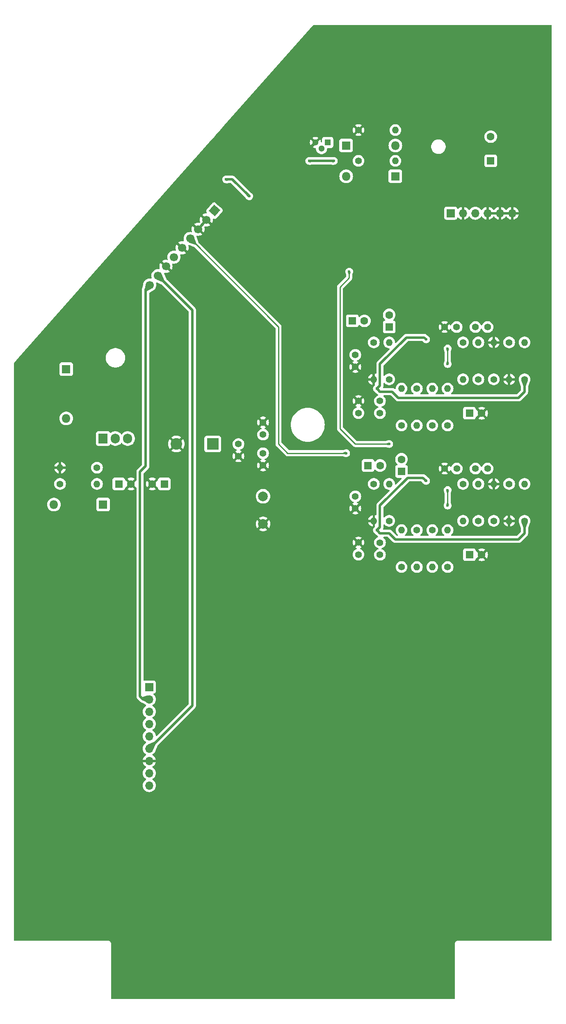
<source format=gbr>
%TF.GenerationSoftware,KiCad,Pcbnew,8.0.7-8.0.7-0~ubuntu22.04.1*%
%TF.CreationDate,2025-01-06T19:22:07+01:00*%
%TF.ProjectId,RIAA,52494141-2e6b-4696-9361-645f70636258,0.1*%
%TF.SameCoordinates,Original*%
%TF.FileFunction,Copper,L2,Bot*%
%TF.FilePolarity,Positive*%
%FSLAX46Y46*%
G04 Gerber Fmt 4.6, Leading zero omitted, Abs format (unit mm)*
G04 Created by KiCad (PCBNEW 8.0.7-8.0.7-0~ubuntu22.04.1) date 2025-01-06 19:22:07*
%MOMM*%
%LPD*%
G01*
G04 APERTURE LIST*
G04 Aperture macros list*
%AMHorizOval*
0 Thick line with rounded ends*
0 $1 width*
0 $2 $3 position (X,Y) of the first rounded end (center of the circle)*
0 $4 $5 position (X,Y) of the second rounded end (center of the circle)*
0 Add line between two ends*
20,1,$1,$2,$3,$4,$5,0*
0 Add two circle primitives to create the rounded ends*
1,1,$1,$2,$3*
1,1,$1,$4,$5*%
%AMRotRect*
0 Rectangle, with rotation*
0 The origin of the aperture is its center*
0 $1 length*
0 $2 width*
0 $3 Rotation angle, in degrees counterclockwise*
0 Add horizontal line*
21,1,$1,$2,0,0,$3*%
G04 Aperture macros list end*
%TA.AperFunction,ComponentPad*%
%ADD10C,1.400000*%
%TD*%
%TA.AperFunction,ComponentPad*%
%ADD11O,1.400000X1.400000*%
%TD*%
%TA.AperFunction,ComponentPad*%
%ADD12R,1.800000X1.800000*%
%TD*%
%TA.AperFunction,ComponentPad*%
%ADD13O,1.800000X1.800000*%
%TD*%
%TA.AperFunction,ComponentPad*%
%ADD14R,1.600000X1.600000*%
%TD*%
%TA.AperFunction,ComponentPad*%
%ADD15C,1.600000*%
%TD*%
%TA.AperFunction,ComponentPad*%
%ADD16R,1.300000X1.300000*%
%TD*%
%TA.AperFunction,ComponentPad*%
%ADD17C,1.300000*%
%TD*%
%TA.AperFunction,ComponentPad*%
%ADD18C,2.000000*%
%TD*%
%TA.AperFunction,ComponentPad*%
%ADD19RotRect,1.700000X1.700000X319.000000*%
%TD*%
%TA.AperFunction,ComponentPad*%
%ADD20HorizOval,1.700000X0.000000X0.000000X0.000000X0.000000X0*%
%TD*%
%TA.AperFunction,ComponentPad*%
%ADD21R,1.700000X1.700000*%
%TD*%
%TA.AperFunction,ComponentPad*%
%ADD22O,1.700000X1.700000*%
%TD*%
%TA.AperFunction,ComponentPad*%
%ADD23R,2.400000X2.400000*%
%TD*%
%TA.AperFunction,ComponentPad*%
%ADD24C,2.400000*%
%TD*%
%TA.AperFunction,ComponentPad*%
%ADD25R,1.905000X2.000000*%
%TD*%
%TA.AperFunction,ComponentPad*%
%ADD26O,1.905000X2.000000*%
%TD*%
%TA.AperFunction,ViaPad*%
%ADD27C,0.600000*%
%TD*%
%TA.AperFunction,Conductor*%
%ADD28C,0.500000*%
%TD*%
%TA.AperFunction,Conductor*%
%ADD29C,0.250000*%
%TD*%
G04 APERTURE END LIST*
D10*
%TO.P,R205,1*%
%TO.N,Net-(C202-Pad2)*%
X222885000Y-110490000D03*
D11*
%TO.P,R205,2*%
%TO.N,Net-(U6A--)*%
X222885000Y-102870000D03*
%TD*%
D10*
%TO.P,R111,1*%
%TO.N,24VDC+*%
X248285000Y-130175000D03*
D11*
%TO.P,R111,2*%
%TO.N,Net-(U5B-+)*%
X248285000Y-122555000D03*
%TD*%
D10*
%TO.P,R107,1*%
%TO.N,Net-(C104-Pad1)*%
X232410000Y-139700000D03*
D11*
%TO.P,R107,2*%
%TO.N,Net-(R106-Pad1)*%
X232410000Y-132080000D03*
%TD*%
D12*
%TO.P,D7,1,K*%
%TO.N,21V*%
X221615000Y-59055000D03*
D13*
%TO.P,D7,2,A*%
%TO.N,Net-(BC1-C)*%
X211455000Y-59055000D03*
%TD*%
D10*
%TO.P,C203,1*%
%TO.N,Net-(C203-Pad1)*%
X213995000Y-107930000D03*
%TO.P,C203,2*%
%TO.N,GND*%
X213995000Y-105430000D03*
%TD*%
D14*
%TO.P,C29,1*%
%TO.N,30V*%
X173925113Y-122555000D03*
D15*
%TO.P,C29,2*%
%TO.N,GND*%
X171425113Y-122555000D03*
%TD*%
D10*
%TO.P,R112,1*%
%TO.N,Net-(U5B-+)*%
X245110000Y-122555000D03*
D11*
%TO.P,R112,2*%
%TO.N,GND*%
X245110000Y-130175000D03*
%TD*%
D10*
%TO.P,C201,1*%
%TO.N,GND*%
X213360000Y-98405000D03*
%TO.P,C201,2*%
%TO.N,R IN PICKUP*%
X213360000Y-95905000D03*
%TD*%
%TO.P,R206,1*%
%TO.N,Net-(C202-Pad2)*%
X229235000Y-110490000D03*
D11*
%TO.P,R206,2*%
%TO.N,Net-(R206-Pad2)*%
X229235000Y-102870000D03*
%TD*%
D10*
%TO.P,R19,1*%
%TO.N,Net-(D6-A)*%
X160020000Y-119190000D03*
D11*
%TO.P,R19,2*%
%TO.N,GND*%
X152400000Y-119190000D03*
%TD*%
D10*
%TO.P,C101,1*%
%TO.N,GND*%
X213360000Y-127615000D03*
%TO.P,C101,2*%
%TO.N,L IN PICKUP*%
X213360000Y-125115000D03*
%TD*%
D16*
%TO.P,BC1,1,C*%
%TO.N,Net-(BC1-C)*%
X207645000Y-52070000D03*
D17*
%TO.P,BC1,2,B*%
%TO.N,Net-(BC1-B)*%
X206375000Y-53340000D03*
%TO.P,BC1,3,E*%
%TO.N,GND*%
X205105000Y-52070000D03*
%TD*%
D10*
%TO.P,C28,1*%
%TO.N,GND*%
X194310000Y-109855000D03*
%TO.P,C28,2*%
%TO.N,24VDC+*%
X194310000Y-112355000D03*
%TD*%
%TO.P,R210,1*%
%TO.N,Net-(U6B--)*%
X235585000Y-93345000D03*
D11*
%TO.P,R210,2*%
%TO.N,Net-(C208-Pad1)*%
X235585000Y-100965000D03*
%TD*%
D18*
%TO.P,TP1,1,1*%
%TO.N,GND*%
X194310000Y-130810000D03*
%TD*%
D14*
%TO.P,C107,1*%
%TO.N,Net-(C107-Pad1)*%
X222885000Y-119975000D03*
D15*
%TO.P,C107,2*%
%TO.N,L OUT*%
X222885000Y-117475000D03*
%TD*%
D10*
%TO.P,C102,1*%
%TO.N,Net-(U5A--)*%
X218440000Y-134660000D03*
%TO.P,C102,2*%
%TO.N,Net-(C102-Pad2)*%
X218440000Y-137160000D03*
%TD*%
D14*
%TO.P,C106,1*%
%TO.N,Net-(U5A-+)*%
X215964888Y-118745000D03*
D15*
%TO.P,C106,2*%
%TO.N,L IN PICKUP*%
X218464888Y-118745000D03*
%TD*%
D10*
%TO.P,R202,1*%
%TO.N,Net-(U6A-+)*%
X217170000Y-93345000D03*
D11*
%TO.P,R202,2*%
%TO.N,GND*%
X217170000Y-100965000D03*
%TD*%
D10*
%TO.P,R207,1*%
%TO.N,Net-(C204-Pad1)*%
X232410000Y-110490000D03*
D11*
%TO.P,R207,2*%
%TO.N,Net-(R206-Pad2)*%
X232410000Y-102870000D03*
%TD*%
D10*
%TO.P,R104,1*%
%TO.N,Net-(U5A--)*%
X226060000Y-132080000D03*
D11*
%TO.P,R104,2*%
%TO.N,Net-(C103-Pad1)*%
X226060000Y-139700000D03*
%TD*%
D14*
%TO.P,C33,1*%
%TO.N,Net-(BC1-B)*%
X241300000Y-55880000D03*
D15*
%TO.P,C33,2*%
%TO.N,Net-(C33-Pad2)*%
X241300000Y-50880000D03*
%TD*%
D10*
%TO.P,C205,1*%
%TO.N,GND*%
X231775000Y-90170000D03*
%TO.P,C205,2*%
%TO.N,Net-(U6B-+)*%
X234275000Y-90170000D03*
%TD*%
%TO.P,C104,1*%
%TO.N,Net-(C104-Pad1)*%
X240645000Y-119380000D03*
%TO.P,C104,2*%
%TO.N,Net-(U5B-+)*%
X238145000Y-119380000D03*
%TD*%
D14*
%TO.P,C207,1*%
%TO.N,Net-(C207-Pad1)*%
X220345000Y-90170000D03*
D15*
%TO.P,C207,2*%
%TO.N,R OUT*%
X220345000Y-87670000D03*
%TD*%
D10*
%TO.P,R203,1*%
%TO.N,24VDC+*%
X220345000Y-100965000D03*
D11*
%TO.P,R203,2*%
%TO.N,Net-(U6A-+)*%
X220345000Y-93345000D03*
%TD*%
D14*
%TO.P,C108,1*%
%TO.N,Net-(C108-Pad1)*%
X236919888Y-137160000D03*
D15*
%TO.P,C108,2*%
%TO.N,GND*%
X239419888Y-137160000D03*
%TD*%
D19*
%TO.P,P8,1,Pin_1*%
%TO.N,RELAY ON*%
X184250000Y-66150000D03*
D20*
%TO.P,P8,2,Pin_2*%
%TO.N,GND*%
X182583610Y-68066962D03*
%TO.P,P8,3,Pin_3*%
X180917220Y-69983925D03*
%TO.P,P8,4,Pin_4*%
%TO.N,L IN PICKUP*%
X179250830Y-71900887D03*
%TO.P,P8,5,Pin_5*%
%TO.N,GND*%
X177584440Y-73817849D03*
%TO.P,P8,6,Pin_6*%
%TO.N,R IN PICKUP*%
X175918050Y-75734812D03*
%TO.P,P8,7,Pin_7*%
%TO.N,GND*%
X174251660Y-77651774D03*
%TO.P,P8,8,Pin_8*%
%TO.N,21V*%
X172585270Y-79568736D03*
%TO.P,P8,9,Pin_9*%
%TO.N,30V*%
X170918881Y-81485699D03*
%TD*%
D10*
%TO.P,C105,1*%
%TO.N,GND*%
X231795000Y-119380000D03*
%TO.P,C105,2*%
%TO.N,Net-(U5B-+)*%
X234295000Y-119380000D03*
%TD*%
%TO.P,R204,1*%
%TO.N,Net-(U6A--)*%
X226060000Y-102870000D03*
D11*
%TO.P,R204,2*%
%TO.N,Net-(C203-Pad1)*%
X226060000Y-110490000D03*
%TD*%
D10*
%TO.P,R109,1*%
%TO.N,Net-(C107-Pad1)*%
X238760000Y-130175000D03*
D11*
%TO.P,R109,2*%
%TO.N,Net-(U5B--)*%
X238760000Y-122555000D03*
%TD*%
D10*
%TO.P,C32,1*%
%TO.N,GND*%
X189230000Y-116820000D03*
%TO.P,C32,2*%
%TO.N,24VDC+*%
X189230000Y-114320000D03*
%TD*%
D18*
%TO.P,TP2,1,1*%
%TO.N,24VDC+*%
X194310000Y-125095000D03*
%TD*%
D10*
%TO.P,R211,1*%
%TO.N,24VDC+*%
X248285000Y-100965000D03*
D11*
%TO.P,R211,2*%
%TO.N,Net-(U6B-+)*%
X248285000Y-93345000D03*
%TD*%
D12*
%TO.P,D6,1,K*%
%TO.N,24VDC+*%
X161290000Y-126810000D03*
D13*
%TO.P,D6,2,A*%
%TO.N,Net-(D6-A)*%
X151130000Y-126810000D03*
%TD*%
D10*
%TO.P,C202,1*%
%TO.N,Net-(U6A--)*%
X218440000Y-105430000D03*
%TO.P,C202,2*%
%TO.N,Net-(C202-Pad2)*%
X218440000Y-107930000D03*
%TD*%
%TO.P,R108,1*%
%TO.N,Net-(C104-Pad1)*%
X241935000Y-130175000D03*
D11*
%TO.P,R108,2*%
%TO.N,GND*%
X241935000Y-122555000D03*
%TD*%
D10*
%TO.P,R208,1*%
%TO.N,Net-(C204-Pad1)*%
X241935000Y-100965000D03*
D11*
%TO.P,R208,2*%
%TO.N,GND*%
X241935000Y-93345000D03*
%TD*%
D10*
%TO.P,C103,1*%
%TO.N,Net-(C103-Pad1)*%
X213995000Y-137140000D03*
%TO.P,C103,2*%
%TO.N,GND*%
X213995000Y-134640000D03*
%TD*%
D21*
%TO.P,P9,1,Pin_1*%
%TO.N,L OUT*%
X233045000Y-66675000D03*
D22*
%TO.P,P9,2,Pin_2*%
%TO.N,GND*%
X235585000Y-66675000D03*
%TO.P,P9,3,Pin_3*%
%TO.N,R OUT*%
X238125000Y-66675000D03*
%TO.P,P9,4,Pin_4*%
%TO.N,GND*%
X240665000Y-66675000D03*
%TO.P,P9,5,Pin_5*%
X243205000Y-66675000D03*
%TO.P,P9,6,Pin_6*%
X245745000Y-66675000D03*
%TD*%
D10*
%TO.P,R22,1*%
%TO.N,RELAY ON*%
X213995000Y-55880000D03*
D11*
%TO.P,R22,2*%
%TO.N,Net-(R22-Pad2)*%
X221615000Y-55880000D03*
%TD*%
D12*
%TO.P,D8,1,K*%
%TO.N,RELAY ON*%
X211455000Y-52705000D03*
D13*
%TO.P,D8,2,A*%
%TO.N,Net-(BC1-B)*%
X221615000Y-52705000D03*
%TD*%
D23*
%TO.P,C31,1*%
%TO.N,24VDC+*%
X183905216Y-114300000D03*
D24*
%TO.P,C31,2*%
%TO.N,GND*%
X176405216Y-114300000D03*
%TD*%
D10*
%TO.P,R212,1*%
%TO.N,Net-(U6B-+)*%
X245110000Y-93345000D03*
D11*
%TO.P,R212,2*%
%TO.N,GND*%
X245110000Y-100965000D03*
%TD*%
D14*
%TO.P,C208,1*%
%TO.N,Net-(C208-Pad1)*%
X236919888Y-107950000D03*
D15*
%TO.P,C208,2*%
%TO.N,GND*%
X239419888Y-107950000D03*
%TD*%
D10*
%TO.P,R21,1*%
%TO.N,GND*%
X213995000Y-49530000D03*
D11*
%TO.P,R21,2*%
%TO.N,Net-(C33-Pad2)*%
X221615000Y-49530000D03*
%TD*%
D10*
%TO.P,R209,1*%
%TO.N,Net-(C207-Pad1)*%
X238760000Y-100965000D03*
D11*
%TO.P,R209,2*%
%TO.N,Net-(U6B--)*%
X238760000Y-93345000D03*
%TD*%
D10*
%TO.P,R20,1*%
%TO.N,24VDC+*%
X152400000Y-122555000D03*
D11*
%TO.P,R20,2*%
%TO.N,Net-(D6-A)*%
X160020000Y-122555000D03*
%TD*%
D14*
%TO.P,C206,1*%
%TO.N,Net-(U6A-+)*%
X212725000Y-88900000D03*
D15*
%TO.P,C206,2*%
%TO.N,R IN PICKUP*%
X215225000Y-88900000D03*
%TD*%
D10*
%TO.P,R103,1*%
%TO.N,24VDC+*%
X220345000Y-130175000D03*
D11*
%TO.P,R103,2*%
%TO.N,Net-(U5A-+)*%
X220345000Y-122555000D03*
%TD*%
D14*
%TO.P,C30,1*%
%TO.N,Net-(D6-A)*%
X164529888Y-122555000D03*
D15*
%TO.P,C30,2*%
%TO.N,GND*%
X167029888Y-122555000D03*
%TD*%
D10*
%TO.P,C27,1*%
%TO.N,GND*%
X194310000Y-118725000D03*
%TO.P,C27,2*%
%TO.N,24VDC+*%
X194310000Y-116225000D03*
%TD*%
%TO.P,R106,1*%
%TO.N,Net-(R106-Pad1)*%
X229235000Y-132080000D03*
D11*
%TO.P,R106,2*%
%TO.N,Net-(C102-Pad2)*%
X229235000Y-139700000D03*
%TD*%
D10*
%TO.P,R110,1*%
%TO.N,Net-(U5B--)*%
X235585000Y-122555000D03*
D11*
%TO.P,R110,2*%
%TO.N,Net-(C108-Pad1)*%
X235585000Y-130175000D03*
%TD*%
D10*
%TO.P,R105,1*%
%TO.N,Net-(C102-Pad2)*%
X222885000Y-139700000D03*
D11*
%TO.P,R105,2*%
%TO.N,Net-(U5A--)*%
X222885000Y-132080000D03*
%TD*%
D25*
%TO.P,U7,1,ADJ*%
%TO.N,Net-(D6-A)*%
X161290000Y-113180000D03*
D26*
%TO.P,U7,2,VO*%
%TO.N,24VDC+*%
X163830000Y-113180000D03*
%TO.P,U7,3,VI*%
%TO.N,30V*%
X166370000Y-113180000D03*
%TD*%
D21*
%TO.P,P11,1,Pin_1*%
%TO.N,unconnected-(P11-Pin_1-Pad1)*%
X170815000Y-164465000D03*
D22*
%TO.P,P11,2,Pin_2*%
%TO.N,30V*%
X170815000Y-167005000D03*
%TO.P,P11,3,Pin_3*%
%TO.N,unconnected-(P11-Pin_3-Pad3)*%
X170815000Y-169545000D03*
%TO.P,P11,4,Pin_4*%
%TO.N,unconnected-(P11-Pin_4-Pad4)*%
X170815000Y-172085000D03*
%TO.P,P11,5,Pin_5*%
%TO.N,unconnected-(P11-Pin_5-Pad5)*%
X170815000Y-174625000D03*
%TO.P,P11,6,Pin_6*%
%TO.N,21V*%
X170815000Y-177165000D03*
%TO.P,P11,7,Pin_7*%
%TO.N,GND*%
X170815000Y-179705000D03*
%TO.P,P11,8,Pin_8*%
%TO.N,unconnected-(P11-Pin_8-Pad8)*%
X170815000Y-182245000D03*
%TO.P,P11,9,Pin_9*%
%TO.N,unconnected-(P11-Pin_9-Pad9)*%
X170815000Y-184785000D03*
%TD*%
D10*
%TO.P,C204,1*%
%TO.N,Net-(C204-Pad1)*%
X240645000Y-90170000D03*
%TO.P,C204,2*%
%TO.N,Net-(U6B-+)*%
X238145000Y-90170000D03*
%TD*%
%TO.P,R102,1*%
%TO.N,Net-(U5A-+)*%
X217171000Y-122555000D03*
D11*
%TO.P,R102,2*%
%TO.N,GND*%
X217171000Y-130175000D03*
%TD*%
D12*
%TO.P,D5,1,K*%
%TO.N,30V*%
X153670000Y-98870000D03*
D13*
%TO.P,D5,2,A*%
%TO.N,24VDC+*%
X153670000Y-109030000D03*
%TD*%
D27*
%TO.N,RELAY ON*%
X203835000Y-55880000D03*
X208915000Y-55880000D03*
%TO.N,21V*%
X186690000Y-59690000D03*
X191452500Y-63182500D03*
%TO.N,L OUT*%
X212090000Y-78740000D03*
X220345000Y-114300000D03*
%TO.N,L IN PICKUP*%
X211455000Y-116205000D03*
%TO.N,24VDC+*%
X227965000Y-121920000D03*
X217805000Y-132080000D03*
X217805000Y-102870000D03*
X227965000Y-92710000D03*
%TO.N,Net-(U5B-+)*%
X232410000Y-123825000D03*
X232410000Y-127000000D03*
%TO.N,Net-(U6B-+)*%
X232410000Y-94615000D03*
X232410000Y-97790000D03*
%TD*%
D28*
%TO.N,RELAY ON*%
X203835000Y-55880000D02*
X208915000Y-55880000D01*
%TO.N,21V*%
X179705000Y-168275000D02*
X170815000Y-177165000D01*
X191452500Y-63182500D02*
X187960000Y-59690000D01*
X187960000Y-59690000D02*
X186690000Y-59690000D01*
X172585270Y-79568736D02*
X179705000Y-86688466D01*
X179705000Y-86688466D02*
X179705000Y-168275000D01*
D29*
%TO.N,L OUT*%
X213360000Y-114300000D02*
X220345000Y-114300000D01*
X212090000Y-80010000D02*
X210185000Y-81915000D01*
X210185000Y-81915000D02*
X210185000Y-111125000D01*
X210185000Y-111125000D02*
X213360000Y-114300000D01*
X212090000Y-78740000D02*
X212090000Y-80010000D01*
%TO.N,L IN PICKUP*%
X199390000Y-116205000D02*
X197485000Y-114300000D01*
X211455000Y-116205000D02*
X199390000Y-116205000D01*
X197485000Y-90135057D02*
X179250830Y-71900887D01*
X197485000Y-114300000D02*
X197485000Y-90135057D01*
D28*
%TO.N,30V*%
X169545000Y-167005000D02*
X170815000Y-167005000D01*
X168910000Y-120015000D02*
X168910000Y-166370000D01*
X168910000Y-166370000D02*
X169545000Y-167005000D01*
X170068881Y-82335699D02*
X170068881Y-118856119D01*
X170918881Y-81485699D02*
X170068881Y-82335699D01*
X170068881Y-118856119D02*
X168910000Y-120015000D01*
%TO.N,24VDC+*%
X227575000Y-92320000D02*
X227965000Y-92710000D01*
X222250000Y-104775000D02*
X247015000Y-104775000D01*
X218440000Y-102235000D02*
X218440000Y-97790000D01*
X217805000Y-132080000D02*
X218440000Y-131445000D01*
X247015000Y-133985000D02*
X248285000Y-132715000D01*
X247015000Y-104775000D02*
X248285000Y-103505000D01*
X221615000Y-133985000D02*
X247015000Y-133985000D01*
X220345000Y-132715000D02*
X221615000Y-133985000D01*
X217805000Y-132080000D02*
X218440000Y-132715000D01*
X217805000Y-102870000D02*
X218440000Y-103505000D01*
X218440000Y-103505000D02*
X220980000Y-103505000D01*
X223910000Y-92320000D02*
X227575000Y-92320000D01*
X218440000Y-132715000D02*
X220345000Y-132715000D01*
X220980000Y-103505000D02*
X222250000Y-104775000D01*
X224155000Y-121285000D02*
X227330000Y-121285000D01*
X217805000Y-102870000D02*
X218440000Y-102235000D01*
X227330000Y-121285000D02*
X227965000Y-121920000D01*
X218440000Y-97790000D02*
X223910000Y-92320000D01*
X248285000Y-132715000D02*
X248285000Y-130175000D01*
X218440000Y-127000000D02*
X224155000Y-121285000D01*
X218440000Y-131445000D02*
X218440000Y-127000000D01*
X248285000Y-103505000D02*
X248285000Y-100965000D01*
D29*
%TO.N,Net-(U5B-+)*%
X232410000Y-127000000D02*
X232410000Y-123825000D01*
%TO.N,Net-(U6B-+)*%
X232410000Y-97790000D02*
X232410000Y-94615000D01*
%TD*%
%TA.AperFunction,Conductor*%
%TO.N,GND*%
G36*
X172385167Y-80961210D02*
G01*
X173042940Y-81250291D01*
X173311562Y-81368346D01*
X173349352Y-81394186D01*
X178918181Y-86963015D01*
X178951666Y-87024338D01*
X178954500Y-87050696D01*
X178954500Y-167912769D01*
X178934815Y-167979808D01*
X178918181Y-168000450D01*
X172368584Y-174550046D01*
X172307261Y-174583531D01*
X172237569Y-174578547D01*
X172181636Y-174536675D01*
X172157375Y-174473172D01*
X172150063Y-174389597D01*
X172150063Y-174389596D01*
X172150063Y-174389592D01*
X172088903Y-174161337D01*
X171989035Y-173947171D01*
X171853495Y-173753599D01*
X171853494Y-173753597D01*
X171686402Y-173586506D01*
X171686396Y-173586501D01*
X171500842Y-173456575D01*
X171457217Y-173401998D01*
X171450023Y-173332500D01*
X171481546Y-173270145D01*
X171500842Y-173253425D01*
X171523026Y-173237891D01*
X171686401Y-173123495D01*
X171853495Y-172956401D01*
X171989035Y-172762830D01*
X172088903Y-172548663D01*
X172150063Y-172320408D01*
X172170659Y-172085000D01*
X172150063Y-171849592D01*
X172088903Y-171621337D01*
X171989035Y-171407171D01*
X171853495Y-171213599D01*
X171853494Y-171213597D01*
X171686402Y-171046506D01*
X171686396Y-171046501D01*
X171500842Y-170916575D01*
X171457217Y-170861998D01*
X171450023Y-170792500D01*
X171481546Y-170730145D01*
X171500842Y-170713425D01*
X171523026Y-170697891D01*
X171686401Y-170583495D01*
X171853495Y-170416401D01*
X171989035Y-170222830D01*
X172088903Y-170008663D01*
X172150063Y-169780408D01*
X172170659Y-169545000D01*
X172150063Y-169309592D01*
X172088903Y-169081337D01*
X171989035Y-168867171D01*
X171853495Y-168673599D01*
X171853494Y-168673597D01*
X171686402Y-168506506D01*
X171686396Y-168506501D01*
X171500842Y-168376575D01*
X171457217Y-168321998D01*
X171450023Y-168252500D01*
X171481546Y-168190145D01*
X171500842Y-168173425D01*
X171523026Y-168157891D01*
X171686401Y-168043495D01*
X171853495Y-167876401D01*
X171989035Y-167682830D01*
X172088903Y-167468663D01*
X172150063Y-167240408D01*
X172170659Y-167005000D01*
X172150063Y-166769592D01*
X172088903Y-166541337D01*
X171989035Y-166327171D01*
X171853495Y-166133599D01*
X171731567Y-166011671D01*
X171698084Y-165950351D01*
X171703068Y-165880659D01*
X171744939Y-165824725D01*
X171775915Y-165807810D01*
X171907331Y-165758796D01*
X172022546Y-165672546D01*
X172108796Y-165557331D01*
X172159091Y-165422483D01*
X172165500Y-165362873D01*
X172165499Y-163567128D01*
X172159091Y-163507517D01*
X172108796Y-163372669D01*
X172108795Y-163372668D01*
X172108793Y-163372664D01*
X172022547Y-163257455D01*
X172022544Y-163257452D01*
X171907335Y-163171206D01*
X171907328Y-163171202D01*
X171772482Y-163120908D01*
X171772483Y-163120908D01*
X171712883Y-163114501D01*
X171712881Y-163114500D01*
X171712873Y-163114500D01*
X171712864Y-163114500D01*
X169917129Y-163114500D01*
X169917123Y-163114501D01*
X169857515Y-163120909D01*
X169827832Y-163131980D01*
X169758141Y-163136964D01*
X169696818Y-163103478D01*
X169663334Y-163042155D01*
X169660500Y-163015798D01*
X169660500Y-122554997D01*
X170120147Y-122554997D01*
X170120147Y-122555002D01*
X170139971Y-122781599D01*
X170139973Y-122781610D01*
X170198843Y-123001317D01*
X170198848Y-123001331D01*
X170294976Y-123207478D01*
X170346087Y-123280472D01*
X171025113Y-122601446D01*
X171025113Y-122607661D01*
X171052372Y-122709394D01*
X171105033Y-122800606D01*
X171179507Y-122875080D01*
X171270719Y-122927741D01*
X171372452Y-122955000D01*
X171378666Y-122955000D01*
X170699639Y-123634025D01*
X170772626Y-123685132D01*
X170772634Y-123685136D01*
X170978781Y-123781264D01*
X170978795Y-123781269D01*
X171198502Y-123840139D01*
X171198513Y-123840141D01*
X171425111Y-123859966D01*
X171425115Y-123859966D01*
X171651712Y-123840141D01*
X171651723Y-123840139D01*
X171871430Y-123781269D01*
X171871444Y-123781264D01*
X172077591Y-123685136D01*
X172150584Y-123634024D01*
X171471560Y-122955000D01*
X171477774Y-122955000D01*
X171579507Y-122927741D01*
X171670719Y-122875080D01*
X171745193Y-122800606D01*
X171797854Y-122709394D01*
X171825113Y-122607661D01*
X171825113Y-122601447D01*
X172509310Y-123285644D01*
X172558305Y-123295491D01*
X172608488Y-123344106D01*
X172623162Y-123399632D01*
X172624212Y-123399576D01*
X172624259Y-123399571D01*
X172624259Y-123399573D01*
X172624437Y-123399564D01*
X172624614Y-123402876D01*
X172631021Y-123462483D01*
X172681315Y-123597328D01*
X172681319Y-123597335D01*
X172767565Y-123712544D01*
X172767568Y-123712547D01*
X172882777Y-123798793D01*
X172882784Y-123798797D01*
X173017630Y-123849091D01*
X173017629Y-123849091D01*
X173024557Y-123849835D01*
X173077240Y-123855500D01*
X174772985Y-123855499D01*
X174832596Y-123849091D01*
X174967444Y-123798796D01*
X175082659Y-123712546D01*
X175168909Y-123597331D01*
X175219204Y-123462483D01*
X175225613Y-123402873D01*
X175225612Y-121707128D01*
X175219204Y-121647517D01*
X175198974Y-121593278D01*
X175168910Y-121512671D01*
X175168906Y-121512664D01*
X175082660Y-121397455D01*
X175082657Y-121397452D01*
X174967448Y-121311206D01*
X174967441Y-121311202D01*
X174832595Y-121260908D01*
X174832596Y-121260908D01*
X174772996Y-121254501D01*
X174772994Y-121254500D01*
X174772986Y-121254500D01*
X174772977Y-121254500D01*
X173077242Y-121254500D01*
X173077236Y-121254501D01*
X173017629Y-121260908D01*
X172882784Y-121311202D01*
X172882777Y-121311206D01*
X172767568Y-121397452D01*
X172767565Y-121397455D01*
X172681319Y-121512664D01*
X172681315Y-121512671D01*
X172631021Y-121647517D01*
X172624614Y-121707116D01*
X172624614Y-121707123D01*
X172624435Y-121710452D01*
X172622960Y-121710372D01*
X172604928Y-121771784D01*
X172552124Y-121817539D01*
X172508635Y-121825029D01*
X171825113Y-122508551D01*
X171825113Y-122502339D01*
X171797854Y-122400606D01*
X171745193Y-122309394D01*
X171670719Y-122234920D01*
X171579507Y-122182259D01*
X171477774Y-122155000D01*
X171471558Y-122155000D01*
X172150585Y-121475974D01*
X172077591Y-121424863D01*
X171871444Y-121328735D01*
X171871430Y-121328730D01*
X171651723Y-121269860D01*
X171651712Y-121269858D01*
X171425115Y-121250034D01*
X171425111Y-121250034D01*
X171198513Y-121269858D01*
X171198502Y-121269860D01*
X170978795Y-121328730D01*
X170978786Y-121328734D01*
X170772629Y-121424866D01*
X170772625Y-121424868D01*
X170699639Y-121475973D01*
X170699639Y-121475974D01*
X171378666Y-122155000D01*
X171372452Y-122155000D01*
X171270719Y-122182259D01*
X171179507Y-122234920D01*
X171105033Y-122309394D01*
X171052372Y-122400606D01*
X171025113Y-122502339D01*
X171025113Y-122508552D01*
X170346087Y-121829526D01*
X170346086Y-121829526D01*
X170294981Y-121902512D01*
X170294979Y-121902516D01*
X170198847Y-122108673D01*
X170198843Y-122108682D01*
X170139973Y-122328389D01*
X170139971Y-122328400D01*
X170120147Y-122554997D01*
X169660500Y-122554997D01*
X169660500Y-120377229D01*
X169680185Y-120310190D01*
X169696819Y-120289548D01*
X170651829Y-119334538D01*
X170651832Y-119334535D01*
X170733965Y-119211614D01*
X170790539Y-119075032D01*
X170811095Y-118971692D01*
X170819381Y-118930039D01*
X170819381Y-114299995D01*
X174700449Y-114299995D01*
X174700449Y-114300004D01*
X174719489Y-114554079D01*
X174776184Y-114802477D01*
X174776189Y-114802494D01*
X174869274Y-115039671D01*
X174869273Y-115039671D01*
X174996673Y-115260332D01*
X175038668Y-115312993D01*
X175840603Y-114511058D01*
X175846105Y-114531591D01*
X175925097Y-114668408D01*
X176036808Y-114780119D01*
X176173625Y-114859111D01*
X176194156Y-114864612D01*
X175392029Y-115666737D01*
X175552839Y-115776375D01*
X175552840Y-115776376D01*
X175782392Y-115886921D01*
X175782390Y-115886921D01*
X176025868Y-115962024D01*
X176025874Y-115962026D01*
X176277811Y-115999999D01*
X176277820Y-116000000D01*
X176532612Y-116000000D01*
X176532620Y-115999999D01*
X176784557Y-115962026D01*
X176784563Y-115962024D01*
X177028040Y-115886921D01*
X177257597Y-115776373D01*
X177418401Y-115666737D01*
X176616275Y-114864612D01*
X176636807Y-114859111D01*
X176773624Y-114780119D01*
X176885335Y-114668408D01*
X176964327Y-114531591D01*
X176969828Y-114511060D01*
X177771761Y-115312993D01*
X177813761Y-115260327D01*
X177941157Y-115039671D01*
X178034242Y-114802494D01*
X178034247Y-114802477D01*
X178090942Y-114554079D01*
X178109983Y-114300004D01*
X178109983Y-114299995D01*
X178090942Y-114045920D01*
X178034247Y-113797522D01*
X178034242Y-113797505D01*
X177941157Y-113560328D01*
X177941158Y-113560328D01*
X177813760Y-113339671D01*
X177771762Y-113287006D01*
X176969828Y-114088939D01*
X176964327Y-114068409D01*
X176885335Y-113931592D01*
X176773624Y-113819881D01*
X176636807Y-113740889D01*
X176616274Y-113735387D01*
X177418401Y-112933261D01*
X177257593Y-112823624D01*
X177257592Y-112823623D01*
X177028039Y-112713078D01*
X177028041Y-112713078D01*
X176784563Y-112637975D01*
X176784557Y-112637973D01*
X176532620Y-112600000D01*
X176277811Y-112600000D01*
X176025874Y-112637973D01*
X176025868Y-112637975D01*
X175782391Y-112713078D01*
X175552840Y-112823623D01*
X175552832Y-112823628D01*
X175392029Y-112933261D01*
X176194156Y-113735387D01*
X176173625Y-113740889D01*
X176036808Y-113819881D01*
X175925097Y-113931592D01*
X175846105Y-114068409D01*
X175840603Y-114088940D01*
X175038669Y-113287006D01*
X174996671Y-113339670D01*
X174869274Y-113560328D01*
X174776189Y-113797505D01*
X174776184Y-113797522D01*
X174719489Y-114045920D01*
X174700449Y-114299995D01*
X170819381Y-114299995D01*
X170819381Y-83190626D01*
X170839066Y-83123587D01*
X170878957Y-83084675D01*
X171498229Y-82708125D01*
X171506835Y-82702711D01*
X171520428Y-82695304D01*
X171596711Y-82659734D01*
X171790282Y-82524194D01*
X171957376Y-82357100D01*
X172092916Y-82163529D01*
X172192784Y-81949362D01*
X172253944Y-81721107D01*
X172274540Y-81485699D01*
X172253944Y-81250291D01*
X172215503Y-81106825D01*
X172217166Y-81036975D01*
X172256329Y-80979113D01*
X172320557Y-80951609D01*
X172385167Y-80961210D01*
G37*
%TD.AperFunction*%
%TA.AperFunction,Conductor*%
G36*
X182117685Y-68259955D02*
G01*
X182183511Y-68373969D01*
X182276603Y-68467061D01*
X182390617Y-68532887D01*
X182487315Y-68558797D01*
X182044829Y-69067819D01*
X182044819Y-69067834D01*
X181390942Y-69820030D01*
X181383145Y-69790932D01*
X181317319Y-69676918D01*
X181224227Y-69583826D01*
X181110213Y-69518000D01*
X181013511Y-69492088D01*
X181423965Y-69019917D01*
X182109887Y-68230853D01*
X182117685Y-68259955D01*
G37*
%TD.AperFunction*%
%TA.AperFunction,Conductor*%
G36*
X242739075Y-66482007D02*
G01*
X242705000Y-66609174D01*
X242705000Y-66740826D01*
X242739075Y-66867993D01*
X242771988Y-66925000D01*
X241098012Y-66925000D01*
X241130925Y-66867993D01*
X241165000Y-66740826D01*
X241165000Y-66609174D01*
X241130925Y-66482007D01*
X241098012Y-66425000D01*
X242771988Y-66425000D01*
X242739075Y-66482007D01*
G37*
%TD.AperFunction*%
%TA.AperFunction,Conductor*%
G36*
X245279075Y-66482007D02*
G01*
X245245000Y-66609174D01*
X245245000Y-66740826D01*
X245279075Y-66867993D01*
X245311988Y-66925000D01*
X243638012Y-66925000D01*
X243670925Y-66867993D01*
X243705000Y-66740826D01*
X243705000Y-66609174D01*
X243670925Y-66482007D01*
X243638012Y-66425000D01*
X245311988Y-66425000D01*
X245279075Y-66482007D01*
G37*
%TD.AperFunction*%
%TA.AperFunction,Conductor*%
G36*
X253855318Y-27876985D02*
G01*
X253901073Y-27929789D01*
X253912278Y-27981303D01*
X253909358Y-114695606D01*
X253905921Y-216728304D01*
X253886234Y-216795343D01*
X253833429Y-216841096D01*
X253781921Y-216852300D01*
X234340508Y-216852300D01*
X234213212Y-216886408D01*
X234099086Y-216952300D01*
X234099083Y-216952302D01*
X234005902Y-217045483D01*
X234005900Y-217045486D01*
X233940008Y-217159612D01*
X233905900Y-217286908D01*
X233905900Y-228728216D01*
X233886215Y-228795255D01*
X233833411Y-228841010D01*
X233781883Y-228852216D01*
X163032083Y-228842782D01*
X162965047Y-228823088D01*
X162919299Y-228770278D01*
X162908100Y-228718782D01*
X162908100Y-217277310D01*
X162908100Y-217277308D01*
X162873992Y-217150014D01*
X162808100Y-217035886D01*
X162714914Y-216942700D01*
X162617414Y-216886408D01*
X162600787Y-216876808D01*
X162509320Y-216852300D01*
X162473492Y-216842700D01*
X162473491Y-216842700D01*
X143032100Y-216842700D01*
X142965061Y-216823015D01*
X142919306Y-216770211D01*
X142908100Y-216718700D01*
X142908100Y-126809993D01*
X149724700Y-126809993D01*
X149724700Y-126810006D01*
X149743864Y-127041297D01*
X149743866Y-127041308D01*
X149800842Y-127266300D01*
X149894075Y-127478848D01*
X150021016Y-127673147D01*
X150021019Y-127673151D01*
X150021021Y-127673153D01*
X150178216Y-127843913D01*
X150178219Y-127843915D01*
X150178222Y-127843918D01*
X150361365Y-127986464D01*
X150361371Y-127986468D01*
X150361374Y-127986470D01*
X150565497Y-128096936D01*
X150679487Y-128136068D01*
X150785015Y-128172297D01*
X150785017Y-128172297D01*
X150785019Y-128172298D01*
X151013951Y-128210500D01*
X151013952Y-128210500D01*
X151246048Y-128210500D01*
X151246049Y-128210500D01*
X151474981Y-128172298D01*
X151694503Y-128096936D01*
X151898626Y-127986470D01*
X152081784Y-127843913D01*
X152238979Y-127673153D01*
X152365924Y-127478849D01*
X152459157Y-127266300D01*
X152516134Y-127041305D01*
X152516135Y-127041297D01*
X152535300Y-126810006D01*
X152535300Y-126809993D01*
X152516135Y-126578702D01*
X152516133Y-126578691D01*
X152459157Y-126353699D01*
X152365924Y-126141151D01*
X152238983Y-125946852D01*
X152238980Y-125946849D01*
X152238979Y-125946847D01*
X152160996Y-125862135D01*
X159889500Y-125862135D01*
X159889500Y-127757870D01*
X159889501Y-127757876D01*
X159895908Y-127817483D01*
X159946202Y-127952328D01*
X159946206Y-127952335D01*
X160032452Y-128067544D01*
X160032455Y-128067547D01*
X160147664Y-128153793D01*
X160147671Y-128153797D01*
X160282517Y-128204091D01*
X160282516Y-128204091D01*
X160289444Y-128204835D01*
X160342127Y-128210500D01*
X162237872Y-128210499D01*
X162297483Y-128204091D01*
X162432331Y-128153796D01*
X162547546Y-128067546D01*
X162633796Y-127952331D01*
X162684091Y-127817483D01*
X162690500Y-127757873D01*
X162690499Y-125862128D01*
X162684091Y-125802517D01*
X162674233Y-125776087D01*
X162633797Y-125667671D01*
X162633793Y-125667664D01*
X162547547Y-125552455D01*
X162547544Y-125552452D01*
X162432335Y-125466206D01*
X162432328Y-125466202D01*
X162297482Y-125415908D01*
X162297483Y-125415908D01*
X162237883Y-125409501D01*
X162237881Y-125409500D01*
X162237873Y-125409500D01*
X162237864Y-125409500D01*
X160342129Y-125409500D01*
X160342123Y-125409501D01*
X160282516Y-125415908D01*
X160147671Y-125466202D01*
X160147664Y-125466206D01*
X160032455Y-125552452D01*
X160032452Y-125552455D01*
X159946206Y-125667664D01*
X159946202Y-125667671D01*
X159895908Y-125802517D01*
X159889501Y-125862116D01*
X159889501Y-125862123D01*
X159889500Y-125862135D01*
X152160996Y-125862135D01*
X152081784Y-125776087D01*
X152081779Y-125776083D01*
X152081777Y-125776081D01*
X151898634Y-125633535D01*
X151898628Y-125633531D01*
X151694504Y-125523064D01*
X151694495Y-125523061D01*
X151474984Y-125447702D01*
X151284450Y-125415908D01*
X151246049Y-125409500D01*
X151013951Y-125409500D01*
X150975550Y-125415908D01*
X150785015Y-125447702D01*
X150565504Y-125523061D01*
X150565495Y-125523064D01*
X150361371Y-125633531D01*
X150361365Y-125633535D01*
X150178222Y-125776081D01*
X150178219Y-125776084D01*
X150178216Y-125776086D01*
X150178216Y-125776087D01*
X150153886Y-125802517D01*
X150021016Y-125946852D01*
X149894075Y-126141151D01*
X149800842Y-126353699D01*
X149743866Y-126578691D01*
X149743864Y-126578702D01*
X149724700Y-126809993D01*
X142908100Y-126809993D01*
X142908100Y-122554999D01*
X151194357Y-122554999D01*
X151194357Y-122555000D01*
X151214884Y-122776535D01*
X151214885Y-122776537D01*
X151275769Y-122990523D01*
X151275775Y-122990538D01*
X151374938Y-123189683D01*
X151374943Y-123189691D01*
X151509020Y-123367238D01*
X151673437Y-123517123D01*
X151673439Y-123517125D01*
X151862595Y-123634245D01*
X151862596Y-123634245D01*
X151862599Y-123634247D01*
X152070060Y-123714618D01*
X152288757Y-123755500D01*
X152288759Y-123755500D01*
X152511241Y-123755500D01*
X152511243Y-123755500D01*
X152729940Y-123714618D01*
X152937401Y-123634247D01*
X153126562Y-123517124D01*
X153290981Y-123367236D01*
X153425058Y-123189689D01*
X153524229Y-122990528D01*
X153585115Y-122776536D01*
X153605643Y-122555000D01*
X153605643Y-122554999D01*
X158814357Y-122554999D01*
X158814357Y-122555000D01*
X158834884Y-122776535D01*
X158834885Y-122776537D01*
X158895769Y-122990523D01*
X158895775Y-122990538D01*
X158994938Y-123189683D01*
X158994943Y-123189691D01*
X159129020Y-123367238D01*
X159293437Y-123517123D01*
X159293439Y-123517125D01*
X159482595Y-123634245D01*
X159482596Y-123634245D01*
X159482599Y-123634247D01*
X159690060Y-123714618D01*
X159908757Y-123755500D01*
X159908759Y-123755500D01*
X160131241Y-123755500D01*
X160131243Y-123755500D01*
X160349940Y-123714618D01*
X160557401Y-123634247D01*
X160746562Y-123517124D01*
X160910981Y-123367236D01*
X161045058Y-123189689D01*
X161144229Y-122990528D01*
X161205115Y-122776536D01*
X161225643Y-122555000D01*
X161224421Y-122541817D01*
X161205115Y-122333464D01*
X161205114Y-122333462D01*
X161199396Y-122313366D01*
X161144229Y-122119472D01*
X161144224Y-122119461D01*
X161045061Y-121920316D01*
X161045056Y-121920308D01*
X160910979Y-121742761D01*
X160871899Y-121707135D01*
X163229388Y-121707135D01*
X163229388Y-123402870D01*
X163229389Y-123402876D01*
X163235796Y-123462483D01*
X163286090Y-123597328D01*
X163286094Y-123597335D01*
X163372340Y-123712544D01*
X163372343Y-123712547D01*
X163487552Y-123798793D01*
X163487559Y-123798797D01*
X163622405Y-123849091D01*
X163622404Y-123849091D01*
X163629332Y-123849835D01*
X163682015Y-123855500D01*
X165377760Y-123855499D01*
X165437371Y-123849091D01*
X165572219Y-123798796D01*
X165687434Y-123712546D01*
X165773684Y-123597331D01*
X165823979Y-123462483D01*
X165830388Y-123402873D01*
X165830387Y-123402845D01*
X165830566Y-123399547D01*
X165832071Y-123399627D01*
X165850000Y-123338326D01*
X165902756Y-123292514D01*
X165946353Y-123284981D01*
X166629888Y-122601446D01*
X166629888Y-122607661D01*
X166657147Y-122709394D01*
X166709808Y-122800606D01*
X166784282Y-122875080D01*
X166875494Y-122927741D01*
X166977227Y-122955000D01*
X166983441Y-122955000D01*
X166304414Y-123634025D01*
X166377401Y-123685132D01*
X166377409Y-123685136D01*
X166583556Y-123781264D01*
X166583570Y-123781269D01*
X166803277Y-123840139D01*
X166803288Y-123840141D01*
X167029886Y-123859966D01*
X167029890Y-123859966D01*
X167256487Y-123840141D01*
X167256498Y-123840139D01*
X167476205Y-123781269D01*
X167476219Y-123781264D01*
X167682366Y-123685136D01*
X167755359Y-123634024D01*
X167076335Y-122955000D01*
X167082549Y-122955000D01*
X167184282Y-122927741D01*
X167275494Y-122875080D01*
X167349968Y-122800606D01*
X167402629Y-122709394D01*
X167429888Y-122607661D01*
X167429888Y-122601447D01*
X168123181Y-123294740D01*
X168156666Y-123356063D01*
X168159500Y-123382421D01*
X168159500Y-166443918D01*
X168159500Y-166443920D01*
X168159499Y-166443920D01*
X168188340Y-166588907D01*
X168188343Y-166588917D01*
X168244913Y-166725490D01*
X168244914Y-166725492D01*
X168274381Y-166769592D01*
X168274382Y-166769594D01*
X168327043Y-166848410D01*
X168327047Y-166848415D01*
X168686276Y-167207644D01*
X168692319Y-167214480D01*
X168694978Y-167217275D01*
X168698350Y-167220187D01*
X168704991Y-167226359D01*
X168962049Y-167483416D01*
X169066584Y-167587951D01*
X169066587Y-167587953D01*
X169066588Y-167587954D01*
X169189494Y-167670077D01*
X169189496Y-167670078D01*
X169189505Y-167670084D01*
X169220275Y-167682829D01*
X169220276Y-167682830D01*
X169220277Y-167682830D01*
X169326088Y-167726659D01*
X169442241Y-167749763D01*
X169471082Y-167755500D01*
X169471083Y-167755500D01*
X169471087Y-167755500D01*
X169472985Y-167755687D01*
X169474282Y-167756136D01*
X169477058Y-167756689D01*
X169476981Y-167757072D01*
X169527695Y-167774656D01*
X169848166Y-167979808D01*
X169925066Y-168029036D01*
X169939158Y-168040372D01*
X169939456Y-168040018D01*
X169943603Y-168043498D01*
X170129158Y-168173425D01*
X170172783Y-168228002D01*
X170179977Y-168297500D01*
X170148454Y-168359855D01*
X170129158Y-168376575D01*
X169943597Y-168506505D01*
X169776505Y-168673597D01*
X169640965Y-168867169D01*
X169640964Y-168867171D01*
X169541098Y-169081335D01*
X169541094Y-169081344D01*
X169479938Y-169309586D01*
X169479936Y-169309596D01*
X169459341Y-169544999D01*
X169459341Y-169545000D01*
X169479936Y-169780403D01*
X169479938Y-169780413D01*
X169541094Y-170008655D01*
X169541096Y-170008659D01*
X169541097Y-170008663D01*
X169640965Y-170222830D01*
X169640967Y-170222834D01*
X169776501Y-170416395D01*
X169776506Y-170416402D01*
X169943597Y-170583493D01*
X169943603Y-170583498D01*
X170129158Y-170713425D01*
X170172783Y-170768002D01*
X170179977Y-170837500D01*
X170148454Y-170899855D01*
X170129158Y-170916575D01*
X169943597Y-171046505D01*
X169776505Y-171213597D01*
X169640965Y-171407169D01*
X169640964Y-171407171D01*
X169541098Y-171621335D01*
X169541094Y-171621344D01*
X169479938Y-171849586D01*
X169479936Y-171849596D01*
X169459341Y-172084999D01*
X169459341Y-172085000D01*
X169479936Y-172320403D01*
X169479938Y-172320413D01*
X169541094Y-172548655D01*
X169541096Y-172548659D01*
X169541097Y-172548663D01*
X169640965Y-172762830D01*
X169640967Y-172762834D01*
X169776501Y-172956395D01*
X169776506Y-172956402D01*
X169943597Y-173123493D01*
X169943603Y-173123498D01*
X170129158Y-173253425D01*
X170172783Y-173308002D01*
X170179977Y-173377500D01*
X170148454Y-173439855D01*
X170129158Y-173456575D01*
X169943597Y-173586505D01*
X169776505Y-173753597D01*
X169640965Y-173947169D01*
X169640964Y-173947171D01*
X169541098Y-174161335D01*
X169541094Y-174161344D01*
X169479938Y-174389586D01*
X169479936Y-174389596D01*
X169459341Y-174624999D01*
X169459341Y-174625000D01*
X169479936Y-174860403D01*
X169479938Y-174860413D01*
X169541094Y-175088655D01*
X169541096Y-175088659D01*
X169541097Y-175088663D01*
X169640965Y-175302830D01*
X169640967Y-175302834D01*
X169776501Y-175496395D01*
X169776506Y-175496402D01*
X169943597Y-175663493D01*
X169943603Y-175663498D01*
X170129158Y-175793425D01*
X170172783Y-175848002D01*
X170179977Y-175917500D01*
X170148454Y-175979855D01*
X170129158Y-175996575D01*
X169943597Y-176126505D01*
X169776505Y-176293597D01*
X169640965Y-176487169D01*
X169640964Y-176487171D01*
X169541098Y-176701335D01*
X169541094Y-176701344D01*
X169479938Y-176929586D01*
X169479936Y-176929596D01*
X169459341Y-177164999D01*
X169459341Y-177165000D01*
X169479936Y-177400403D01*
X169479938Y-177400413D01*
X169541094Y-177628655D01*
X169541096Y-177628659D01*
X169541097Y-177628663D01*
X169640965Y-177842830D01*
X169640967Y-177842834D01*
X169776501Y-178036395D01*
X169776506Y-178036402D01*
X169943597Y-178203493D01*
X169943603Y-178203498D01*
X170129594Y-178333730D01*
X170173219Y-178388307D01*
X170180413Y-178457805D01*
X170148890Y-178520160D01*
X170129595Y-178536880D01*
X169943922Y-178666890D01*
X169943920Y-178666891D01*
X169776891Y-178833920D01*
X169776886Y-178833926D01*
X169641400Y-179027420D01*
X169641399Y-179027422D01*
X169541570Y-179241507D01*
X169541567Y-179241513D01*
X169484364Y-179454999D01*
X169484364Y-179455000D01*
X170381988Y-179455000D01*
X170349075Y-179512007D01*
X170315000Y-179639174D01*
X170315000Y-179770826D01*
X170349075Y-179897993D01*
X170381988Y-179955000D01*
X169484364Y-179955000D01*
X169541567Y-180168486D01*
X169541570Y-180168492D01*
X169641399Y-180382578D01*
X169776894Y-180576082D01*
X169943917Y-180743105D01*
X170129595Y-180873119D01*
X170173219Y-180927696D01*
X170180412Y-180997195D01*
X170148890Y-181059549D01*
X170129595Y-181076269D01*
X169943594Y-181206508D01*
X169776505Y-181373597D01*
X169640965Y-181567169D01*
X169640964Y-181567171D01*
X169541098Y-181781335D01*
X169541094Y-181781344D01*
X169479938Y-182009586D01*
X169479936Y-182009596D01*
X169459341Y-182244999D01*
X169459341Y-182245000D01*
X169479936Y-182480403D01*
X169479938Y-182480413D01*
X169541094Y-182708655D01*
X169541096Y-182708659D01*
X169541097Y-182708663D01*
X169640965Y-182922830D01*
X169640967Y-182922834D01*
X169776501Y-183116395D01*
X169776506Y-183116402D01*
X169943597Y-183283493D01*
X169943603Y-183283498D01*
X170129158Y-183413425D01*
X170172783Y-183468002D01*
X170179977Y-183537500D01*
X170148454Y-183599855D01*
X170129158Y-183616575D01*
X169943597Y-183746505D01*
X169776505Y-183913597D01*
X169640965Y-184107169D01*
X169640964Y-184107171D01*
X169541098Y-184321335D01*
X169541094Y-184321344D01*
X169479938Y-184549586D01*
X169479936Y-184549596D01*
X169459341Y-184784999D01*
X169459341Y-184785000D01*
X169479936Y-185020403D01*
X169479938Y-185020413D01*
X169541094Y-185248655D01*
X169541096Y-185248659D01*
X169541097Y-185248663D01*
X169640965Y-185462830D01*
X169640967Y-185462834D01*
X169749281Y-185617521D01*
X169776505Y-185656401D01*
X169943599Y-185823495D01*
X170040384Y-185891265D01*
X170137165Y-185959032D01*
X170137167Y-185959033D01*
X170137170Y-185959035D01*
X170351337Y-186058903D01*
X170579592Y-186120063D01*
X170767918Y-186136539D01*
X170814999Y-186140659D01*
X170815000Y-186140659D01*
X170815001Y-186140659D01*
X170854234Y-186137226D01*
X171050408Y-186120063D01*
X171278663Y-186058903D01*
X171492830Y-185959035D01*
X171686401Y-185823495D01*
X171853495Y-185656401D01*
X171989035Y-185462830D01*
X172088903Y-185248663D01*
X172150063Y-185020408D01*
X172170659Y-184785000D01*
X172150063Y-184549592D01*
X172088903Y-184321337D01*
X171989035Y-184107171D01*
X171853495Y-183913599D01*
X171853494Y-183913597D01*
X171686402Y-183746506D01*
X171686396Y-183746501D01*
X171500842Y-183616575D01*
X171457217Y-183561998D01*
X171450023Y-183492500D01*
X171481546Y-183430145D01*
X171500842Y-183413425D01*
X171523026Y-183397891D01*
X171686401Y-183283495D01*
X171853495Y-183116401D01*
X171989035Y-182922830D01*
X172088903Y-182708663D01*
X172150063Y-182480408D01*
X172170659Y-182245000D01*
X172150063Y-182009592D01*
X172088903Y-181781337D01*
X171989035Y-181567171D01*
X171853495Y-181373599D01*
X171853494Y-181373597D01*
X171686402Y-181206506D01*
X171686401Y-181206505D01*
X171500405Y-181076269D01*
X171456781Y-181021692D01*
X171449588Y-180952193D01*
X171481110Y-180889839D01*
X171500405Y-180873119D01*
X171686082Y-180743105D01*
X171853105Y-180576082D01*
X171988600Y-180382578D01*
X172088429Y-180168492D01*
X172088432Y-180168486D01*
X172145636Y-179955000D01*
X171248012Y-179955000D01*
X171280925Y-179897993D01*
X171315000Y-179770826D01*
X171315000Y-179639174D01*
X171280925Y-179512007D01*
X171248012Y-179455000D01*
X172145636Y-179455000D01*
X172145635Y-179454999D01*
X172088432Y-179241513D01*
X172088429Y-179241507D01*
X171988600Y-179027422D01*
X171988599Y-179027420D01*
X171853113Y-178833926D01*
X171853108Y-178833920D01*
X171686078Y-178666890D01*
X171500405Y-178536879D01*
X171456780Y-178482302D01*
X171449588Y-178412804D01*
X171481110Y-178350449D01*
X171500406Y-178333730D01*
X171686401Y-178203495D01*
X171853495Y-178036401D01*
X171989035Y-177842830D01*
X172047777Y-177716854D01*
X172054886Y-177703739D01*
X172067679Y-177683193D01*
X172091644Y-177628663D01*
X172614610Y-176438705D01*
X172640445Y-176400921D01*
X180287952Y-168753415D01*
X180341283Y-168673599D01*
X180370084Y-168630495D01*
X180405704Y-168544500D01*
X180426659Y-168493912D01*
X180433551Y-168459261D01*
X180451115Y-168370965D01*
X180451115Y-168370959D01*
X180455500Y-168348918D01*
X180455500Y-139699999D01*
X221679357Y-139699999D01*
X221679357Y-139700000D01*
X221699884Y-139921535D01*
X221699885Y-139921537D01*
X221760769Y-140135523D01*
X221760775Y-140135538D01*
X221859938Y-140334683D01*
X221859943Y-140334691D01*
X221994020Y-140512238D01*
X222158437Y-140662123D01*
X222158439Y-140662125D01*
X222347595Y-140779245D01*
X222347596Y-140779245D01*
X222347599Y-140779247D01*
X222555060Y-140859618D01*
X222773757Y-140900500D01*
X222773759Y-140900500D01*
X222996241Y-140900500D01*
X222996243Y-140900500D01*
X223214940Y-140859618D01*
X223422401Y-140779247D01*
X223611562Y-140662124D01*
X223775981Y-140512236D01*
X223910058Y-140334689D01*
X224009229Y-140135528D01*
X224070115Y-139921536D01*
X224090643Y-139700000D01*
X224090643Y-139699999D01*
X224854357Y-139699999D01*
X224854357Y-139700000D01*
X224874884Y-139921535D01*
X224874885Y-139921537D01*
X224935769Y-140135523D01*
X224935775Y-140135538D01*
X225034938Y-140334683D01*
X225034943Y-140334691D01*
X225169020Y-140512238D01*
X225333437Y-140662123D01*
X225333439Y-140662125D01*
X225522595Y-140779245D01*
X225522596Y-140779245D01*
X225522599Y-140779247D01*
X225730060Y-140859618D01*
X225948757Y-140900500D01*
X225948759Y-140900500D01*
X226171241Y-140900500D01*
X226171243Y-140900500D01*
X226389940Y-140859618D01*
X226597401Y-140779247D01*
X226786562Y-140662124D01*
X226950981Y-140512236D01*
X227085058Y-140334689D01*
X227184229Y-140135528D01*
X227245115Y-139921536D01*
X227265643Y-139700000D01*
X227265643Y-139699999D01*
X228029357Y-139699999D01*
X228029357Y-139700000D01*
X228049884Y-139921535D01*
X228049885Y-139921537D01*
X228110769Y-140135523D01*
X228110775Y-140135538D01*
X228209938Y-140334683D01*
X228209943Y-140334691D01*
X228344020Y-140512238D01*
X228508437Y-140662123D01*
X228508439Y-140662125D01*
X228697595Y-140779245D01*
X228697596Y-140779245D01*
X228697599Y-140779247D01*
X228905060Y-140859618D01*
X229123757Y-140900500D01*
X229123759Y-140900500D01*
X229346241Y-140900500D01*
X229346243Y-140900500D01*
X229564940Y-140859618D01*
X229772401Y-140779247D01*
X229961562Y-140662124D01*
X230125981Y-140512236D01*
X230260058Y-140334689D01*
X230359229Y-140135528D01*
X230420115Y-139921536D01*
X230440643Y-139700000D01*
X230440643Y-139699999D01*
X231204357Y-139699999D01*
X231204357Y-139700000D01*
X231224884Y-139921535D01*
X231224885Y-139921537D01*
X231285769Y-140135523D01*
X231285775Y-140135538D01*
X231384938Y-140334683D01*
X231384943Y-140334691D01*
X231519020Y-140512238D01*
X231683437Y-140662123D01*
X231683439Y-140662125D01*
X231872595Y-140779245D01*
X231872596Y-140779245D01*
X231872599Y-140779247D01*
X232080060Y-140859618D01*
X232298757Y-140900500D01*
X232298759Y-140900500D01*
X232521241Y-140900500D01*
X232521243Y-140900500D01*
X232739940Y-140859618D01*
X232947401Y-140779247D01*
X233136562Y-140662124D01*
X233300981Y-140512236D01*
X233435058Y-140334689D01*
X233534229Y-140135528D01*
X233595115Y-139921536D01*
X233615643Y-139700000D01*
X233595115Y-139478464D01*
X233534229Y-139264472D01*
X233534224Y-139264461D01*
X233435061Y-139065316D01*
X233435056Y-139065308D01*
X233300979Y-138887761D01*
X233136562Y-138737876D01*
X233136560Y-138737874D01*
X232947404Y-138620754D01*
X232947398Y-138620752D01*
X232739940Y-138540382D01*
X232521243Y-138499500D01*
X232298757Y-138499500D01*
X232080060Y-138540382D01*
X231948864Y-138591207D01*
X231872601Y-138620752D01*
X231872595Y-138620754D01*
X231683439Y-138737874D01*
X231683437Y-138737876D01*
X231519020Y-138887761D01*
X231384943Y-139065308D01*
X231384938Y-139065316D01*
X231285775Y-139264461D01*
X231285769Y-139264476D01*
X231224885Y-139478462D01*
X231224884Y-139478464D01*
X231204357Y-139699999D01*
X230440643Y-139699999D01*
X230420115Y-139478464D01*
X230359229Y-139264472D01*
X230359224Y-139264461D01*
X230260061Y-139065316D01*
X230260056Y-139065308D01*
X230125979Y-138887761D01*
X229961562Y-138737876D01*
X229961560Y-138737874D01*
X229772404Y-138620754D01*
X229772398Y-138620752D01*
X229564940Y-138540382D01*
X229346243Y-138499500D01*
X229123757Y-138499500D01*
X228905060Y-138540382D01*
X228773864Y-138591207D01*
X228697601Y-138620752D01*
X228697595Y-138620754D01*
X228508439Y-138737874D01*
X228508437Y-138737876D01*
X228344020Y-138887761D01*
X228209943Y-139065308D01*
X228209938Y-139065316D01*
X228110775Y-139264461D01*
X228110769Y-139264476D01*
X228049885Y-139478462D01*
X228049884Y-139478464D01*
X228029357Y-139699999D01*
X227265643Y-139699999D01*
X227245115Y-139478464D01*
X227184229Y-139264472D01*
X227184224Y-139264461D01*
X227085061Y-139065316D01*
X227085056Y-139065308D01*
X226950979Y-138887761D01*
X226786562Y-138737876D01*
X226786560Y-138737874D01*
X226597404Y-138620754D01*
X226597398Y-138620752D01*
X226389940Y-138540382D01*
X226171243Y-138499500D01*
X225948757Y-138499500D01*
X225730060Y-138540382D01*
X225598864Y-138591207D01*
X225522601Y-138620752D01*
X225522595Y-138620754D01*
X225333439Y-138737874D01*
X225333437Y-138737876D01*
X225169020Y-138887761D01*
X225034943Y-139065308D01*
X225034938Y-139065316D01*
X224935775Y-139264461D01*
X224935769Y-139264476D01*
X224874885Y-139478462D01*
X224874884Y-139478464D01*
X224854357Y-139699999D01*
X224090643Y-139699999D01*
X224070115Y-139478464D01*
X224009229Y-139264472D01*
X224009224Y-139264461D01*
X223910061Y-139065316D01*
X223910056Y-139065308D01*
X223775979Y-138887761D01*
X223611562Y-138737876D01*
X223611560Y-138737874D01*
X223422404Y-138620754D01*
X223422398Y-138620752D01*
X223214940Y-138540382D01*
X222996243Y-138499500D01*
X222773757Y-138499500D01*
X222555060Y-138540382D01*
X222423864Y-138591207D01*
X222347601Y-138620752D01*
X222347595Y-138620754D01*
X222158439Y-138737874D01*
X222158437Y-138737876D01*
X221994020Y-138887761D01*
X221859943Y-139065308D01*
X221859938Y-139065316D01*
X221760775Y-139264461D01*
X221760769Y-139264476D01*
X221699885Y-139478462D01*
X221699884Y-139478464D01*
X221679357Y-139699999D01*
X180455500Y-139699999D01*
X180455500Y-137139999D01*
X212789357Y-137139999D01*
X212789357Y-137140000D01*
X212809884Y-137361535D01*
X212809885Y-137361537D01*
X212870769Y-137575523D01*
X212870775Y-137575538D01*
X212969938Y-137774683D01*
X212969943Y-137774691D01*
X213104020Y-137952238D01*
X213268437Y-138102123D01*
X213268439Y-138102125D01*
X213457595Y-138219245D01*
X213457596Y-138219245D01*
X213457599Y-138219247D01*
X213665060Y-138299618D01*
X213883757Y-138340500D01*
X213883759Y-138340500D01*
X214106241Y-138340500D01*
X214106243Y-138340500D01*
X214324940Y-138299618D01*
X214532401Y-138219247D01*
X214721562Y-138102124D01*
X214885981Y-137952236D01*
X215020058Y-137774689D01*
X215119229Y-137575528D01*
X215180115Y-137361536D01*
X215200643Y-137140000D01*
X215180115Y-136918464D01*
X215119229Y-136704472D01*
X215119224Y-136704461D01*
X215020061Y-136505316D01*
X215020056Y-136505308D01*
X214885979Y-136327761D01*
X214721562Y-136177876D01*
X214721560Y-136177874D01*
X214532404Y-136060754D01*
X214532398Y-136060751D01*
X214426101Y-136019572D01*
X214389411Y-136005358D01*
X214334011Y-135962786D01*
X214310420Y-135897019D01*
X214326131Y-135828939D01*
X214376155Y-135780160D01*
X214389413Y-135774105D01*
X214532174Y-135718799D01*
X214532178Y-135718797D01*
X214648327Y-135646880D01*
X213995001Y-134993554D01*
X213995000Y-134993554D01*
X213341671Y-135646880D01*
X213457824Y-135718798D01*
X213600587Y-135774105D01*
X213655988Y-135816678D01*
X213679579Y-135882445D01*
X213663868Y-135950525D01*
X213613844Y-135999304D01*
X213600587Y-136005359D01*
X213457601Y-136060751D01*
X213457595Y-136060754D01*
X213268439Y-136177874D01*
X213268437Y-136177876D01*
X213104020Y-136327761D01*
X212969943Y-136505308D01*
X212969938Y-136505316D01*
X212870775Y-136704461D01*
X212870769Y-136704476D01*
X212809885Y-136918462D01*
X212809884Y-136918464D01*
X212789357Y-137139999D01*
X180455500Y-137139999D01*
X180455500Y-134639999D01*
X212789859Y-134639999D01*
X212789859Y-134640000D01*
X212810378Y-134861439D01*
X212871240Y-135075350D01*
X212970364Y-135274419D01*
X212970366Y-135274421D01*
X212986138Y-135295306D01*
X213641446Y-134640000D01*
X213641446Y-134639999D01*
X213595369Y-134593922D01*
X213645000Y-134593922D01*
X213645000Y-134686078D01*
X213668852Y-134775095D01*
X213714930Y-134854905D01*
X213780095Y-134920070D01*
X213859905Y-134966148D01*
X213948922Y-134990000D01*
X214041078Y-134990000D01*
X214130095Y-134966148D01*
X214209905Y-134920070D01*
X214275070Y-134854905D01*
X214321148Y-134775095D01*
X214345000Y-134686078D01*
X214345000Y-134639999D01*
X214348554Y-134639999D01*
X214348554Y-134640000D01*
X215003860Y-135295306D01*
X215003861Y-135295306D01*
X215019631Y-135274425D01*
X215019632Y-135274422D01*
X215118759Y-135075350D01*
X215179621Y-134861439D01*
X215200141Y-134640000D01*
X215200141Y-134639999D01*
X215179621Y-134418560D01*
X215118759Y-134204649D01*
X215019633Y-134005577D01*
X215019631Y-134005574D01*
X215003860Y-133984691D01*
X214348554Y-134639999D01*
X214345000Y-134639999D01*
X214345000Y-134593922D01*
X214321148Y-134504905D01*
X214275070Y-134425095D01*
X214209905Y-134359930D01*
X214130095Y-134313852D01*
X214041078Y-134290000D01*
X213948922Y-134290000D01*
X213859905Y-134313852D01*
X213780095Y-134359930D01*
X213714930Y-134425095D01*
X213668852Y-134504905D01*
X213645000Y-134593922D01*
X213595369Y-134593922D01*
X212986138Y-133984691D01*
X212986137Y-133984691D01*
X212970369Y-134005571D01*
X212871240Y-134204649D01*
X212810378Y-134418560D01*
X212789859Y-134639999D01*
X180455500Y-134639999D01*
X180455500Y-133633118D01*
X213341671Y-133633118D01*
X213995000Y-134286446D01*
X213995001Y-134286446D01*
X214648327Y-133633118D01*
X214648326Y-133633117D01*
X214532181Y-133561203D01*
X214532175Y-133561200D01*
X214324804Y-133480865D01*
X214106193Y-133440000D01*
X213883807Y-133440000D01*
X213665195Y-133480865D01*
X213457824Y-133561200D01*
X213457818Y-133561204D01*
X213341672Y-133633117D01*
X213341671Y-133633118D01*
X180455500Y-133633118D01*
X180455500Y-130809994D01*
X192804859Y-130809994D01*
X192804859Y-130810005D01*
X192825385Y-131057729D01*
X192825387Y-131057738D01*
X192886412Y-131298717D01*
X192986267Y-131526367D01*
X193086562Y-131679881D01*
X193827037Y-130939408D01*
X193844075Y-131002993D01*
X193909901Y-131117007D01*
X194002993Y-131210099D01*
X194117007Y-131275925D01*
X194180591Y-131292962D01*
X193439943Y-132033609D01*
X193486768Y-132070055D01*
X193486771Y-132070057D01*
X193705385Y-132188364D01*
X193705396Y-132188369D01*
X193940506Y-132269083D01*
X194185707Y-132310000D01*
X194434293Y-132310000D01*
X194679493Y-132269083D01*
X194914603Y-132188369D01*
X194914614Y-132188364D01*
X195133230Y-132070056D01*
X195133236Y-132070051D01*
X195180055Y-132033610D01*
X195180056Y-132033609D01*
X194439408Y-131292962D01*
X194502993Y-131275925D01*
X194617007Y-131210099D01*
X194710099Y-131117007D01*
X194775925Y-131002993D01*
X194792962Y-130939408D01*
X195533435Y-131679882D01*
X195633733Y-131526364D01*
X195733587Y-131298717D01*
X195794612Y-131057738D01*
X195794614Y-131057729D01*
X195815141Y-130810005D01*
X195815141Y-130809994D01*
X195794614Y-130562270D01*
X195794612Y-130562261D01*
X195759852Y-130425000D01*
X215994505Y-130425000D01*
X216047239Y-130610349D01*
X216146368Y-130809425D01*
X216280391Y-130986900D01*
X216444738Y-131136721D01*
X216633820Y-131253797D01*
X216633822Y-131253798D01*
X216841195Y-131334135D01*
X216921000Y-131349052D01*
X216921000Y-130425000D01*
X215994505Y-130425000D01*
X195759852Y-130425000D01*
X195733587Y-130321282D01*
X195649211Y-130128922D01*
X216821000Y-130128922D01*
X216821000Y-130221078D01*
X216844852Y-130310095D01*
X216890930Y-130389905D01*
X216956095Y-130455070D01*
X217035905Y-130501148D01*
X217124922Y-130525000D01*
X217217078Y-130525000D01*
X217306095Y-130501148D01*
X217385905Y-130455070D01*
X217421000Y-130419975D01*
X217421000Y-131293599D01*
X217401315Y-131360638D01*
X217377097Y-131388259D01*
X217314000Y-131441649D01*
X217307184Y-131446637D01*
X217302742Y-131450180D01*
X217299902Y-131453020D01*
X217292332Y-131459984D01*
X217276001Y-131473803D01*
X217260430Y-131487537D01*
X217259745Y-131488167D01*
X217259742Y-131488170D01*
X217209290Y-131541839D01*
X217208954Y-131542285D01*
X217197683Y-131555237D01*
X217175186Y-131577734D01*
X217175184Y-131577738D01*
X217079211Y-131730476D01*
X217019631Y-131900745D01*
X217019630Y-131900750D01*
X216999435Y-132079996D01*
X216999435Y-132080003D01*
X217019630Y-132259249D01*
X217019631Y-132259254D01*
X217079211Y-132429523D01*
X217175184Y-132582262D01*
X217248889Y-132655967D01*
X217253960Y-132661349D01*
X217276018Y-132686209D01*
X217292317Y-132700000D01*
X217299893Y-132706971D01*
X217302738Y-132709816D01*
X217302740Y-132709817D01*
X217302742Y-132709819D01*
X217307216Y-132713387D01*
X217314014Y-132718359D01*
X217717746Y-133059978D01*
X217740222Y-133077766D01*
X217750944Y-133087312D01*
X217857049Y-133193416D01*
X217961584Y-133297951D01*
X218009479Y-133329953D01*
X218054283Y-133383564D01*
X218062992Y-133452889D01*
X218032837Y-133515917D01*
X217985383Y-133548681D01*
X217902607Y-133580748D01*
X217902595Y-133580754D01*
X217713439Y-133697874D01*
X217713437Y-133697876D01*
X217549020Y-133847761D01*
X217414943Y-134025308D01*
X217414938Y-134025316D01*
X217315775Y-134224461D01*
X217315769Y-134224476D01*
X217254885Y-134438462D01*
X217254884Y-134438464D01*
X217234357Y-134659999D01*
X217234357Y-134660000D01*
X217254884Y-134881535D01*
X217254885Y-134881537D01*
X217315769Y-135095523D01*
X217315775Y-135095538D01*
X217414938Y-135294683D01*
X217414943Y-135294691D01*
X217549020Y-135472238D01*
X217713437Y-135622123D01*
X217713439Y-135622125D01*
X217902595Y-135739245D01*
X217902596Y-135739245D01*
X217902599Y-135739247D01*
X218044898Y-135794374D01*
X218100298Y-135836946D01*
X218123889Y-135902713D01*
X218108178Y-135970793D01*
X218058154Y-136019572D01*
X218044906Y-136025622D01*
X217938693Y-136066769D01*
X217902601Y-136080752D01*
X217902595Y-136080754D01*
X217713439Y-136197874D01*
X217713437Y-136197876D01*
X217549020Y-136347761D01*
X217414943Y-136525308D01*
X217414938Y-136525316D01*
X217315775Y-136724461D01*
X217315769Y-136724476D01*
X217254885Y-136938462D01*
X217254884Y-136938464D01*
X217234357Y-137159999D01*
X217234357Y-137160000D01*
X217254884Y-137381535D01*
X217254885Y-137381537D01*
X217315769Y-137595523D01*
X217315775Y-137595538D01*
X217414938Y-137794683D01*
X217414943Y-137794691D01*
X217549020Y-137972238D01*
X217713437Y-138122123D01*
X217713439Y-138122125D01*
X217902595Y-138239245D01*
X217902596Y-138239245D01*
X217902599Y-138239247D01*
X218110060Y-138319618D01*
X218328757Y-138360500D01*
X218328759Y-138360500D01*
X218551241Y-138360500D01*
X218551243Y-138360500D01*
X218769940Y-138319618D01*
X218977401Y-138239247D01*
X219166562Y-138122124D01*
X219330981Y-137972236D01*
X219465058Y-137794689D01*
X219564229Y-137595528D01*
X219625115Y-137381536D01*
X219645643Y-137160000D01*
X219625115Y-136938464D01*
X219564229Y-136724472D01*
X219564224Y-136724461D01*
X219465061Y-136525316D01*
X219465056Y-136525308D01*
X219330979Y-136347761D01*
X219291899Y-136312135D01*
X235619388Y-136312135D01*
X235619388Y-138007870D01*
X235619389Y-138007876D01*
X235625796Y-138067483D01*
X235676090Y-138202328D01*
X235676094Y-138202335D01*
X235762340Y-138317544D01*
X235762343Y-138317547D01*
X235877552Y-138403793D01*
X235877559Y-138403797D01*
X236012405Y-138454091D01*
X236012404Y-138454091D01*
X236019332Y-138454835D01*
X236072015Y-138460500D01*
X237767760Y-138460499D01*
X237827371Y-138454091D01*
X237962219Y-138403796D01*
X238077434Y-138317546D01*
X238163684Y-138202331D01*
X238213979Y-138067483D01*
X238220388Y-138007873D01*
X238220387Y-138007845D01*
X238220566Y-138004547D01*
X238222071Y-138004627D01*
X238240000Y-137943326D01*
X238292756Y-137897514D01*
X238336353Y-137889981D01*
X239019888Y-137206446D01*
X239019888Y-137212661D01*
X239047147Y-137314394D01*
X239099808Y-137405606D01*
X239174282Y-137480080D01*
X239265494Y-137532741D01*
X239367227Y-137560000D01*
X239373441Y-137560000D01*
X238694414Y-138239025D01*
X238767401Y-138290132D01*
X238767409Y-138290136D01*
X238973556Y-138386264D01*
X238973570Y-138386269D01*
X239193277Y-138445139D01*
X239193288Y-138445141D01*
X239419886Y-138464966D01*
X239419890Y-138464966D01*
X239646487Y-138445141D01*
X239646498Y-138445139D01*
X239866205Y-138386269D01*
X239866219Y-138386264D01*
X240072366Y-138290136D01*
X240145359Y-138239024D01*
X239466335Y-137560000D01*
X239472549Y-137560000D01*
X239574282Y-137532741D01*
X239665494Y-137480080D01*
X239739968Y-137405606D01*
X239792629Y-137314394D01*
X239819888Y-137212661D01*
X239819888Y-137206447D01*
X240498912Y-137885471D01*
X240550024Y-137812478D01*
X240646152Y-137606331D01*
X240646157Y-137606317D01*
X240705027Y-137386610D01*
X240705029Y-137386599D01*
X240724854Y-137160002D01*
X240724854Y-137159997D01*
X240705029Y-136933400D01*
X240705027Y-136933389D01*
X240646157Y-136713682D01*
X240646152Y-136713668D01*
X240550024Y-136507521D01*
X240550020Y-136507513D01*
X240498913Y-136434526D01*
X239819888Y-137113551D01*
X239819888Y-137107339D01*
X239792629Y-137005606D01*
X239739968Y-136914394D01*
X239665494Y-136839920D01*
X239574282Y-136787259D01*
X239472549Y-136760000D01*
X239466333Y-136760000D01*
X240145360Y-136080974D01*
X240072366Y-136029863D01*
X239866219Y-135933735D01*
X239866205Y-135933730D01*
X239646498Y-135874860D01*
X239646487Y-135874858D01*
X239419890Y-135855034D01*
X239419886Y-135855034D01*
X239193288Y-135874858D01*
X239193277Y-135874860D01*
X238973570Y-135933730D01*
X238973561Y-135933734D01*
X238767404Y-136029866D01*
X238767400Y-136029868D01*
X238694414Y-136080973D01*
X238694414Y-136080974D01*
X239373441Y-136760000D01*
X239367227Y-136760000D01*
X239265494Y-136787259D01*
X239174282Y-136839920D01*
X239099808Y-136914394D01*
X239047147Y-137005606D01*
X239019888Y-137107339D01*
X239019888Y-137113552D01*
X238335687Y-136429351D01*
X238286693Y-136419505D01*
X238236510Y-136370889D01*
X238221869Y-136315366D01*
X238220788Y-136315423D01*
X238220742Y-136315429D01*
X238220741Y-136315426D01*
X238220564Y-136315436D01*
X238220387Y-136312135D01*
X238220387Y-136312128D01*
X238213979Y-136252517D01*
X238193599Y-136197876D01*
X238163685Y-136117671D01*
X238163681Y-136117664D01*
X238077435Y-136002455D01*
X238077432Y-136002452D01*
X237962223Y-135916206D01*
X237962216Y-135916202D01*
X237827370Y-135865908D01*
X237827371Y-135865908D01*
X237767771Y-135859501D01*
X237767769Y-135859500D01*
X237767761Y-135859500D01*
X237767752Y-135859500D01*
X236072017Y-135859500D01*
X236072011Y-135859501D01*
X236012404Y-135865908D01*
X235877559Y-135916202D01*
X235877552Y-135916206D01*
X235762343Y-136002452D01*
X235762340Y-136002455D01*
X235676094Y-136117664D01*
X235676090Y-136117671D01*
X235625796Y-136252517D01*
X235619389Y-136312116D01*
X235619389Y-136312123D01*
X235619388Y-136312135D01*
X219291899Y-136312135D01*
X219166562Y-136197876D01*
X219166560Y-136197874D01*
X218977404Y-136080754D01*
X218977395Y-136080750D01*
X218905560Y-136052921D01*
X218835101Y-136025625D01*
X218779701Y-135983054D01*
X218756110Y-135917288D01*
X218771821Y-135849207D01*
X218821844Y-135800428D01*
X218835093Y-135794377D01*
X218977401Y-135739247D01*
X219166562Y-135622124D01*
X219330981Y-135472236D01*
X219465058Y-135294689D01*
X219564229Y-135095528D01*
X219625115Y-134881536D01*
X219645643Y-134660000D01*
X219644724Y-134650087D01*
X219625115Y-134438464D01*
X219625114Y-134438462D01*
X219619451Y-134418560D01*
X219564229Y-134224472D01*
X219564224Y-134224461D01*
X219465061Y-134025316D01*
X219465056Y-134025308D01*
X219330979Y-133847761D01*
X219166563Y-133697877D01*
X219166562Y-133697876D01*
X219161798Y-133694926D01*
X219115164Y-133642899D01*
X219104060Y-133573917D01*
X219132013Y-133509883D01*
X219190149Y-133471126D01*
X219227077Y-133465500D01*
X219982770Y-133465500D01*
X220049809Y-133485185D01*
X220070451Y-133501819D01*
X221136580Y-134567948D01*
X221136584Y-134567951D01*
X221259498Y-134650080D01*
X221259511Y-134650087D01*
X221346402Y-134686078D01*
X221396087Y-134706658D01*
X221396091Y-134706658D01*
X221396092Y-134706659D01*
X221541079Y-134735500D01*
X221541082Y-134735500D01*
X247088920Y-134735500D01*
X247186462Y-134716096D01*
X247233913Y-134706658D01*
X247370495Y-134650084D01*
X247419729Y-134617186D01*
X247493416Y-134567952D01*
X248867951Y-133193416D01*
X248950084Y-133070495D01*
X249006658Y-132933913D01*
X249035500Y-132788918D01*
X249035500Y-132641083D01*
X249035500Y-132641082D01*
X249035500Y-131696368D01*
X249042477Y-131655361D01*
X249404560Y-130622073D01*
X249407174Y-130615883D01*
X249407156Y-130615876D01*
X249409232Y-130610519D01*
X249453069Y-130456446D01*
X249470115Y-130396536D01*
X249490643Y-130175000D01*
X249470115Y-129953464D01*
X249409229Y-129739472D01*
X249409224Y-129739461D01*
X249310061Y-129540316D01*
X249310056Y-129540308D01*
X249175979Y-129362761D01*
X249011562Y-129212876D01*
X249011560Y-129212874D01*
X248822404Y-129095754D01*
X248822398Y-129095752D01*
X248614940Y-129015382D01*
X248396243Y-128974500D01*
X248173757Y-128974500D01*
X247955060Y-129015382D01*
X247823864Y-129066207D01*
X247747601Y-129095752D01*
X247747595Y-129095754D01*
X247558439Y-129212874D01*
X247558437Y-129212876D01*
X247394020Y-129362761D01*
X247259943Y-129540308D01*
X247259938Y-129540316D01*
X247160775Y-129739461D01*
X247160769Y-129739476D01*
X247099885Y-129953462D01*
X247099884Y-129953464D01*
X247079357Y-130174999D01*
X247079357Y-130175000D01*
X247099884Y-130396535D01*
X247099885Y-130396538D01*
X247160768Y-130610521D01*
X247162842Y-130615874D01*
X247162825Y-130615880D01*
X247165439Y-130622073D01*
X247345923Y-131137124D01*
X247478925Y-131516677D01*
X247527523Y-131655361D01*
X247534500Y-131696368D01*
X247534500Y-132352770D01*
X247514815Y-132419809D01*
X247498181Y-132440451D01*
X246740451Y-133198181D01*
X246679128Y-133231666D01*
X246652770Y-133234500D01*
X233245616Y-133234500D01*
X233178577Y-133214815D01*
X233132822Y-133162011D01*
X233122878Y-133092853D01*
X233151903Y-133029297D01*
X233162078Y-133018863D01*
X233300979Y-132892238D01*
X233379003Y-132788918D01*
X233435058Y-132714689D01*
X233534229Y-132515528D01*
X233595115Y-132301536D01*
X233615643Y-132080000D01*
X233614721Y-132070055D01*
X233595115Y-131858464D01*
X233595114Y-131858462D01*
X233584982Y-131822853D01*
X233534229Y-131644472D01*
X233534224Y-131644461D01*
X233435061Y-131445316D01*
X233435056Y-131445308D01*
X233300979Y-131267761D01*
X233136562Y-131117876D01*
X233136560Y-131117874D01*
X232947404Y-131000754D01*
X232947398Y-131000752D01*
X232739940Y-130920382D01*
X232521243Y-130879500D01*
X232298757Y-130879500D01*
X232080060Y-130920382D01*
X232046150Y-130933519D01*
X231872601Y-131000752D01*
X231872595Y-131000754D01*
X231683439Y-131117874D01*
X231683437Y-131117876D01*
X231519020Y-131267761D01*
X231384943Y-131445308D01*
X231384938Y-131445316D01*
X231285775Y-131644461D01*
X231285769Y-131644476D01*
X231224885Y-131858462D01*
X231224884Y-131858464D01*
X231204357Y-132079999D01*
X231204357Y-132080000D01*
X231224884Y-132301535D01*
X231224885Y-132301537D01*
X231285769Y-132515523D01*
X231285775Y-132515538D01*
X231384938Y-132714683D01*
X231384943Y-132714691D01*
X231519020Y-132892238D01*
X231657922Y-133018863D01*
X231694204Y-133078574D01*
X231692443Y-133148421D01*
X231653200Y-133206229D01*
X231588933Y-133233644D01*
X231574384Y-133234500D01*
X230070616Y-133234500D01*
X230003577Y-133214815D01*
X229957822Y-133162011D01*
X229947878Y-133092853D01*
X229976903Y-133029297D01*
X229987078Y-133018863D01*
X230125979Y-132892238D01*
X230204003Y-132788918D01*
X230260058Y-132714689D01*
X230359229Y-132515528D01*
X230420115Y-132301536D01*
X230440643Y-132080000D01*
X230439721Y-132070055D01*
X230420115Y-131858464D01*
X230420114Y-131858462D01*
X230409982Y-131822853D01*
X230359229Y-131644472D01*
X230359224Y-131644461D01*
X230260061Y-131445316D01*
X230260056Y-131445308D01*
X230125979Y-131267761D01*
X229961562Y-131117876D01*
X229961560Y-131117874D01*
X229772404Y-131000754D01*
X229772398Y-131000752D01*
X229564940Y-130920382D01*
X229346243Y-130879500D01*
X229123757Y-130879500D01*
X228905060Y-130920382D01*
X228871150Y-130933519D01*
X228697601Y-131000752D01*
X228697595Y-131000754D01*
X228508439Y-131117874D01*
X228508437Y-131117876D01*
X228344020Y-131267761D01*
X228209943Y-131445308D01*
X228209938Y-131445316D01*
X228110775Y-131644461D01*
X228110769Y-131644476D01*
X228049885Y-131858462D01*
X228049884Y-131858464D01*
X228029357Y-132079999D01*
X228029357Y-132080000D01*
X228049884Y-132301535D01*
X228049885Y-132301537D01*
X228110769Y-132515523D01*
X228110775Y-132515538D01*
X228209938Y-132714683D01*
X228209943Y-132714691D01*
X228344020Y-132892238D01*
X228482922Y-133018863D01*
X228519204Y-133078574D01*
X228517443Y-133148421D01*
X228478200Y-133206229D01*
X228413933Y-133233644D01*
X228399384Y-133234500D01*
X226895616Y-133234500D01*
X226828577Y-133214815D01*
X226782822Y-133162011D01*
X226772878Y-133092853D01*
X226801903Y-133029297D01*
X226812078Y-133018863D01*
X226950979Y-132892238D01*
X227029003Y-132788918D01*
X227085058Y-132714689D01*
X227184229Y-132515528D01*
X227245115Y-132301536D01*
X227265643Y-132080000D01*
X227264721Y-132070055D01*
X227245115Y-131858464D01*
X227245114Y-131858462D01*
X227234982Y-131822853D01*
X227184229Y-131644472D01*
X227184224Y-131644461D01*
X227085061Y-131445316D01*
X227085056Y-131445308D01*
X226950979Y-131267761D01*
X226786562Y-131117876D01*
X226786560Y-131117874D01*
X226597404Y-131000754D01*
X226597398Y-131000752D01*
X226389940Y-130920382D01*
X226171243Y-130879500D01*
X225948757Y-130879500D01*
X225730060Y-130920382D01*
X225696150Y-130933519D01*
X225522601Y-131000752D01*
X225522595Y-131000754D01*
X225333439Y-131117874D01*
X225333437Y-131117876D01*
X225169020Y-131267761D01*
X225034943Y-131445308D01*
X225034938Y-131445316D01*
X224935775Y-131644461D01*
X224935769Y-131644476D01*
X224874885Y-131858462D01*
X224874884Y-131858464D01*
X224854357Y-132079999D01*
X224854357Y-132080000D01*
X224874884Y-132301535D01*
X224874885Y-132301537D01*
X224935769Y-132515523D01*
X224935775Y-132515538D01*
X225034938Y-132714683D01*
X225034943Y-132714691D01*
X225169020Y-132892238D01*
X225307922Y-133018863D01*
X225344204Y-133078574D01*
X225342443Y-133148421D01*
X225303200Y-133206229D01*
X225238933Y-133233644D01*
X225224384Y-133234500D01*
X223720616Y-133234500D01*
X223653577Y-133214815D01*
X223607822Y-133162011D01*
X223597878Y-133092853D01*
X223626903Y-133029297D01*
X223637078Y-133018863D01*
X223775979Y-132892238D01*
X223854003Y-132788918D01*
X223910058Y-132714689D01*
X224009229Y-132515528D01*
X224070115Y-132301536D01*
X224090643Y-132080000D01*
X224089721Y-132070055D01*
X224070115Y-131858464D01*
X224070114Y-131858462D01*
X224059982Y-131822853D01*
X224009229Y-131644472D01*
X224009224Y-131644461D01*
X223910061Y-131445316D01*
X223910056Y-131445308D01*
X223775979Y-131267761D01*
X223611562Y-131117876D01*
X223611560Y-131117874D01*
X223422404Y-131000754D01*
X223422398Y-131000752D01*
X223214940Y-130920382D01*
X222996243Y-130879500D01*
X222773757Y-130879500D01*
X222555060Y-130920382D01*
X222521150Y-130933519D01*
X222347601Y-131000752D01*
X222347595Y-131000754D01*
X222158439Y-131117874D01*
X222158437Y-131117876D01*
X221994020Y-131267761D01*
X221859943Y-131445308D01*
X221859938Y-131445316D01*
X221760775Y-131644461D01*
X221760769Y-131644476D01*
X221699885Y-131858462D01*
X221699884Y-131858464D01*
X221679357Y-132079999D01*
X221679357Y-132080000D01*
X221699884Y-132301535D01*
X221699885Y-132301537D01*
X221760769Y-132515523D01*
X221760775Y-132515538D01*
X221859938Y-132714683D01*
X221859943Y-132714691D01*
X221994020Y-132892238D01*
X222132922Y-133018863D01*
X222169204Y-133078574D01*
X222167443Y-133148421D01*
X222128200Y-133206229D01*
X222063933Y-133233644D01*
X222049384Y-133234500D01*
X221977229Y-133234500D01*
X221910190Y-133214815D01*
X221889548Y-133198181D01*
X220823421Y-132132052D01*
X220823420Y-132132051D01*
X220745523Y-132080003D01*
X220728646Y-132068726D01*
X220700495Y-132049916D01*
X220700488Y-132049912D01*
X220563917Y-131993343D01*
X220563907Y-131993340D01*
X220418920Y-131964500D01*
X220418918Y-131964500D01*
X219222730Y-131964500D01*
X219155691Y-131944815D01*
X219109936Y-131892011D01*
X219099992Y-131822853D01*
X219108169Y-131793048D01*
X219119127Y-131766591D01*
X219138152Y-131720661D01*
X219161659Y-131663912D01*
X219190500Y-131518917D01*
X219190500Y-131371082D01*
X219190500Y-131008246D01*
X219210185Y-130941207D01*
X219262989Y-130895452D01*
X219332147Y-130885508D01*
X219395703Y-130914533D01*
X219413454Y-130933519D01*
X219454020Y-130987238D01*
X219618437Y-131137123D01*
X219618439Y-131137125D01*
X219807595Y-131254245D01*
X219807596Y-131254245D01*
X219807599Y-131254247D01*
X220015060Y-131334618D01*
X220233757Y-131375500D01*
X220233759Y-131375500D01*
X220456241Y-131375500D01*
X220456243Y-131375500D01*
X220674940Y-131334618D01*
X220882401Y-131254247D01*
X221071562Y-131137124D01*
X221218696Y-131002993D01*
X221235979Y-130987238D01*
X221236235Y-130986900D01*
X221370058Y-130809689D01*
X221469229Y-130610528D01*
X221530115Y-130396536D01*
X221550643Y-130175000D01*
X221550643Y-130174999D01*
X234379357Y-130174999D01*
X234379357Y-130175000D01*
X234399884Y-130396535D01*
X234399885Y-130396537D01*
X234460769Y-130610523D01*
X234460775Y-130610538D01*
X234559938Y-130809683D01*
X234559943Y-130809691D01*
X234694020Y-130987238D01*
X234858437Y-131137123D01*
X234858439Y-131137125D01*
X235047595Y-131254245D01*
X235047596Y-131254245D01*
X235047599Y-131254247D01*
X235255060Y-131334618D01*
X235473757Y-131375500D01*
X235473759Y-131375500D01*
X235696241Y-131375500D01*
X235696243Y-131375500D01*
X235914940Y-131334618D01*
X236122401Y-131254247D01*
X236311562Y-131137124D01*
X236458696Y-131002993D01*
X236475979Y-130987238D01*
X236476235Y-130986900D01*
X236610058Y-130809689D01*
X236709229Y-130610528D01*
X236770115Y-130396536D01*
X236790643Y-130175000D01*
X236790643Y-130174999D01*
X237554357Y-130174999D01*
X237554357Y-130175000D01*
X237574884Y-130396535D01*
X237574885Y-130396537D01*
X237635769Y-130610523D01*
X237635775Y-130610538D01*
X237734938Y-130809683D01*
X237734943Y-130809691D01*
X237869020Y-130987238D01*
X238033437Y-131137123D01*
X238033439Y-131137125D01*
X238222595Y-131254245D01*
X238222596Y-131254245D01*
X238222599Y-131254247D01*
X238430060Y-131334618D01*
X238648757Y-131375500D01*
X238648759Y-131375500D01*
X238871241Y-131375500D01*
X238871243Y-131375500D01*
X239089940Y-131334618D01*
X239297401Y-131254247D01*
X239486562Y-131137124D01*
X239633696Y-131002993D01*
X239650979Y-130987238D01*
X239651235Y-130986900D01*
X239785058Y-130809689D01*
X239884229Y-130610528D01*
X239945115Y-130396536D01*
X239965643Y-130175000D01*
X239965643Y-130174999D01*
X240729357Y-130174999D01*
X240729357Y-130175000D01*
X240749884Y-130396535D01*
X240749885Y-130396537D01*
X240810769Y-130610523D01*
X240810775Y-130610538D01*
X240909938Y-130809683D01*
X240909943Y-130809691D01*
X241044020Y-130987238D01*
X241208437Y-131137123D01*
X241208439Y-131137125D01*
X241397595Y-131254245D01*
X241397596Y-131254245D01*
X241397599Y-131254247D01*
X241605060Y-131334618D01*
X241823757Y-131375500D01*
X241823759Y-131375500D01*
X242046241Y-131375500D01*
X242046243Y-131375500D01*
X242264940Y-131334618D01*
X242472401Y-131254247D01*
X242661562Y-131137124D01*
X242808696Y-131002993D01*
X242825979Y-130987238D01*
X242826235Y-130986900D01*
X242960058Y-130809689D01*
X243059229Y-130610528D01*
X243112016Y-130425000D01*
X243933505Y-130425000D01*
X243986239Y-130610349D01*
X244085368Y-130809425D01*
X244219391Y-130986900D01*
X244383738Y-131136721D01*
X244572820Y-131253797D01*
X244572822Y-131253798D01*
X244780195Y-131334135D01*
X244860000Y-131349052D01*
X245360000Y-131349052D01*
X245439804Y-131334135D01*
X245647177Y-131253798D01*
X245647179Y-131253797D01*
X245836261Y-131136721D01*
X246000608Y-130986900D01*
X246134631Y-130809425D01*
X246233760Y-130610349D01*
X246286495Y-130425000D01*
X245360000Y-130425000D01*
X245360000Y-131349052D01*
X244860000Y-131349052D01*
X244860000Y-130425000D01*
X243933505Y-130425000D01*
X243112016Y-130425000D01*
X243120115Y-130396536D01*
X243140643Y-130175000D01*
X243136373Y-130128922D01*
X244760000Y-130128922D01*
X244760000Y-130221078D01*
X244783852Y-130310095D01*
X244829930Y-130389905D01*
X244895095Y-130455070D01*
X244974905Y-130501148D01*
X245063922Y-130525000D01*
X245156078Y-130525000D01*
X245245095Y-130501148D01*
X245324905Y-130455070D01*
X245390070Y-130389905D01*
X245436148Y-130310095D01*
X245460000Y-130221078D01*
X245460000Y-130128922D01*
X245436148Y-130039905D01*
X245390070Y-129960095D01*
X245354975Y-129925000D01*
X245360000Y-129925000D01*
X246286495Y-129925000D01*
X246233760Y-129739650D01*
X246134631Y-129540574D01*
X246000608Y-129363099D01*
X245836261Y-129213278D01*
X245647179Y-129096202D01*
X245647177Y-129096201D01*
X245439799Y-129015864D01*
X245360000Y-129000946D01*
X245360000Y-129925000D01*
X245354975Y-129925000D01*
X245324905Y-129894930D01*
X245245095Y-129848852D01*
X245156078Y-129825000D01*
X245063922Y-129825000D01*
X244974905Y-129848852D01*
X244895095Y-129894930D01*
X244829930Y-129960095D01*
X244783852Y-130039905D01*
X244760000Y-130128922D01*
X243136373Y-130128922D01*
X243120115Y-129953464D01*
X243112016Y-129925000D01*
X243933505Y-129925000D01*
X244860000Y-129925000D01*
X244860000Y-129000946D01*
X244780200Y-129015864D01*
X244572822Y-129096201D01*
X244572820Y-129096202D01*
X244383738Y-129213278D01*
X244219391Y-129363099D01*
X244085368Y-129540574D01*
X243986239Y-129739650D01*
X243933505Y-129925000D01*
X243112016Y-129925000D01*
X243059229Y-129739472D01*
X243059224Y-129739461D01*
X242960061Y-129540316D01*
X242960056Y-129540308D01*
X242825979Y-129362761D01*
X242661562Y-129212876D01*
X242661560Y-129212874D01*
X242472404Y-129095754D01*
X242472398Y-129095752D01*
X242264940Y-129015382D01*
X242046243Y-128974500D01*
X241823757Y-128974500D01*
X241605060Y-129015382D01*
X241473864Y-129066207D01*
X241397601Y-129095752D01*
X241397595Y-129095754D01*
X241208439Y-129212874D01*
X241208437Y-129212876D01*
X241044020Y-129362761D01*
X240909943Y-129540308D01*
X240909938Y-129540316D01*
X240810775Y-129739461D01*
X240810769Y-129739476D01*
X240749885Y-129953462D01*
X240749884Y-129953464D01*
X240729357Y-130174999D01*
X239965643Y-130174999D01*
X239945115Y-129953464D01*
X239884229Y-129739472D01*
X239884224Y-129739461D01*
X239785061Y-129540316D01*
X239785056Y-129540308D01*
X239650979Y-129362761D01*
X239486562Y-129212876D01*
X239486560Y-129212874D01*
X239297404Y-129095754D01*
X239297398Y-129095752D01*
X239089940Y-129015382D01*
X238871243Y-128974500D01*
X238648757Y-128974500D01*
X238430060Y-129015382D01*
X238298864Y-129066207D01*
X238222601Y-129095752D01*
X238222595Y-129095754D01*
X238033439Y-129212874D01*
X238033437Y-129212876D01*
X237869020Y-129362761D01*
X237734943Y-129540308D01*
X237734938Y-129540316D01*
X237635775Y-129739461D01*
X237635769Y-129739476D01*
X237574885Y-129953462D01*
X237574884Y-129953464D01*
X237554357Y-130174999D01*
X236790643Y-130174999D01*
X236770115Y-129953464D01*
X236709229Y-129739472D01*
X236709224Y-129739461D01*
X236610061Y-129540316D01*
X236610056Y-129540308D01*
X236475979Y-129362761D01*
X236311562Y-129212876D01*
X236311560Y-129212874D01*
X236122404Y-129095754D01*
X236122398Y-129095752D01*
X235914940Y-129015382D01*
X235696243Y-128974500D01*
X235473757Y-128974500D01*
X235255060Y-129015382D01*
X235123864Y-129066207D01*
X235047601Y-129095752D01*
X235047595Y-129095754D01*
X234858439Y-129212874D01*
X234858437Y-129212876D01*
X234694020Y-129362761D01*
X234559943Y-129540308D01*
X234559938Y-129540316D01*
X234460775Y-129739461D01*
X234460769Y-129739476D01*
X234399885Y-129953462D01*
X234399884Y-129953464D01*
X234379357Y-130174999D01*
X221550643Y-130174999D01*
X221530115Y-129953464D01*
X221469229Y-129739472D01*
X221469224Y-129739461D01*
X221370061Y-129540316D01*
X221370056Y-129540308D01*
X221235979Y-129362761D01*
X221071562Y-129212876D01*
X221071560Y-129212874D01*
X220882404Y-129095754D01*
X220882398Y-129095752D01*
X220674940Y-129015382D01*
X220456243Y-128974500D01*
X220233757Y-128974500D01*
X220015060Y-129015382D01*
X219883864Y-129066207D01*
X219807601Y-129095752D01*
X219807595Y-129095754D01*
X219618439Y-129212874D01*
X219618437Y-129212876D01*
X219454020Y-129362762D01*
X219413454Y-129416480D01*
X219357344Y-129458116D01*
X219287632Y-129462807D01*
X219226451Y-129429065D01*
X219193224Y-129367601D01*
X219190500Y-129341753D01*
X219190500Y-127362229D01*
X219210185Y-127295190D01*
X219226819Y-127274548D01*
X222676371Y-123824996D01*
X231604435Y-123824996D01*
X231604435Y-123825003D01*
X231624631Y-124004253D01*
X231624631Y-124004254D01*
X231645857Y-124064916D01*
X231651209Y-124085975D01*
X231653691Y-124101246D01*
X231653692Y-124101252D01*
X231653693Y-124101255D01*
X231716889Y-124302764D01*
X231778818Y-124500230D01*
X231784500Y-124537336D01*
X231784500Y-126287662D01*
X231778818Y-126324768D01*
X231653692Y-126723746D01*
X231645344Y-126753528D01*
X231644347Y-126758809D01*
X231643783Y-126758702D01*
X231639349Y-126778684D01*
X231624631Y-126820748D01*
X231624630Y-126820751D01*
X231604435Y-126999996D01*
X231604435Y-127000003D01*
X231624630Y-127179249D01*
X231624631Y-127179254D01*
X231684211Y-127349523D01*
X231715988Y-127400095D01*
X231780184Y-127502262D01*
X231907738Y-127629816D01*
X232060478Y-127725789D01*
X232230745Y-127785368D01*
X232230750Y-127785369D01*
X232409996Y-127805565D01*
X232410000Y-127805565D01*
X232410004Y-127805565D01*
X232589249Y-127785369D01*
X232589252Y-127785368D01*
X232589255Y-127785368D01*
X232759522Y-127725789D01*
X232912262Y-127629816D01*
X233039816Y-127502262D01*
X233135789Y-127349522D01*
X233195368Y-127179255D01*
X233215565Y-127000000D01*
X233213377Y-126980577D01*
X233195369Y-126820748D01*
X233180650Y-126778684D01*
X233174140Y-126760081D01*
X233168788Y-126739023D01*
X233166306Y-126723745D01*
X233041182Y-126324769D01*
X233035500Y-126287663D01*
X233035500Y-124537338D01*
X233041182Y-124500232D01*
X233047428Y-124480316D01*
X233166307Y-124101254D01*
X233174654Y-124071474D01*
X233175653Y-124066184D01*
X233176222Y-124066291D01*
X233180651Y-124046310D01*
X233195368Y-124004255D01*
X233207436Y-123897147D01*
X233215565Y-123825003D01*
X233215565Y-123824996D01*
X233195369Y-123645750D01*
X233195368Y-123645745D01*
X233150362Y-123517125D01*
X233135789Y-123475478D01*
X233039816Y-123322738D01*
X232912262Y-123195184D01*
X232903097Y-123189425D01*
X232759523Y-123099211D01*
X232589254Y-123039631D01*
X232589249Y-123039630D01*
X232410004Y-123019435D01*
X232409996Y-123019435D01*
X232230750Y-123039630D01*
X232230745Y-123039631D01*
X232060476Y-123099211D01*
X231907737Y-123195184D01*
X231780184Y-123322737D01*
X231684211Y-123475476D01*
X231624631Y-123645745D01*
X231624630Y-123645750D01*
X231604435Y-123824996D01*
X222676371Y-123824996D01*
X224429548Y-122071819D01*
X224490871Y-122038334D01*
X224517229Y-122035500D01*
X226951410Y-122035500D01*
X227018449Y-122055185D01*
X227046068Y-122079401D01*
X227062867Y-122099254D01*
X227172526Y-122228852D01*
X227188078Y-122247231D01*
X227244033Y-122313360D01*
X227244039Y-122313366D01*
X227326641Y-122410987D01*
X227331626Y-122417800D01*
X227335187Y-122422266D01*
X227338017Y-122425096D01*
X227344993Y-122432677D01*
X227358776Y-122448965D01*
X227358789Y-122448980D01*
X227372140Y-122464134D01*
X227372707Y-122464752D01*
X227372770Y-122464821D01*
X227426839Y-122515708D01*
X227427296Y-122516053D01*
X227440240Y-122527318D01*
X227462738Y-122549816D01*
X227615478Y-122645789D01*
X227742097Y-122690095D01*
X227785745Y-122705368D01*
X227785750Y-122705369D01*
X227964996Y-122725565D01*
X227965000Y-122725565D01*
X227965004Y-122725565D01*
X228144249Y-122705369D01*
X228144252Y-122705368D01*
X228144255Y-122705368D01*
X228314522Y-122645789D01*
X228459013Y-122554999D01*
X234379357Y-122554999D01*
X234379357Y-122555000D01*
X234399884Y-122776535D01*
X234399885Y-122776537D01*
X234460769Y-122990523D01*
X234460775Y-122990538D01*
X234559938Y-123189683D01*
X234559943Y-123189691D01*
X234694020Y-123367238D01*
X234858437Y-123517123D01*
X234858439Y-123517125D01*
X235047595Y-123634245D01*
X235047596Y-123634245D01*
X235047599Y-123634247D01*
X235255060Y-123714618D01*
X235473757Y-123755500D01*
X235473759Y-123755500D01*
X235696241Y-123755500D01*
X235696243Y-123755500D01*
X235914940Y-123714618D01*
X236122401Y-123634247D01*
X236311562Y-123517124D01*
X236475981Y-123367236D01*
X236610058Y-123189689D01*
X236709229Y-122990528D01*
X236770115Y-122776536D01*
X236790643Y-122555000D01*
X236790643Y-122554999D01*
X237554357Y-122554999D01*
X237554357Y-122555000D01*
X237574884Y-122776535D01*
X237574885Y-122776537D01*
X237635769Y-122990523D01*
X237635775Y-122990538D01*
X237734938Y-123189683D01*
X237734943Y-123189691D01*
X237869020Y-123367238D01*
X238033437Y-123517123D01*
X238033439Y-123517125D01*
X238222595Y-123634245D01*
X238222596Y-123634245D01*
X238222599Y-123634247D01*
X238430060Y-123714618D01*
X238648757Y-123755500D01*
X238648759Y-123755500D01*
X238871241Y-123755500D01*
X238871243Y-123755500D01*
X239089940Y-123714618D01*
X239297401Y-123634247D01*
X239486562Y-123517124D01*
X239650981Y-123367236D01*
X239785058Y-123189689D01*
X239884229Y-122990528D01*
X239937016Y-122805000D01*
X240758505Y-122805000D01*
X240811239Y-122990349D01*
X240910368Y-123189425D01*
X241044391Y-123366900D01*
X241208738Y-123516721D01*
X241397820Y-123633797D01*
X241397822Y-123633798D01*
X241605195Y-123714135D01*
X241685000Y-123729052D01*
X242185000Y-123729052D01*
X242264804Y-123714135D01*
X242472177Y-123633798D01*
X242472179Y-123633797D01*
X242661261Y-123516721D01*
X242825608Y-123366900D01*
X242959631Y-123189425D01*
X243058760Y-122990349D01*
X243111495Y-122805000D01*
X242185000Y-122805000D01*
X242185000Y-123729052D01*
X241685000Y-123729052D01*
X241685000Y-122805000D01*
X240758505Y-122805000D01*
X239937016Y-122805000D01*
X239945115Y-122776536D01*
X239965643Y-122555000D01*
X239964421Y-122541817D01*
X239961373Y-122508922D01*
X241585000Y-122508922D01*
X241585000Y-122601078D01*
X241608852Y-122690095D01*
X241654930Y-122769905D01*
X241720095Y-122835070D01*
X241799905Y-122881148D01*
X241888922Y-122905000D01*
X241981078Y-122905000D01*
X242070095Y-122881148D01*
X242149905Y-122835070D01*
X242215070Y-122769905D01*
X242261148Y-122690095D01*
X242285000Y-122601078D01*
X242285000Y-122554999D01*
X243904357Y-122554999D01*
X243904357Y-122555000D01*
X243924884Y-122776535D01*
X243924885Y-122776537D01*
X243985769Y-122990523D01*
X243985775Y-122990538D01*
X244084938Y-123189683D01*
X244084943Y-123189691D01*
X244219020Y-123367238D01*
X244383437Y-123517123D01*
X244383439Y-123517125D01*
X244572595Y-123634245D01*
X244572596Y-123634245D01*
X244572599Y-123634247D01*
X244780060Y-123714618D01*
X244998757Y-123755500D01*
X244998759Y-123755500D01*
X245221241Y-123755500D01*
X245221243Y-123755500D01*
X245439940Y-123714618D01*
X245647401Y-123634247D01*
X245836562Y-123517124D01*
X246000981Y-123367236D01*
X246135058Y-123189689D01*
X246234229Y-122990528D01*
X246295115Y-122776536D01*
X246315643Y-122555000D01*
X246315643Y-122554999D01*
X247079357Y-122554999D01*
X247079357Y-122555000D01*
X247099884Y-122776535D01*
X247099885Y-122776537D01*
X247160769Y-122990523D01*
X247160775Y-122990538D01*
X247259938Y-123189683D01*
X247259943Y-123189691D01*
X247394020Y-123367238D01*
X247558437Y-123517123D01*
X247558439Y-123517125D01*
X247747595Y-123634245D01*
X247747596Y-123634245D01*
X247747599Y-123634247D01*
X247955060Y-123714618D01*
X248173757Y-123755500D01*
X248173759Y-123755500D01*
X248396241Y-123755500D01*
X248396243Y-123755500D01*
X248614940Y-123714618D01*
X248822401Y-123634247D01*
X249011562Y-123517124D01*
X249175981Y-123367236D01*
X249310058Y-123189689D01*
X249409229Y-122990528D01*
X249470115Y-122776536D01*
X249490643Y-122555000D01*
X249489421Y-122541817D01*
X249470115Y-122333464D01*
X249470114Y-122333462D01*
X249464396Y-122313366D01*
X249409229Y-122119472D01*
X249409224Y-122119461D01*
X249310061Y-121920316D01*
X249310056Y-121920308D01*
X249175979Y-121742761D01*
X249011562Y-121592876D01*
X249011560Y-121592874D01*
X248822404Y-121475754D01*
X248822398Y-121475752D01*
X248614940Y-121395382D01*
X248396243Y-121354500D01*
X248173757Y-121354500D01*
X247955060Y-121395382D01*
X247878948Y-121424868D01*
X247747601Y-121475752D01*
X247747595Y-121475754D01*
X247558439Y-121592874D01*
X247558437Y-121592876D01*
X247394020Y-121742761D01*
X247259943Y-121920308D01*
X247259938Y-121920316D01*
X247160775Y-122119461D01*
X247160769Y-122119476D01*
X247099885Y-122333462D01*
X247099884Y-122333464D01*
X247079357Y-122554999D01*
X246315643Y-122554999D01*
X246314421Y-122541817D01*
X246295115Y-122333464D01*
X246295114Y-122333462D01*
X246289396Y-122313366D01*
X246234229Y-122119472D01*
X246234224Y-122119461D01*
X246135061Y-121920316D01*
X246135056Y-121920308D01*
X246000979Y-121742761D01*
X245836562Y-121592876D01*
X245836560Y-121592874D01*
X245647404Y-121475754D01*
X245647398Y-121475752D01*
X245439940Y-121395382D01*
X245221243Y-121354500D01*
X244998757Y-121354500D01*
X244780060Y-121395382D01*
X244703948Y-121424868D01*
X244572601Y-121475752D01*
X244572595Y-121475754D01*
X244383439Y-121592874D01*
X244383437Y-121592876D01*
X244219020Y-121742761D01*
X244084943Y-121920308D01*
X244084938Y-121920316D01*
X243985775Y-122119461D01*
X243985769Y-122119476D01*
X243924885Y-122333462D01*
X243924884Y-122333464D01*
X243904357Y-122554999D01*
X242285000Y-122554999D01*
X242285000Y-122508922D01*
X242261148Y-122419905D01*
X242215070Y-122340095D01*
X242179975Y-122305000D01*
X242185000Y-122305000D01*
X243111495Y-122305000D01*
X243058760Y-122119650D01*
X242959631Y-121920574D01*
X242825608Y-121743099D01*
X242661261Y-121593278D01*
X242472179Y-121476202D01*
X242472177Y-121476201D01*
X242264799Y-121395864D01*
X242185000Y-121380946D01*
X242185000Y-122305000D01*
X242179975Y-122305000D01*
X242149905Y-122274930D01*
X242070095Y-122228852D01*
X241981078Y-122205000D01*
X241888922Y-122205000D01*
X241799905Y-122228852D01*
X241720095Y-122274930D01*
X241654930Y-122340095D01*
X241608852Y-122419905D01*
X241585000Y-122508922D01*
X239961373Y-122508922D01*
X239945115Y-122333464D01*
X239945114Y-122333462D01*
X239939396Y-122313366D01*
X239937016Y-122305000D01*
X240758505Y-122305000D01*
X241685000Y-122305000D01*
X241685000Y-121380946D01*
X241605200Y-121395864D01*
X241397822Y-121476201D01*
X241397820Y-121476202D01*
X241208738Y-121593278D01*
X241044391Y-121743099D01*
X240910368Y-121920574D01*
X240811239Y-122119650D01*
X240758505Y-122305000D01*
X239937016Y-122305000D01*
X239884229Y-122119472D01*
X239884224Y-122119461D01*
X239785061Y-121920316D01*
X239785056Y-121920308D01*
X239650979Y-121742761D01*
X239486562Y-121592876D01*
X239486560Y-121592874D01*
X239297404Y-121475754D01*
X239297398Y-121475752D01*
X239089940Y-121395382D01*
X238871243Y-121354500D01*
X238648757Y-121354500D01*
X238430060Y-121395382D01*
X238353948Y-121424868D01*
X238222601Y-121475752D01*
X238222595Y-121475754D01*
X238033439Y-121592874D01*
X238033437Y-121592876D01*
X237869020Y-121742761D01*
X237734943Y-121920308D01*
X237734938Y-121920316D01*
X237635775Y-122119461D01*
X237635769Y-122119476D01*
X237574885Y-122333462D01*
X237574884Y-122333464D01*
X237554357Y-122554999D01*
X236790643Y-122554999D01*
X236789421Y-122541817D01*
X236770115Y-122333464D01*
X236770114Y-122333462D01*
X236764396Y-122313366D01*
X236709229Y-122119472D01*
X236709224Y-122119461D01*
X236610061Y-121920316D01*
X236610056Y-121920308D01*
X236475979Y-121742761D01*
X236311562Y-121592876D01*
X236311560Y-121592874D01*
X236122404Y-121475754D01*
X236122398Y-121475752D01*
X235914940Y-121395382D01*
X235696243Y-121354500D01*
X235473757Y-121354500D01*
X235255060Y-121395382D01*
X235178948Y-121424868D01*
X235047601Y-121475752D01*
X235047595Y-121475754D01*
X234858439Y-121592874D01*
X234858437Y-121592876D01*
X234694020Y-121742761D01*
X234559943Y-121920308D01*
X234559938Y-121920316D01*
X234460775Y-122119461D01*
X234460769Y-122119476D01*
X234399885Y-122333462D01*
X234399884Y-122333464D01*
X234379357Y-122554999D01*
X228459013Y-122554999D01*
X228467262Y-122549816D01*
X228594816Y-122422262D01*
X228690789Y-122269522D01*
X228750368Y-122099255D01*
X228752605Y-122079403D01*
X228770565Y-121920003D01*
X228770565Y-121919996D01*
X228750369Y-121740750D01*
X228750368Y-121740745D01*
X228738605Y-121707128D01*
X228690789Y-121570478D01*
X228594816Y-121417738D01*
X228521107Y-121344029D01*
X228516036Y-121338646D01*
X228493983Y-121313791D01*
X228477679Y-121299996D01*
X228470101Y-121293023D01*
X228467262Y-121290184D01*
X228467259Y-121290182D01*
X228467258Y-121290181D01*
X228462800Y-121286626D01*
X228455987Y-121281641D01*
X228381712Y-121218793D01*
X228052252Y-120940020D01*
X228029786Y-120922241D01*
X228019054Y-120912686D01*
X227808421Y-120702052D01*
X227808414Y-120702046D01*
X227734729Y-120652812D01*
X227734729Y-120652813D01*
X227685491Y-120619913D01*
X227548917Y-120563343D01*
X227548907Y-120563340D01*
X227403920Y-120534500D01*
X227403918Y-120534500D01*
X224309500Y-120534500D01*
X224242461Y-120514815D01*
X224196706Y-120462011D01*
X224185500Y-120410500D01*
X224185500Y-120386880D01*
X231141671Y-120386880D01*
X231257823Y-120458798D01*
X231257824Y-120458799D01*
X231465195Y-120539134D01*
X231683807Y-120580000D01*
X231906193Y-120580000D01*
X232124804Y-120539134D01*
X232332177Y-120458798D01*
X232332178Y-120458797D01*
X232448327Y-120386880D01*
X231795001Y-119733554D01*
X231795000Y-119733554D01*
X231141671Y-120386880D01*
X224185500Y-120386880D01*
X224185499Y-119379999D01*
X230589859Y-119379999D01*
X230589859Y-119380000D01*
X230610378Y-119601439D01*
X230671240Y-119815350D01*
X230770364Y-120014419D01*
X230770366Y-120014421D01*
X230786138Y-120035306D01*
X231441446Y-119380000D01*
X231441446Y-119379999D01*
X231395369Y-119333922D01*
X231445000Y-119333922D01*
X231445000Y-119426078D01*
X231468852Y-119515095D01*
X231514930Y-119594905D01*
X231580095Y-119660070D01*
X231659905Y-119706148D01*
X231748922Y-119730000D01*
X231841078Y-119730000D01*
X231930095Y-119706148D01*
X232009905Y-119660070D01*
X232075070Y-119594905D01*
X232121148Y-119515095D01*
X232145000Y-119426078D01*
X232145000Y-119379999D01*
X232148554Y-119379999D01*
X232148554Y-119380000D01*
X232803860Y-120035306D01*
X232803861Y-120035306D01*
X232819631Y-120014425D01*
X232819632Y-120014422D01*
X232918760Y-119815348D01*
X232918761Y-119815345D01*
X232925473Y-119791756D01*
X232962750Y-119732662D01*
X233026059Y-119703102D01*
X233095299Y-119712462D01*
X233148487Y-119757771D01*
X233164005Y-119791750D01*
X233170720Y-119815350D01*
X233170771Y-119815527D01*
X233170775Y-119815538D01*
X233269938Y-120014683D01*
X233269943Y-120014691D01*
X233404020Y-120192238D01*
X233568437Y-120342123D01*
X233568439Y-120342125D01*
X233757595Y-120459245D01*
X233757596Y-120459245D01*
X233757599Y-120459247D01*
X233965060Y-120539618D01*
X234183757Y-120580500D01*
X234183759Y-120580500D01*
X234406241Y-120580500D01*
X234406243Y-120580500D01*
X234624940Y-120539618D01*
X234832401Y-120459247D01*
X235021562Y-120342124D01*
X235185981Y-120192236D01*
X235320058Y-120014689D01*
X235419229Y-119815528D01*
X235480115Y-119601536D01*
X235500643Y-119380000D01*
X235500643Y-119379999D01*
X236939357Y-119379999D01*
X236939357Y-119380000D01*
X236959884Y-119601535D01*
X236959885Y-119601537D01*
X237020769Y-119815523D01*
X237020775Y-119815538D01*
X237119938Y-120014683D01*
X237119943Y-120014691D01*
X237254020Y-120192238D01*
X237418437Y-120342123D01*
X237418439Y-120342125D01*
X237607595Y-120459245D01*
X237607596Y-120459245D01*
X237607599Y-120459247D01*
X237815060Y-120539618D01*
X238033757Y-120580500D01*
X238033759Y-120580500D01*
X238256241Y-120580500D01*
X238256243Y-120580500D01*
X238474940Y-120539618D01*
X238682401Y-120459247D01*
X238871562Y-120342124D01*
X239035981Y-120192236D01*
X239170058Y-120014689D01*
X239269229Y-119815528D01*
X239275734Y-119792661D01*
X239313012Y-119733571D01*
X239376322Y-119704013D01*
X239445561Y-119713375D01*
X239498748Y-119758684D01*
X239514264Y-119792658D01*
X239520770Y-119815523D01*
X239520772Y-119815530D01*
X239520775Y-119815538D01*
X239619938Y-120014683D01*
X239619943Y-120014691D01*
X239754020Y-120192238D01*
X239918437Y-120342123D01*
X239918439Y-120342125D01*
X240107595Y-120459245D01*
X240107596Y-120459245D01*
X240107599Y-120459247D01*
X240315060Y-120539618D01*
X240533757Y-120580500D01*
X240533759Y-120580500D01*
X240756241Y-120580500D01*
X240756243Y-120580500D01*
X240974940Y-120539618D01*
X241182401Y-120459247D01*
X241371562Y-120342124D01*
X241535981Y-120192236D01*
X241670058Y-120014689D01*
X241769229Y-119815528D01*
X241830115Y-119601536D01*
X241850643Y-119380000D01*
X241848736Y-119359425D01*
X241830115Y-119158464D01*
X241830114Y-119158462D01*
X241821198Y-119127127D01*
X241769229Y-118944472D01*
X241769224Y-118944461D01*
X241670061Y-118745316D01*
X241670056Y-118745308D01*
X241535979Y-118567761D01*
X241371562Y-118417876D01*
X241371560Y-118417874D01*
X241182404Y-118300754D01*
X241182398Y-118300752D01*
X240974940Y-118220382D01*
X240756243Y-118179500D01*
X240533757Y-118179500D01*
X240315060Y-118220382D01*
X240183864Y-118271207D01*
X240107601Y-118300752D01*
X240107595Y-118300754D01*
X239918439Y-118417874D01*
X239918437Y-118417876D01*
X239754020Y-118567761D01*
X239619943Y-118745308D01*
X239619938Y-118745316D01*
X239520775Y-118944461D01*
X239520769Y-118944476D01*
X239514266Y-118967335D01*
X239476987Y-119026429D01*
X239413677Y-119055986D01*
X239344438Y-119046624D01*
X239291251Y-119001314D01*
X239275734Y-118967335D01*
X239269230Y-118944476D01*
X239269229Y-118944472D01*
X239269224Y-118944461D01*
X239170061Y-118745316D01*
X239170056Y-118745308D01*
X239035979Y-118567761D01*
X238871562Y-118417876D01*
X238871560Y-118417874D01*
X238682404Y-118300754D01*
X238682398Y-118300752D01*
X238474940Y-118220382D01*
X238256243Y-118179500D01*
X238033757Y-118179500D01*
X237815060Y-118220382D01*
X237683864Y-118271207D01*
X237607601Y-118300752D01*
X237607595Y-118300754D01*
X237418439Y-118417874D01*
X237418437Y-118417876D01*
X237254020Y-118567761D01*
X237119943Y-118745308D01*
X237119938Y-118745316D01*
X237020775Y-118944461D01*
X237020769Y-118944476D01*
X236959885Y-119158462D01*
X236959884Y-119158464D01*
X236939357Y-119379999D01*
X235500643Y-119379999D01*
X235498736Y-119359425D01*
X235480115Y-119158464D01*
X235480114Y-119158462D01*
X235471198Y-119127127D01*
X235419229Y-118944472D01*
X235419224Y-118944461D01*
X235320061Y-118745316D01*
X235320056Y-118745308D01*
X235185979Y-118567761D01*
X235021562Y-118417876D01*
X235021560Y-118417874D01*
X234832404Y-118300754D01*
X234832398Y-118300752D01*
X234624940Y-118220382D01*
X234406243Y-118179500D01*
X234183757Y-118179500D01*
X233965060Y-118220382D01*
X233833864Y-118271207D01*
X233757601Y-118300752D01*
X233757595Y-118300754D01*
X233568439Y-118417874D01*
X233568437Y-118417876D01*
X233404020Y-118567761D01*
X233269943Y-118745308D01*
X233269938Y-118745316D01*
X233170775Y-118944461D01*
X233170768Y-118944479D01*
X233164005Y-118968249D01*
X233126725Y-119027342D01*
X233063414Y-119056898D01*
X232994175Y-119047534D01*
X232940990Y-119002223D01*
X232925473Y-118968244D01*
X232918761Y-118944652D01*
X232918760Y-118944651D01*
X232819633Y-118745577D01*
X232819631Y-118745574D01*
X232803860Y-118724691D01*
X232148554Y-119379999D01*
X232145000Y-119379999D01*
X232145000Y-119333922D01*
X232121148Y-119244905D01*
X232075070Y-119165095D01*
X232009905Y-119099930D01*
X231930095Y-119053852D01*
X231841078Y-119030000D01*
X231748922Y-119030000D01*
X231659905Y-119053852D01*
X231580095Y-119099930D01*
X231514930Y-119165095D01*
X231468852Y-119244905D01*
X231445000Y-119333922D01*
X231395369Y-119333922D01*
X230786138Y-118724691D01*
X230786137Y-118724691D01*
X230770369Y-118745571D01*
X230671240Y-118944649D01*
X230610378Y-119158560D01*
X230589859Y-119379999D01*
X224185499Y-119379999D01*
X224185499Y-119127129D01*
X224185498Y-119127123D01*
X224185497Y-119127116D01*
X224179091Y-119067517D01*
X224175130Y-119056898D01*
X224128797Y-118932671D01*
X224128793Y-118932664D01*
X224042547Y-118817455D01*
X224042544Y-118817452D01*
X223927335Y-118731206D01*
X223927328Y-118731202D01*
X223792483Y-118680908D01*
X223787079Y-118679632D01*
X223726363Y-118645060D01*
X223693976Y-118583149D01*
X223700202Y-118513558D01*
X223727910Y-118471275D01*
X223826068Y-118373118D01*
X231141671Y-118373118D01*
X231795000Y-119026446D01*
X231795001Y-119026446D01*
X232448327Y-118373118D01*
X232448326Y-118373117D01*
X232332181Y-118301203D01*
X232332175Y-118301200D01*
X232124804Y-118220865D01*
X231906193Y-118180000D01*
X231683807Y-118180000D01*
X231465195Y-118220865D01*
X231257824Y-118301200D01*
X231257818Y-118301204D01*
X231141672Y-118373117D01*
X231141671Y-118373118D01*
X223826068Y-118373118D01*
X223885047Y-118314139D01*
X224015568Y-118127734D01*
X224111739Y-117921496D01*
X224170635Y-117701692D01*
X224190468Y-117475000D01*
X224188667Y-117454419D01*
X224170635Y-117248313D01*
X224170635Y-117248308D01*
X224111739Y-117028504D01*
X224015568Y-116822266D01*
X223885047Y-116635861D01*
X223885045Y-116635858D01*
X223724141Y-116474954D01*
X223537734Y-116344432D01*
X223537732Y-116344431D01*
X223331497Y-116248261D01*
X223331488Y-116248258D01*
X223111697Y-116189366D01*
X223111693Y-116189365D01*
X223111692Y-116189365D01*
X223111691Y-116189364D01*
X223111686Y-116189364D01*
X222885002Y-116169532D01*
X222884998Y-116169532D01*
X222658313Y-116189364D01*
X222658302Y-116189366D01*
X222438511Y-116248258D01*
X222438502Y-116248261D01*
X222232267Y-116344431D01*
X222232265Y-116344432D01*
X222045858Y-116474954D01*
X221884954Y-116635858D01*
X221754432Y-116822265D01*
X221754431Y-116822267D01*
X221658261Y-117028502D01*
X221658258Y-117028511D01*
X221599366Y-117248302D01*
X221599364Y-117248313D01*
X221579532Y-117474998D01*
X221579532Y-117475001D01*
X221599364Y-117701686D01*
X221599366Y-117701697D01*
X221658258Y-117921488D01*
X221658261Y-117921497D01*
X221754431Y-118127732D01*
X221754432Y-118127734D01*
X221884954Y-118314141D01*
X222042086Y-118471273D01*
X222075571Y-118532596D01*
X222070587Y-118602288D01*
X222028715Y-118658221D01*
X221982932Y-118679628D01*
X221977522Y-118680906D01*
X221842671Y-118731202D01*
X221842664Y-118731206D01*
X221727455Y-118817452D01*
X221727452Y-118817455D01*
X221641206Y-118932664D01*
X221641202Y-118932671D01*
X221590908Y-119067517D01*
X221589722Y-119078554D01*
X221584501Y-119127123D01*
X221584500Y-119127135D01*
X221584500Y-120822870D01*
X221584501Y-120822876D01*
X221590908Y-120882483D01*
X221641202Y-121017328D01*
X221641206Y-121017335D01*
X221727452Y-121132544D01*
X221727455Y-121132547D01*
X221842664Y-121218793D01*
X221842671Y-121218797D01*
X221977517Y-121269091D01*
X221977516Y-121269091D01*
X221984444Y-121269835D01*
X222037127Y-121275500D01*
X222803770Y-121275499D01*
X222870809Y-121295183D01*
X222916564Y-121347987D01*
X222926508Y-121417146D01*
X222897483Y-121480702D01*
X222891451Y-121487180D01*
X221760573Y-122618057D01*
X221699250Y-122651542D01*
X221629558Y-122646558D01*
X221573625Y-122604686D01*
X221549421Y-122541817D01*
X221547248Y-122518368D01*
X221530115Y-122333464D01*
X221469229Y-122119472D01*
X221469224Y-122119461D01*
X221370061Y-121920316D01*
X221370056Y-121920308D01*
X221235979Y-121742761D01*
X221071562Y-121592876D01*
X221071560Y-121592874D01*
X220882404Y-121475754D01*
X220882398Y-121475752D01*
X220674940Y-121395382D01*
X220456243Y-121354500D01*
X220233757Y-121354500D01*
X220015060Y-121395382D01*
X219938948Y-121424868D01*
X219807601Y-121475752D01*
X219807595Y-121475754D01*
X219618439Y-121592874D01*
X219618437Y-121592876D01*
X219454020Y-121742761D01*
X219319943Y-121920308D01*
X219319938Y-121920316D01*
X219220775Y-122119461D01*
X219220769Y-122119476D01*
X219159885Y-122333462D01*
X219159884Y-122333464D01*
X219139357Y-122554999D01*
X219139357Y-122555000D01*
X219159884Y-122776535D01*
X219159885Y-122776537D01*
X219220769Y-122990523D01*
X219220775Y-122990538D01*
X219319938Y-123189683D01*
X219319943Y-123189691D01*
X219454020Y-123367238D01*
X219618437Y-123517123D01*
X219618439Y-123517125D01*
X219807595Y-123634245D01*
X219807596Y-123634245D01*
X219807599Y-123634247D01*
X220015060Y-123714618D01*
X220233757Y-123755500D01*
X220233759Y-123755500D01*
X220323769Y-123755500D01*
X220390808Y-123775185D01*
X220436563Y-123827989D01*
X220446507Y-123897147D01*
X220417482Y-123960703D01*
X220411450Y-123967181D01*
X217857050Y-126521581D01*
X217857047Y-126521585D01*
X217827724Y-126565469D01*
X217827725Y-126565470D01*
X217774914Y-126644508D01*
X217718343Y-126781082D01*
X217718340Y-126781092D01*
X217689500Y-126926079D01*
X217689500Y-128907948D01*
X217669815Y-128974987D01*
X217617011Y-129020742D01*
X217547853Y-129030686D01*
X217520710Y-129023576D01*
X217500804Y-129015865D01*
X217500802Y-129015864D01*
X217421000Y-129000946D01*
X217421000Y-129930025D01*
X217385905Y-129894930D01*
X217306095Y-129848852D01*
X217217078Y-129825000D01*
X217124922Y-129825000D01*
X217035905Y-129848852D01*
X216956095Y-129894930D01*
X216890930Y-129960095D01*
X216844852Y-130039905D01*
X216821000Y-130128922D01*
X195649211Y-130128922D01*
X195633732Y-130093632D01*
X195533435Y-129940116D01*
X194792962Y-130680590D01*
X194775925Y-130617007D01*
X194710099Y-130502993D01*
X194617007Y-130409901D01*
X194502993Y-130344075D01*
X194439409Y-130327037D01*
X194841445Y-129925000D01*
X215994505Y-129925000D01*
X216921000Y-129925000D01*
X216921000Y-129000946D01*
X216841200Y-129015864D01*
X216633822Y-129096201D01*
X216633820Y-129096202D01*
X216444738Y-129213278D01*
X216280391Y-129363099D01*
X216146368Y-129540574D01*
X216047239Y-129739650D01*
X215994505Y-129925000D01*
X194841445Y-129925000D01*
X195180055Y-129586389D01*
X195180055Y-129586388D01*
X195133236Y-129549947D01*
X195133231Y-129549944D01*
X194914614Y-129431635D01*
X194914603Y-129431630D01*
X194679493Y-129350916D01*
X194434293Y-129310000D01*
X194185707Y-129310000D01*
X193940506Y-129350916D01*
X193705396Y-129431630D01*
X193705385Y-129431635D01*
X193486770Y-129549943D01*
X193439943Y-129586389D01*
X194180591Y-130327037D01*
X194117007Y-130344075D01*
X194002993Y-130409901D01*
X193909901Y-130502993D01*
X193844075Y-130617007D01*
X193827037Y-130680591D01*
X193086563Y-129940117D01*
X192986267Y-130093633D01*
X192986265Y-130093637D01*
X192886412Y-130321282D01*
X192825387Y-130562261D01*
X192825385Y-130562270D01*
X192804859Y-130809994D01*
X180455500Y-130809994D01*
X180455500Y-128621880D01*
X212706671Y-128621880D01*
X212822823Y-128693798D01*
X212822824Y-128693799D01*
X213030195Y-128774134D01*
X213248807Y-128815000D01*
X213471193Y-128815000D01*
X213689804Y-128774134D01*
X213897177Y-128693798D01*
X213897178Y-128693797D01*
X214013327Y-128621880D01*
X213360001Y-127968554D01*
X213360000Y-127968554D01*
X212706671Y-128621880D01*
X180455500Y-128621880D01*
X180455500Y-127614999D01*
X212154859Y-127614999D01*
X212154859Y-127615000D01*
X212175378Y-127836439D01*
X212236240Y-128050350D01*
X212335364Y-128249419D01*
X212335366Y-128249421D01*
X212351138Y-128270306D01*
X213006446Y-127615000D01*
X213006446Y-127614999D01*
X212960369Y-127568922D01*
X213010000Y-127568922D01*
X213010000Y-127661078D01*
X213033852Y-127750095D01*
X213079930Y-127829905D01*
X213145095Y-127895070D01*
X213224905Y-127941148D01*
X213313922Y-127965000D01*
X213406078Y-127965000D01*
X213495095Y-127941148D01*
X213574905Y-127895070D01*
X213640070Y-127829905D01*
X213686148Y-127750095D01*
X213710000Y-127661078D01*
X213710000Y-127614999D01*
X213713554Y-127614999D01*
X213713554Y-127615000D01*
X214368860Y-128270306D01*
X214368861Y-128270306D01*
X214384631Y-128249425D01*
X214384632Y-128249422D01*
X214483759Y-128050350D01*
X214544621Y-127836439D01*
X214565141Y-127615000D01*
X214565141Y-127614999D01*
X214544621Y-127393560D01*
X214483759Y-127179649D01*
X214384633Y-126980577D01*
X214384631Y-126980574D01*
X214368860Y-126959691D01*
X213713554Y-127614999D01*
X213710000Y-127614999D01*
X213710000Y-127568922D01*
X213686148Y-127479905D01*
X213640070Y-127400095D01*
X213574905Y-127334930D01*
X213495095Y-127288852D01*
X213406078Y-127265000D01*
X213313922Y-127265000D01*
X213224905Y-127288852D01*
X213145095Y-127334930D01*
X213079930Y-127400095D01*
X213033852Y-127479905D01*
X213010000Y-127568922D01*
X212960369Y-127568922D01*
X212351138Y-126959691D01*
X212351137Y-126959691D01*
X212335369Y-126980571D01*
X212236240Y-127179649D01*
X212175378Y-127393560D01*
X212154859Y-127614999D01*
X180455500Y-127614999D01*
X180455500Y-125094994D01*
X192804357Y-125094994D01*
X192804357Y-125095005D01*
X192824890Y-125342812D01*
X192824892Y-125342824D01*
X192885936Y-125583881D01*
X192985826Y-125811606D01*
X193121833Y-126019782D01*
X193121836Y-126019785D01*
X193290256Y-126202738D01*
X193486491Y-126355474D01*
X193705190Y-126473828D01*
X193940386Y-126554571D01*
X194185665Y-126595500D01*
X194434335Y-126595500D01*
X194679614Y-126554571D01*
X194914810Y-126473828D01*
X195133509Y-126355474D01*
X195329744Y-126202738D01*
X195498164Y-126019785D01*
X195634173Y-125811607D01*
X195734063Y-125583881D01*
X195795108Y-125342821D01*
X195813986Y-125114999D01*
X212154357Y-125114999D01*
X212154357Y-125115000D01*
X212174884Y-125336535D01*
X212174885Y-125336537D01*
X212235769Y-125550523D01*
X212235775Y-125550538D01*
X212334938Y-125749683D01*
X212334943Y-125749691D01*
X212469020Y-125927238D01*
X212633437Y-126077123D01*
X212633439Y-126077125D01*
X212822595Y-126194245D01*
X212822597Y-126194246D01*
X212822599Y-126194247D01*
X212965587Y-126249641D01*
X213020988Y-126292213D01*
X213044579Y-126357979D01*
X213028868Y-126426060D01*
X212978844Y-126474839D01*
X212965587Y-126480893D01*
X212822833Y-126536196D01*
X212822818Y-126536204D01*
X212706672Y-126608117D01*
X212706671Y-126608118D01*
X213360000Y-127261446D01*
X213360001Y-127261446D01*
X214013327Y-126608118D01*
X214013326Y-126608117D01*
X213897181Y-126536203D01*
X213897175Y-126536200D01*
X213754412Y-126480894D01*
X213699010Y-126438321D01*
X213675420Y-126372554D01*
X213691131Y-126304474D01*
X213741155Y-126255695D01*
X213754398Y-126249646D01*
X213897401Y-126194247D01*
X214086562Y-126077124D01*
X214250981Y-125927236D01*
X214385058Y-125749689D01*
X214484229Y-125550528D01*
X214545115Y-125336536D01*
X214565643Y-125115000D01*
X214545115Y-124893464D01*
X214484229Y-124679472D01*
X214484224Y-124679461D01*
X214385061Y-124480316D01*
X214385056Y-124480308D01*
X214250979Y-124302761D01*
X214086562Y-124152876D01*
X214086560Y-124152874D01*
X213897404Y-124035754D01*
X213897398Y-124035752D01*
X213689940Y-123955382D01*
X213471243Y-123914500D01*
X213248757Y-123914500D01*
X213030060Y-123955382D01*
X212903925Y-124004247D01*
X212822601Y-124035752D01*
X212822595Y-124035754D01*
X212633439Y-124152874D01*
X212633437Y-124152876D01*
X212469020Y-124302761D01*
X212334943Y-124480308D01*
X212334938Y-124480316D01*
X212235775Y-124679461D01*
X212235769Y-124679476D01*
X212174885Y-124893462D01*
X212174884Y-124893464D01*
X212154357Y-125114999D01*
X195813986Y-125114999D01*
X195815643Y-125095000D01*
X195798943Y-124893464D01*
X195795109Y-124847187D01*
X195795107Y-124847175D01*
X195734063Y-124606118D01*
X195634173Y-124378393D01*
X195498166Y-124170217D01*
X195476557Y-124146744D01*
X195329744Y-123987262D01*
X195133509Y-123834526D01*
X195133507Y-123834525D01*
X195133506Y-123834524D01*
X194914811Y-123716172D01*
X194914802Y-123716169D01*
X194679616Y-123635429D01*
X194434335Y-123594500D01*
X194185665Y-123594500D01*
X193940383Y-123635429D01*
X193705197Y-123716169D01*
X193705188Y-123716172D01*
X193486493Y-123834524D01*
X193290257Y-123987261D01*
X193121833Y-124170217D01*
X192985826Y-124378393D01*
X192885936Y-124606118D01*
X192824892Y-124847175D01*
X192824890Y-124847187D01*
X192804357Y-125094994D01*
X180455500Y-125094994D01*
X180455500Y-122554999D01*
X215965357Y-122554999D01*
X215965357Y-122555000D01*
X215985884Y-122776535D01*
X215985885Y-122776537D01*
X216046769Y-122990523D01*
X216046775Y-122990538D01*
X216145938Y-123189683D01*
X216145943Y-123189691D01*
X216280020Y-123367238D01*
X216444437Y-123517123D01*
X216444439Y-123517125D01*
X216633595Y-123634245D01*
X216633596Y-123634245D01*
X216633599Y-123634247D01*
X216841060Y-123714618D01*
X217059757Y-123755500D01*
X217059759Y-123755500D01*
X217282241Y-123755500D01*
X217282243Y-123755500D01*
X217500940Y-123714618D01*
X217708401Y-123634247D01*
X217897562Y-123517124D01*
X218061981Y-123367236D01*
X218196058Y-123189689D01*
X218295229Y-122990528D01*
X218356115Y-122776536D01*
X218376643Y-122555000D01*
X218375421Y-122541817D01*
X218356115Y-122333464D01*
X218356114Y-122333462D01*
X218350396Y-122313366D01*
X218295229Y-122119472D01*
X218295224Y-122119461D01*
X218196061Y-121920316D01*
X218196056Y-121920308D01*
X218061979Y-121742761D01*
X217897562Y-121592876D01*
X217897560Y-121592874D01*
X217708404Y-121475754D01*
X217708398Y-121475752D01*
X217500940Y-121395382D01*
X217282243Y-121354500D01*
X217059757Y-121354500D01*
X216841060Y-121395382D01*
X216764948Y-121424868D01*
X216633601Y-121475752D01*
X216633595Y-121475754D01*
X216444439Y-121592874D01*
X216444437Y-121592876D01*
X216280020Y-121742761D01*
X216145943Y-121920308D01*
X216145938Y-121920316D01*
X216046775Y-122119461D01*
X216046769Y-122119476D01*
X215985885Y-122333462D01*
X215985884Y-122333464D01*
X215965357Y-122554999D01*
X180455500Y-122554999D01*
X180455500Y-119731880D01*
X193656671Y-119731880D01*
X193772823Y-119803798D01*
X193772824Y-119803799D01*
X193980195Y-119884134D01*
X194198807Y-119925000D01*
X194421193Y-119925000D01*
X194639804Y-119884134D01*
X194847177Y-119803798D01*
X194847178Y-119803797D01*
X194963327Y-119731880D01*
X194310001Y-119078554D01*
X194310000Y-119078554D01*
X193656671Y-119731880D01*
X180455500Y-119731880D01*
X180455500Y-118724999D01*
X193104859Y-118724999D01*
X193104859Y-118725000D01*
X193125378Y-118946439D01*
X193186240Y-119160350D01*
X193285364Y-119359419D01*
X193285366Y-119359421D01*
X193301138Y-119380306D01*
X193956446Y-118725000D01*
X193956446Y-118724999D01*
X193910369Y-118678922D01*
X193960000Y-118678922D01*
X193960000Y-118771078D01*
X193983852Y-118860095D01*
X194029930Y-118939905D01*
X194095095Y-119005070D01*
X194174905Y-119051148D01*
X194263922Y-119075000D01*
X194356078Y-119075000D01*
X194445095Y-119051148D01*
X194524905Y-119005070D01*
X194590070Y-118939905D01*
X194636148Y-118860095D01*
X194660000Y-118771078D01*
X194660000Y-118724999D01*
X194663554Y-118724999D01*
X194663554Y-118725000D01*
X195318860Y-119380306D01*
X195318861Y-119380306D01*
X195334631Y-119359425D01*
X195334632Y-119359422D01*
X195433759Y-119160350D01*
X195494621Y-118946439D01*
X195515141Y-118725000D01*
X195515141Y-118724999D01*
X195494621Y-118503560D01*
X195433759Y-118289649D01*
X195334633Y-118090577D01*
X195334631Y-118090574D01*
X195318860Y-118069691D01*
X194663554Y-118724999D01*
X194660000Y-118724999D01*
X194660000Y-118678922D01*
X194636148Y-118589905D01*
X194590070Y-118510095D01*
X194524905Y-118444930D01*
X194445095Y-118398852D01*
X194356078Y-118375000D01*
X194263922Y-118375000D01*
X194174905Y-118398852D01*
X194095095Y-118444930D01*
X194029930Y-118510095D01*
X193983852Y-118589905D01*
X193960000Y-118678922D01*
X193910369Y-118678922D01*
X193301138Y-118069691D01*
X193301137Y-118069691D01*
X193285369Y-118090571D01*
X193186240Y-118289649D01*
X193125378Y-118503560D01*
X193104859Y-118724999D01*
X180455500Y-118724999D01*
X180455500Y-117826880D01*
X188576671Y-117826880D01*
X188692823Y-117898798D01*
X188692824Y-117898799D01*
X188900195Y-117979134D01*
X189118807Y-118020000D01*
X189341193Y-118020000D01*
X189559804Y-117979134D01*
X189767177Y-117898798D01*
X189767178Y-117898797D01*
X189883327Y-117826880D01*
X189230001Y-117173554D01*
X189230000Y-117173554D01*
X188576671Y-117826880D01*
X180455500Y-117826880D01*
X180455500Y-116819999D01*
X188024859Y-116819999D01*
X188024859Y-116820000D01*
X188045378Y-117041439D01*
X188106240Y-117255350D01*
X188205364Y-117454419D01*
X188205366Y-117454421D01*
X188221138Y-117475306D01*
X188876446Y-116820000D01*
X188876446Y-116819999D01*
X188830369Y-116773922D01*
X188880000Y-116773922D01*
X188880000Y-116866078D01*
X188903852Y-116955095D01*
X188949930Y-117034905D01*
X189015095Y-117100070D01*
X189094905Y-117146148D01*
X189183922Y-117170000D01*
X189276078Y-117170000D01*
X189365095Y-117146148D01*
X189444905Y-117100070D01*
X189510070Y-117034905D01*
X189556148Y-116955095D01*
X189580000Y-116866078D01*
X189580000Y-116819999D01*
X189583554Y-116819999D01*
X189583554Y-116820000D01*
X190238860Y-117475306D01*
X190238861Y-117475306D01*
X190254631Y-117454425D01*
X190254632Y-117454422D01*
X190353759Y-117255350D01*
X190414621Y-117041439D01*
X190435141Y-116820000D01*
X190435141Y-116819999D01*
X190414621Y-116598560D01*
X190353759Y-116384649D01*
X190274263Y-116224999D01*
X193104357Y-116224999D01*
X193104357Y-116225000D01*
X193124884Y-116446535D01*
X193124885Y-116446537D01*
X193185769Y-116660523D01*
X193185775Y-116660538D01*
X193284938Y-116859683D01*
X193284943Y-116859691D01*
X193419020Y-117037238D01*
X193583437Y-117187123D01*
X193583439Y-117187125D01*
X193772595Y-117304245D01*
X193772597Y-117304246D01*
X193772599Y-117304247D01*
X193915587Y-117359641D01*
X193970988Y-117402213D01*
X193994579Y-117467979D01*
X193978868Y-117536060D01*
X193928844Y-117584839D01*
X193915587Y-117590893D01*
X193772833Y-117646196D01*
X193772818Y-117646204D01*
X193656672Y-117718117D01*
X193656671Y-117718118D01*
X194310000Y-118371446D01*
X194310001Y-118371446D01*
X194784311Y-117897135D01*
X214664388Y-117897135D01*
X214664388Y-119592870D01*
X214664389Y-119592876D01*
X214670796Y-119652483D01*
X214721090Y-119787328D01*
X214721094Y-119787335D01*
X214807340Y-119902544D01*
X214807343Y-119902547D01*
X214922552Y-119988793D01*
X214922559Y-119988797D01*
X215057405Y-120039091D01*
X215057404Y-120039091D01*
X215064332Y-120039835D01*
X215117015Y-120045500D01*
X216812760Y-120045499D01*
X216872371Y-120039091D01*
X217007219Y-119988796D01*
X217122434Y-119902546D01*
X217208684Y-119787331D01*
X217258979Y-119652483D01*
X217258980Y-119652472D01*
X217260253Y-119647088D01*
X217294821Y-119586369D01*
X217356729Y-119553978D01*
X217426321Y-119560199D01*
X217468613Y-119587912D01*
X217625746Y-119745045D01*
X217625749Y-119745047D01*
X217812154Y-119875568D01*
X218018392Y-119971739D01*
X218238196Y-120030635D01*
X218400118Y-120044801D01*
X218464886Y-120050468D01*
X218464888Y-120050468D01*
X218464890Y-120050468D01*
X218521695Y-120045498D01*
X218691580Y-120030635D01*
X218911384Y-119971739D01*
X219117622Y-119875568D01*
X219304027Y-119745047D01*
X219464935Y-119584139D01*
X219595456Y-119397734D01*
X219691627Y-119191496D01*
X219750523Y-118971692D01*
X219770356Y-118745000D01*
X219750523Y-118518308D01*
X219695816Y-118314137D01*
X219691629Y-118298511D01*
X219691626Y-118298502D01*
X219604286Y-118111202D01*
X219595456Y-118092266D01*
X219464935Y-117905861D01*
X219464933Y-117905858D01*
X219304029Y-117744954D01*
X219117622Y-117614432D01*
X219117620Y-117614431D01*
X218911385Y-117518261D01*
X218911376Y-117518258D01*
X218691585Y-117459366D01*
X218691581Y-117459365D01*
X218691580Y-117459365D01*
X218691579Y-117459364D01*
X218691574Y-117459364D01*
X218464890Y-117439532D01*
X218464886Y-117439532D01*
X218238201Y-117459364D01*
X218238190Y-117459366D01*
X218018399Y-117518258D01*
X218018390Y-117518261D01*
X217812155Y-117614431D01*
X217812153Y-117614432D01*
X217625750Y-117744951D01*
X217468614Y-117902087D01*
X217407291Y-117935571D01*
X217337599Y-117930587D01*
X217281666Y-117888715D01*
X217260257Y-117842923D01*
X217258979Y-117837518D01*
X217255011Y-117826880D01*
X217208684Y-117702669D01*
X217208683Y-117702668D01*
X217208681Y-117702664D01*
X217122435Y-117587455D01*
X217122432Y-117587452D01*
X217007223Y-117501206D01*
X217007216Y-117501202D01*
X216872370Y-117450908D01*
X216872371Y-117450908D01*
X216812771Y-117444501D01*
X216812769Y-117444500D01*
X216812761Y-117444500D01*
X216812752Y-117444500D01*
X215117017Y-117444500D01*
X215117011Y-117444501D01*
X215057404Y-117450908D01*
X214922559Y-117501202D01*
X214922552Y-117501206D01*
X214807343Y-117587452D01*
X214807340Y-117587455D01*
X214721094Y-117702664D01*
X214721090Y-117702671D01*
X214670796Y-117837517D01*
X214664389Y-117897116D01*
X214664388Y-117897135D01*
X194784311Y-117897135D01*
X194963327Y-117718118D01*
X194963326Y-117718117D01*
X194847181Y-117646203D01*
X194847175Y-117646200D01*
X194704412Y-117590894D01*
X194649010Y-117548321D01*
X194625420Y-117482554D01*
X194641131Y-117414474D01*
X194691155Y-117365695D01*
X194704398Y-117359646D01*
X194847401Y-117304247D01*
X195036562Y-117187124D01*
X195200981Y-117037236D01*
X195335058Y-116859689D01*
X195434229Y-116660528D01*
X195495115Y-116446536D01*
X195515643Y-116225000D01*
X195511989Y-116185571D01*
X195495115Y-116003464D01*
X195495114Y-116003462D01*
X195494271Y-116000500D01*
X195434229Y-115789472D01*
X195427708Y-115776376D01*
X195335061Y-115590316D01*
X195335056Y-115590308D01*
X195200979Y-115412761D01*
X195036562Y-115262876D01*
X195036560Y-115262874D01*
X194847404Y-115145754D01*
X194847398Y-115145752D01*
X194639940Y-115065382D01*
X194421243Y-115024500D01*
X194198757Y-115024500D01*
X193980060Y-115065382D01*
X193928468Y-115085369D01*
X193772601Y-115145752D01*
X193772595Y-115145754D01*
X193583439Y-115262874D01*
X193583437Y-115262876D01*
X193419020Y-115412761D01*
X193284943Y-115590308D01*
X193284938Y-115590316D01*
X193185775Y-115789461D01*
X193185769Y-115789476D01*
X193124885Y-116003462D01*
X193124884Y-116003464D01*
X193104357Y-116224999D01*
X190274263Y-116224999D01*
X190254633Y-116185577D01*
X190254631Y-116185574D01*
X190238860Y-116164691D01*
X189583554Y-116819999D01*
X189580000Y-116819999D01*
X189580000Y-116773922D01*
X189556148Y-116684905D01*
X189510070Y-116605095D01*
X189444905Y-116539930D01*
X189365095Y-116493852D01*
X189276078Y-116470000D01*
X189183922Y-116470000D01*
X189094905Y-116493852D01*
X189015095Y-116539930D01*
X188949930Y-116605095D01*
X188903852Y-116684905D01*
X188880000Y-116773922D01*
X188830369Y-116773922D01*
X188221138Y-116164691D01*
X188221137Y-116164691D01*
X188205369Y-116185571D01*
X188106240Y-116384649D01*
X188045378Y-116598560D01*
X188024859Y-116819999D01*
X180455500Y-116819999D01*
X180455500Y-113052135D01*
X182204716Y-113052135D01*
X182204716Y-115547870D01*
X182204717Y-115547876D01*
X182211124Y-115607483D01*
X182261418Y-115742328D01*
X182261422Y-115742335D01*
X182347668Y-115857544D01*
X182347671Y-115857547D01*
X182462880Y-115943793D01*
X182462887Y-115943797D01*
X182597733Y-115994091D01*
X182597732Y-115994091D01*
X182604660Y-115994835D01*
X182657343Y-116000500D01*
X185153088Y-116000499D01*
X185212699Y-115994091D01*
X185347547Y-115943796D01*
X185462762Y-115857546D01*
X185549012Y-115742331D01*
X185599307Y-115607483D01*
X185605716Y-115547873D01*
X185605716Y-114319999D01*
X188024357Y-114319999D01*
X188024357Y-114320000D01*
X188044884Y-114541535D01*
X188044885Y-114541537D01*
X188105769Y-114755523D01*
X188105775Y-114755538D01*
X188204938Y-114954683D01*
X188204943Y-114954691D01*
X188339020Y-115132238D01*
X188503437Y-115282123D01*
X188503439Y-115282125D01*
X188692595Y-115399245D01*
X188692597Y-115399246D01*
X188692599Y-115399247D01*
X188835587Y-115454641D01*
X188890988Y-115497213D01*
X188914579Y-115562979D01*
X188898868Y-115631060D01*
X188848844Y-115679839D01*
X188835587Y-115685893D01*
X188692833Y-115741196D01*
X188692818Y-115741204D01*
X188576672Y-115813117D01*
X188576671Y-115813118D01*
X189230000Y-116466446D01*
X189230001Y-116466446D01*
X189883327Y-115813118D01*
X189883326Y-115813117D01*
X189767181Y-115741203D01*
X189767175Y-115741200D01*
X189624412Y-115685894D01*
X189569010Y-115643321D01*
X189545420Y-115577554D01*
X189561131Y-115509474D01*
X189611155Y-115460695D01*
X189624398Y-115454646D01*
X189767401Y-115399247D01*
X189956562Y-115282124D01*
X190096282Y-115154751D01*
X190120979Y-115132238D01*
X190141122Y-115105565D01*
X190255058Y-114954689D01*
X190354229Y-114755528D01*
X190415115Y-114541536D01*
X190435643Y-114320000D01*
X190415115Y-114098464D01*
X190354229Y-113884472D01*
X190354224Y-113884461D01*
X190255061Y-113685316D01*
X190255056Y-113685308D01*
X190120979Y-113507761D01*
X189956562Y-113357876D01*
X189956560Y-113357874D01*
X189767404Y-113240754D01*
X189767398Y-113240752D01*
X189559940Y-113160382D01*
X189341243Y-113119500D01*
X189118757Y-113119500D01*
X188900060Y-113160382D01*
X188768864Y-113211207D01*
X188692601Y-113240752D01*
X188692595Y-113240754D01*
X188503439Y-113357874D01*
X188503437Y-113357876D01*
X188339020Y-113507761D01*
X188204943Y-113685308D01*
X188204938Y-113685316D01*
X188105775Y-113884461D01*
X188105769Y-113884476D01*
X188044885Y-114098462D01*
X188044884Y-114098464D01*
X188024357Y-114319999D01*
X185605716Y-114319999D01*
X185605715Y-113052128D01*
X185599307Y-112992517D01*
X185598252Y-112989689D01*
X185549013Y-112857671D01*
X185549009Y-112857664D01*
X185462763Y-112742455D01*
X185462760Y-112742452D01*
X185347551Y-112656206D01*
X185347544Y-112656202D01*
X185212698Y-112605908D01*
X185212699Y-112605908D01*
X185153099Y-112599501D01*
X185153097Y-112599500D01*
X185153089Y-112599500D01*
X185153080Y-112599500D01*
X182657345Y-112599500D01*
X182657339Y-112599501D01*
X182597732Y-112605908D01*
X182462887Y-112656202D01*
X182462880Y-112656206D01*
X182347671Y-112742452D01*
X182347668Y-112742455D01*
X182261422Y-112857664D01*
X182261418Y-112857671D01*
X182211124Y-112992517D01*
X182208369Y-113018146D01*
X182204717Y-113052123D01*
X182204716Y-113052135D01*
X180455500Y-113052135D01*
X180455500Y-112354999D01*
X193104357Y-112354999D01*
X193104357Y-112355000D01*
X193124884Y-112576535D01*
X193124885Y-112576537D01*
X193185769Y-112790523D01*
X193185775Y-112790538D01*
X193284938Y-112989683D01*
X193284943Y-112989691D01*
X193419020Y-113167238D01*
X193583437Y-113317123D01*
X193583439Y-113317125D01*
X193772595Y-113434245D01*
X193772596Y-113434245D01*
X193772599Y-113434247D01*
X193980060Y-113514618D01*
X194198757Y-113555500D01*
X194198759Y-113555500D01*
X194421241Y-113555500D01*
X194421243Y-113555500D01*
X194639940Y-113514618D01*
X194847401Y-113434247D01*
X195036562Y-113317124D01*
X195200981Y-113167236D01*
X195335058Y-112989689D01*
X195434229Y-112790528D01*
X195495115Y-112576536D01*
X195515643Y-112355000D01*
X195495115Y-112133464D01*
X195434229Y-111919472D01*
X195385920Y-111822455D01*
X195335061Y-111720316D01*
X195335056Y-111720308D01*
X195200979Y-111542761D01*
X195036562Y-111392876D01*
X195036560Y-111392874D01*
X194847404Y-111275754D01*
X194847398Y-111275751D01*
X194747225Y-111236944D01*
X194704411Y-111220358D01*
X194649011Y-111177786D01*
X194625420Y-111112019D01*
X194641131Y-111043939D01*
X194691155Y-110995160D01*
X194704413Y-110989105D01*
X194847174Y-110933799D01*
X194847178Y-110933797D01*
X194963327Y-110861880D01*
X194310001Y-110208554D01*
X194310000Y-110208554D01*
X193656671Y-110861880D01*
X193772824Y-110933798D01*
X193915587Y-110989105D01*
X193970988Y-111031678D01*
X193994579Y-111097445D01*
X193978868Y-111165525D01*
X193928844Y-111214304D01*
X193915587Y-111220359D01*
X193772601Y-111275751D01*
X193772595Y-111275754D01*
X193583439Y-111392874D01*
X193583437Y-111392876D01*
X193419020Y-111542761D01*
X193284943Y-111720308D01*
X193284938Y-111720316D01*
X193185775Y-111919461D01*
X193185769Y-111919476D01*
X193124885Y-112133462D01*
X193124884Y-112133464D01*
X193104357Y-112354999D01*
X180455500Y-112354999D01*
X180455500Y-109854999D01*
X193104859Y-109854999D01*
X193104859Y-109855000D01*
X193125378Y-110076439D01*
X193186240Y-110290350D01*
X193285364Y-110489419D01*
X193285366Y-110489421D01*
X193301138Y-110510306D01*
X193956446Y-109855000D01*
X193956446Y-109854999D01*
X193910369Y-109808922D01*
X193960000Y-109808922D01*
X193960000Y-109901078D01*
X193983852Y-109990095D01*
X194029930Y-110069905D01*
X194095095Y-110135070D01*
X194174905Y-110181148D01*
X194263922Y-110205000D01*
X194356078Y-110205000D01*
X194445095Y-110181148D01*
X194524905Y-110135070D01*
X194590070Y-110069905D01*
X194636148Y-109990095D01*
X194660000Y-109901078D01*
X194660000Y-109854999D01*
X194663554Y-109854999D01*
X194663554Y-109855000D01*
X195318860Y-110510306D01*
X195318861Y-110510306D01*
X195334631Y-110489425D01*
X195334632Y-110489422D01*
X195433759Y-110290350D01*
X195494621Y-110076439D01*
X195515141Y-109855000D01*
X195515141Y-109854999D01*
X195494621Y-109633560D01*
X195433759Y-109419649D01*
X195334633Y-109220577D01*
X195334631Y-109220574D01*
X195318860Y-109199691D01*
X194663554Y-109854999D01*
X194660000Y-109854999D01*
X194660000Y-109808922D01*
X194636148Y-109719905D01*
X194590070Y-109640095D01*
X194524905Y-109574930D01*
X194445095Y-109528852D01*
X194356078Y-109505000D01*
X194263922Y-109505000D01*
X194174905Y-109528852D01*
X194095095Y-109574930D01*
X194029930Y-109640095D01*
X193983852Y-109719905D01*
X193960000Y-109808922D01*
X193910369Y-109808922D01*
X193301138Y-109199691D01*
X193301137Y-109199691D01*
X193285369Y-109220571D01*
X193186240Y-109419649D01*
X193125378Y-109633560D01*
X193104859Y-109854999D01*
X180455500Y-109854999D01*
X180455500Y-108848118D01*
X193656671Y-108848118D01*
X194310000Y-109501446D01*
X194310001Y-109501446D01*
X194963327Y-108848118D01*
X194963326Y-108848117D01*
X194847181Y-108776203D01*
X194847175Y-108776200D01*
X194639804Y-108695865D01*
X194421193Y-108655000D01*
X194198807Y-108655000D01*
X193980195Y-108695865D01*
X193772824Y-108776200D01*
X193772818Y-108776204D01*
X193656672Y-108848117D01*
X193656671Y-108848118D01*
X180455500Y-108848118D01*
X180455500Y-86614548D01*
X180440558Y-86539432D01*
X180426659Y-86469554D01*
X180372408Y-86338583D01*
X180370765Y-86333991D01*
X180370084Y-86332971D01*
X180337186Y-86283736D01*
X180337185Y-86283734D01*
X180287956Y-86210055D01*
X180287952Y-86210050D01*
X174410719Y-80332817D01*
X174384881Y-80295030D01*
X173885666Y-79159117D01*
X173876716Y-79089828D01*
X173906648Y-79026694D01*
X173965961Y-78989766D01*
X174010793Y-78987606D01*
X174010945Y-78985871D01*
X174251658Y-79006931D01*
X174251662Y-79006931D01*
X174486975Y-78986343D01*
X174486986Y-78986341D01*
X174715143Y-78925207D01*
X174715152Y-78925203D01*
X174929238Y-78825374D01*
X174929242Y-78825372D01*
X175090651Y-78712351D01*
X174415552Y-78125496D01*
X174444653Y-78117699D01*
X174558667Y-78051873D01*
X174651759Y-77958781D01*
X174717585Y-77844767D01*
X174743496Y-77748067D01*
X175420313Y-78336416D01*
X175420314Y-78336416D01*
X175425259Y-78329353D01*
X175425264Y-78329345D01*
X175525088Y-78115271D01*
X175525093Y-78115257D01*
X175586227Y-77887100D01*
X175586229Y-77887089D01*
X175606817Y-77651775D01*
X175606817Y-77651772D01*
X175586229Y-77416458D01*
X175586228Y-77416451D01*
X175534310Y-77222691D01*
X175535973Y-77152841D01*
X175575135Y-77094978D01*
X175639364Y-77067474D01*
X175677088Y-77070176D01*
X175677308Y-77068934D01*
X175682634Y-77069872D01*
X175682642Y-77069875D01*
X175870968Y-77086351D01*
X175918049Y-77090471D01*
X175918050Y-77090471D01*
X175918051Y-77090471D01*
X175957284Y-77087038D01*
X176153458Y-77069875D01*
X176381713Y-77008715D01*
X176595880Y-76908847D01*
X176789451Y-76773307D01*
X176956545Y-76606213D01*
X177092085Y-76412642D01*
X177191953Y-76198475D01*
X177253113Y-75970220D01*
X177273709Y-75734812D01*
X177253113Y-75499404D01*
X177201109Y-75305319D01*
X177202772Y-75235469D01*
X177241935Y-75177607D01*
X177306163Y-75150103D01*
X177343554Y-75152785D01*
X177343785Y-75151477D01*
X177349124Y-75152418D01*
X177584438Y-75173006D01*
X177584442Y-75173006D01*
X177819755Y-75152418D01*
X177819766Y-75152416D01*
X178047923Y-75091282D01*
X178047932Y-75091278D01*
X178262018Y-74991449D01*
X178262022Y-74991447D01*
X178423431Y-74878426D01*
X177748332Y-74291571D01*
X177777433Y-74283774D01*
X177891447Y-74217948D01*
X177984539Y-74124856D01*
X178050365Y-74010842D01*
X178076276Y-73914142D01*
X178753093Y-74502491D01*
X178753094Y-74502491D01*
X178758039Y-74495428D01*
X178758044Y-74495420D01*
X178857868Y-74281346D01*
X178857873Y-74281332D01*
X178919007Y-74053175D01*
X178919009Y-74053164D01*
X178939597Y-73817850D01*
X178939597Y-73817847D01*
X178919009Y-73582533D01*
X178919008Y-73582526D01*
X178872474Y-73408859D01*
X178874137Y-73339009D01*
X178913299Y-73281146D01*
X178977528Y-73253642D01*
X179033320Y-73259764D01*
X180072728Y-73624662D01*
X180119334Y-73653981D01*
X196823181Y-90357828D01*
X196856666Y-90419151D01*
X196859500Y-90445509D01*
X196859500Y-114361606D01*
X196881103Y-114470217D01*
X196881104Y-114470220D01*
X196881103Y-114470220D01*
X196883535Y-114482445D01*
X196883536Y-114482448D01*
X196883537Y-114482451D01*
X196930688Y-114596286D01*
X196963052Y-114644720D01*
X196963053Y-114644723D01*
X196999138Y-114698728D01*
X196999144Y-114698736D01*
X197090586Y-114790178D01*
X197090608Y-114790198D01*
X198901016Y-116600606D01*
X198901045Y-116600637D01*
X198991264Y-116690856D01*
X198991267Y-116690858D01*
X199068190Y-116742256D01*
X199093710Y-116759309D01*
X199093712Y-116759310D01*
X199093715Y-116759312D01*
X199132881Y-116775534D01*
X199132883Y-116775536D01*
X199132884Y-116775536D01*
X199207548Y-116806463D01*
X199237215Y-116812363D01*
X199263980Y-116817688D01*
X199264000Y-116817691D01*
X199264022Y-116817696D01*
X199328391Y-116830499D01*
X199328392Y-116830500D01*
X199328393Y-116830500D01*
X199328394Y-116830500D01*
X210742664Y-116830500D01*
X210779769Y-116836181D01*
X211178745Y-116961306D01*
X211208525Y-116969654D01*
X211208532Y-116969654D01*
X211213812Y-116970652D01*
X211213704Y-116971222D01*
X211233681Y-116975649D01*
X211275745Y-116990368D01*
X211311596Y-116994407D01*
X211454996Y-117010565D01*
X211455000Y-117010565D01*
X211455004Y-117010565D01*
X211634249Y-116990369D01*
X211634252Y-116990368D01*
X211634255Y-116990368D01*
X211804522Y-116930789D01*
X211957262Y-116834816D01*
X212084816Y-116707262D01*
X212180789Y-116554522D01*
X212240368Y-116384255D01*
X212260565Y-116205000D01*
X212258803Y-116189366D01*
X212240369Y-116025750D01*
X212240368Y-116025745D01*
X212181513Y-115857547D01*
X212180789Y-115855478D01*
X212154172Y-115813118D01*
X212084815Y-115702737D01*
X211957262Y-115575184D01*
X211804523Y-115479211D01*
X211634254Y-115419631D01*
X211634249Y-115419630D01*
X211455004Y-115399435D01*
X211454996Y-115399435D01*
X211275746Y-115419631D01*
X211275742Y-115419632D01*
X211215084Y-115440856D01*
X211194028Y-115446207D01*
X211178754Y-115448689D01*
X211178748Y-115448691D01*
X210779764Y-115573818D01*
X210742658Y-115579500D01*
X199700452Y-115579500D01*
X199633413Y-115559815D01*
X199612771Y-115543181D01*
X198146819Y-114077229D01*
X198113334Y-114015906D01*
X198110500Y-113989548D01*
X198110500Y-110347999D01*
X200019696Y-110347999D01*
X200019696Y-110348000D01*
X200038898Y-110714405D01*
X200072336Y-110925523D01*
X200096295Y-111076794D01*
X200188600Y-111421281D01*
X200191260Y-111431206D01*
X200322746Y-111773739D01*
X200489320Y-112100656D01*
X200689147Y-112408364D01*
X200729664Y-112458398D01*
X200920051Y-112693506D01*
X201179494Y-112952949D01*
X201260006Y-113018146D01*
X201464635Y-113183852D01*
X201707938Y-113341854D01*
X201772348Y-113383682D01*
X202029350Y-113514632D01*
X202086381Y-113543691D01*
X202099264Y-113550255D01*
X202441801Y-113681742D01*
X202796206Y-113776705D01*
X203158596Y-113834102D01*
X203504734Y-113852241D01*
X203524999Y-113853304D01*
X203525000Y-113853304D01*
X203525001Y-113853304D01*
X203544203Y-113852297D01*
X203891404Y-113834102D01*
X204253794Y-113776705D01*
X204608199Y-113681742D01*
X204950736Y-113550255D01*
X205277652Y-113383682D01*
X205585366Y-113183851D01*
X205870506Y-112952949D01*
X206129949Y-112693506D01*
X206360851Y-112408366D01*
X206560682Y-112100652D01*
X206727255Y-111773736D01*
X206858742Y-111431199D01*
X206953705Y-111076794D01*
X207011102Y-110714404D01*
X207030304Y-110348000D01*
X207011102Y-109981596D01*
X206953705Y-109619206D01*
X206858742Y-109264801D01*
X206727255Y-108922264D01*
X206560682Y-108595348D01*
X206448175Y-108422102D01*
X206360852Y-108287635D01*
X206129952Y-108002498D01*
X206129949Y-108002494D01*
X205870506Y-107743051D01*
X205730801Y-107629920D01*
X205585364Y-107512147D01*
X205277656Y-107312320D01*
X204950739Y-107145746D01*
X204608206Y-107014260D01*
X204608199Y-107014258D01*
X204253794Y-106919295D01*
X204253790Y-106919294D01*
X204253789Y-106919294D01*
X203891405Y-106861898D01*
X203525001Y-106842696D01*
X203524999Y-106842696D01*
X203158594Y-106861898D01*
X202796211Y-106919294D01*
X202796209Y-106919294D01*
X202441793Y-107014260D01*
X202099260Y-107145746D01*
X201772343Y-107312320D01*
X201464635Y-107512147D01*
X201179498Y-107743047D01*
X201179490Y-107743054D01*
X200920054Y-108002490D01*
X200920047Y-108002498D01*
X200689147Y-108287635D01*
X200489320Y-108595343D01*
X200322746Y-108922260D01*
X200191260Y-109264793D01*
X200096294Y-109619209D01*
X200096294Y-109619211D01*
X200038898Y-109981594D01*
X200019696Y-110347999D01*
X198110500Y-110347999D01*
X198110500Y-90202798D01*
X198110501Y-90202777D01*
X198110501Y-90073448D01*
X198086958Y-89955095D01*
X198086463Y-89952606D01*
X198084747Y-89948464D01*
X198064693Y-89900047D01*
X198042300Y-89845986D01*
X198039314Y-89838776D01*
X198039313Y-89838774D01*
X198038484Y-89837534D01*
X198008209Y-89792223D01*
X197970858Y-89736323D01*
X197970855Y-89736320D01*
X190087923Y-81853389D01*
X209559500Y-81853389D01*
X209559500Y-111186611D01*
X209583535Y-111307444D01*
X209583540Y-111307461D01*
X209630685Y-111421281D01*
X209630688Y-111421286D01*
X209651292Y-111452121D01*
X209651293Y-111452124D01*
X209651294Y-111452124D01*
X209699141Y-111523732D01*
X209699144Y-111523736D01*
X209790586Y-111615178D01*
X209790608Y-111615198D01*
X212871016Y-114695606D01*
X212871045Y-114695637D01*
X212961264Y-114785856D01*
X212996729Y-114809553D01*
X212996730Y-114809553D01*
X212996731Y-114809554D01*
X213063714Y-114854312D01*
X213139520Y-114885711D01*
X213139521Y-114885712D01*
X213139522Y-114885712D01*
X213177548Y-114901463D01*
X213207215Y-114907363D01*
X213233980Y-114912688D01*
X213234000Y-114912691D01*
X213234022Y-114912696D01*
X213298391Y-114925499D01*
X213298392Y-114925500D01*
X213298393Y-114925500D01*
X213298394Y-114925500D01*
X219632664Y-114925500D01*
X219669769Y-114931181D01*
X220068745Y-115056306D01*
X220098525Y-115064654D01*
X220098532Y-115064654D01*
X220103812Y-115065652D01*
X220103704Y-115066222D01*
X220123681Y-115070649D01*
X220165745Y-115085368D01*
X220201596Y-115089407D01*
X220344996Y-115105565D01*
X220345000Y-115105565D01*
X220345004Y-115105565D01*
X220524249Y-115085369D01*
X220524252Y-115085368D01*
X220524255Y-115085368D01*
X220694522Y-115025789D01*
X220847262Y-114929816D01*
X220974816Y-114802262D01*
X221070789Y-114649522D01*
X221130368Y-114479255D01*
X221131386Y-114470220D01*
X221150565Y-114300003D01*
X221150565Y-114299996D01*
X221130369Y-114120750D01*
X221130368Y-114120745D01*
X221104527Y-114046896D01*
X221070789Y-113950478D01*
X220974816Y-113797738D01*
X220847262Y-113670184D01*
X220845088Y-113668818D01*
X220694523Y-113574211D01*
X220524254Y-113514631D01*
X220524249Y-113514630D01*
X220345004Y-113494435D01*
X220344996Y-113494435D01*
X220165746Y-113514631D01*
X220165742Y-113514632D01*
X220105084Y-113535856D01*
X220084028Y-113541207D01*
X220068754Y-113543689D01*
X220068748Y-113543691D01*
X219669764Y-113668818D01*
X219632658Y-113674500D01*
X213670452Y-113674500D01*
X213603413Y-113654815D01*
X213582771Y-113638181D01*
X210846819Y-110902229D01*
X210813334Y-110840906D01*
X210810500Y-110814548D01*
X210810500Y-110489999D01*
X221679357Y-110489999D01*
X221679357Y-110490000D01*
X221699884Y-110711535D01*
X221699885Y-110711537D01*
X221760769Y-110925523D01*
X221760775Y-110925538D01*
X221859938Y-111124683D01*
X221859943Y-111124691D01*
X221994020Y-111302238D01*
X222158437Y-111452123D01*
X222158439Y-111452125D01*
X222347595Y-111569245D01*
X222347596Y-111569245D01*
X222347599Y-111569247D01*
X222555060Y-111649618D01*
X222773757Y-111690500D01*
X222773759Y-111690500D01*
X222996241Y-111690500D01*
X222996243Y-111690500D01*
X223214940Y-111649618D01*
X223422401Y-111569247D01*
X223611562Y-111452124D01*
X223751282Y-111324751D01*
X223775979Y-111302238D01*
X223795982Y-111275751D01*
X223910058Y-111124689D01*
X224009229Y-110925528D01*
X224070115Y-110711536D01*
X224090643Y-110490000D01*
X224090643Y-110489999D01*
X224854357Y-110489999D01*
X224854357Y-110490000D01*
X224874884Y-110711535D01*
X224874885Y-110711537D01*
X224935769Y-110925523D01*
X224935775Y-110925538D01*
X225034938Y-111124683D01*
X225034943Y-111124691D01*
X225169020Y-111302238D01*
X225333437Y-111452123D01*
X225333439Y-111452125D01*
X225522595Y-111569245D01*
X225522596Y-111569245D01*
X225522599Y-111569247D01*
X225730060Y-111649618D01*
X225948757Y-111690500D01*
X225948759Y-111690500D01*
X226171241Y-111690500D01*
X226171243Y-111690500D01*
X226389940Y-111649618D01*
X226597401Y-111569247D01*
X226786562Y-111452124D01*
X226926282Y-111324751D01*
X226950979Y-111302238D01*
X226970982Y-111275751D01*
X227085058Y-111124689D01*
X227184229Y-110925528D01*
X227245115Y-110711536D01*
X227265643Y-110490000D01*
X227265643Y-110489999D01*
X228029357Y-110489999D01*
X228029357Y-110490000D01*
X228049884Y-110711535D01*
X228049885Y-110711537D01*
X228110769Y-110925523D01*
X228110775Y-110925538D01*
X228209938Y-111124683D01*
X228209943Y-111124691D01*
X228344020Y-111302238D01*
X228508437Y-111452123D01*
X228508439Y-111452125D01*
X228697595Y-111569245D01*
X228697596Y-111569245D01*
X228697599Y-111569247D01*
X228905060Y-111649618D01*
X229123757Y-111690500D01*
X229123759Y-111690500D01*
X229346241Y-111690500D01*
X229346243Y-111690500D01*
X229564940Y-111649618D01*
X229772401Y-111569247D01*
X229961562Y-111452124D01*
X230101282Y-111324751D01*
X230125979Y-111302238D01*
X230145982Y-111275751D01*
X230260058Y-111124689D01*
X230359229Y-110925528D01*
X230420115Y-110711536D01*
X230440643Y-110490000D01*
X230440643Y-110489999D01*
X231204357Y-110489999D01*
X231204357Y-110490000D01*
X231224884Y-110711535D01*
X231224885Y-110711537D01*
X231285769Y-110925523D01*
X231285775Y-110925538D01*
X231384938Y-111124683D01*
X231384943Y-111124691D01*
X231519020Y-111302238D01*
X231683437Y-111452123D01*
X231683439Y-111452125D01*
X231872595Y-111569245D01*
X231872596Y-111569245D01*
X231872599Y-111569247D01*
X232080060Y-111649618D01*
X232298757Y-111690500D01*
X232298759Y-111690500D01*
X232521241Y-111690500D01*
X232521243Y-111690500D01*
X232739940Y-111649618D01*
X232947401Y-111569247D01*
X233136562Y-111452124D01*
X233276282Y-111324751D01*
X233300979Y-111302238D01*
X233320982Y-111275751D01*
X233435058Y-111124689D01*
X233534229Y-110925528D01*
X233595115Y-110711536D01*
X233615643Y-110490000D01*
X233615589Y-110489422D01*
X233595115Y-110268464D01*
X233595114Y-110268462D01*
X233577475Y-110206468D01*
X233534229Y-110054472D01*
X233497940Y-109981594D01*
X233435061Y-109855316D01*
X233435056Y-109855308D01*
X233300979Y-109677761D01*
X233136562Y-109527876D01*
X233136560Y-109527874D01*
X232947404Y-109410754D01*
X232947398Y-109410752D01*
X232739940Y-109330382D01*
X232521243Y-109289500D01*
X232298757Y-109289500D01*
X232080060Y-109330382D01*
X231948864Y-109381207D01*
X231872601Y-109410752D01*
X231872595Y-109410754D01*
X231683439Y-109527874D01*
X231683437Y-109527876D01*
X231519020Y-109677761D01*
X231384943Y-109855308D01*
X231384938Y-109855316D01*
X231285775Y-110054461D01*
X231285769Y-110054476D01*
X231224885Y-110268462D01*
X231224884Y-110268464D01*
X231204357Y-110489999D01*
X230440643Y-110489999D01*
X230440589Y-110489422D01*
X230420115Y-110268464D01*
X230420114Y-110268462D01*
X230402475Y-110206468D01*
X230359229Y-110054472D01*
X230322940Y-109981594D01*
X230260061Y-109855316D01*
X230260056Y-109855308D01*
X230125979Y-109677761D01*
X229961562Y-109527876D01*
X229961560Y-109527874D01*
X229772404Y-109410754D01*
X229772398Y-109410752D01*
X229564940Y-109330382D01*
X229346243Y-109289500D01*
X229123757Y-109289500D01*
X228905060Y-109330382D01*
X228773864Y-109381207D01*
X228697601Y-109410752D01*
X228697595Y-109410754D01*
X228508439Y-109527874D01*
X228508437Y-109527876D01*
X228344020Y-109677761D01*
X228209943Y-109855308D01*
X228209938Y-109855316D01*
X228110775Y-110054461D01*
X228110769Y-110054476D01*
X228049885Y-110268462D01*
X228049884Y-110268464D01*
X228029357Y-110489999D01*
X227265643Y-110489999D01*
X227265589Y-110489422D01*
X227245115Y-110268464D01*
X227245114Y-110268462D01*
X227227475Y-110206468D01*
X227184229Y-110054472D01*
X227147940Y-109981594D01*
X227085061Y-109855316D01*
X227085056Y-109855308D01*
X226950979Y-109677761D01*
X226786562Y-109527876D01*
X226786560Y-109527874D01*
X226597404Y-109410754D01*
X226597398Y-109410752D01*
X226389940Y-109330382D01*
X226171243Y-109289500D01*
X225948757Y-109289500D01*
X225730060Y-109330382D01*
X225598864Y-109381207D01*
X225522601Y-109410752D01*
X225522595Y-109410754D01*
X225333439Y-109527874D01*
X225333437Y-109527876D01*
X225169020Y-109677761D01*
X225034943Y-109855308D01*
X225034938Y-109855316D01*
X224935775Y-110054461D01*
X224935769Y-110054476D01*
X224874885Y-110268462D01*
X224874884Y-110268464D01*
X224854357Y-110489999D01*
X224090643Y-110489999D01*
X224090589Y-110489422D01*
X224070115Y-110268464D01*
X224070114Y-110268462D01*
X224052475Y-110206468D01*
X224009229Y-110054472D01*
X223972940Y-109981594D01*
X223910061Y-109855316D01*
X223910056Y-109855308D01*
X223775979Y-109677761D01*
X223611562Y-109527876D01*
X223611560Y-109527874D01*
X223422404Y-109410754D01*
X223422398Y-109410752D01*
X223214940Y-109330382D01*
X222996243Y-109289500D01*
X222773757Y-109289500D01*
X222555060Y-109330382D01*
X222423864Y-109381207D01*
X222347601Y-109410752D01*
X222347595Y-109410754D01*
X222158439Y-109527874D01*
X222158437Y-109527876D01*
X221994020Y-109677761D01*
X221859943Y-109855308D01*
X221859938Y-109855316D01*
X221760775Y-110054461D01*
X221760769Y-110054476D01*
X221699885Y-110268462D01*
X221699884Y-110268464D01*
X221679357Y-110489999D01*
X210810500Y-110489999D01*
X210810500Y-107929999D01*
X212789357Y-107929999D01*
X212789357Y-107930000D01*
X212809884Y-108151535D01*
X212809885Y-108151537D01*
X212870769Y-108365523D01*
X212870775Y-108365538D01*
X212969938Y-108564683D01*
X212969943Y-108564691D01*
X213104020Y-108742238D01*
X213268437Y-108892123D01*
X213268439Y-108892125D01*
X213457595Y-109009245D01*
X213457596Y-109009245D01*
X213457599Y-109009247D01*
X213665060Y-109089618D01*
X213883757Y-109130500D01*
X213883759Y-109130500D01*
X214106241Y-109130500D01*
X214106243Y-109130500D01*
X214324940Y-109089618D01*
X214532401Y-109009247D01*
X214721562Y-108892124D01*
X214885981Y-108742236D01*
X215020058Y-108564689D01*
X215119229Y-108365528D01*
X215180115Y-108151536D01*
X215200643Y-107930000D01*
X215197193Y-107892773D01*
X215180115Y-107708464D01*
X215180114Y-107708462D01*
X215157647Y-107629500D01*
X215119229Y-107494472D01*
X215028527Y-107312318D01*
X215020061Y-107295316D01*
X215020056Y-107295308D01*
X214885979Y-107117761D01*
X214721562Y-106967876D01*
X214721560Y-106967874D01*
X214532404Y-106850754D01*
X214532398Y-106850751D01*
X214432225Y-106811944D01*
X214389411Y-106795358D01*
X214334011Y-106752786D01*
X214310420Y-106687019D01*
X214326131Y-106618939D01*
X214376155Y-106570160D01*
X214389413Y-106564105D01*
X214532174Y-106508799D01*
X214532178Y-106508797D01*
X214648327Y-106436880D01*
X213995001Y-105783554D01*
X213995000Y-105783554D01*
X213341671Y-106436880D01*
X213457824Y-106508798D01*
X213600587Y-106564105D01*
X213655988Y-106606678D01*
X213679579Y-106672445D01*
X213663868Y-106740525D01*
X213613844Y-106789304D01*
X213600587Y-106795359D01*
X213457601Y-106850751D01*
X213457595Y-106850754D01*
X213268439Y-106967874D01*
X213268437Y-106967876D01*
X213104020Y-107117761D01*
X212969943Y-107295308D01*
X212969938Y-107295316D01*
X212870775Y-107494461D01*
X212870769Y-107494476D01*
X212809885Y-107708462D01*
X212809884Y-107708464D01*
X212789357Y-107929999D01*
X210810500Y-107929999D01*
X210810500Y-105429999D01*
X212789859Y-105429999D01*
X212789859Y-105430000D01*
X212810378Y-105651439D01*
X212871240Y-105865350D01*
X212970364Y-106064419D01*
X212970366Y-106064421D01*
X212986138Y-106085306D01*
X213641446Y-105430000D01*
X213641446Y-105429999D01*
X213595369Y-105383922D01*
X213645000Y-105383922D01*
X213645000Y-105476078D01*
X213668852Y-105565095D01*
X213714930Y-105644905D01*
X213780095Y-105710070D01*
X213859905Y-105756148D01*
X213948922Y-105780000D01*
X214041078Y-105780000D01*
X214130095Y-105756148D01*
X214209905Y-105710070D01*
X214275070Y-105644905D01*
X214321148Y-105565095D01*
X214345000Y-105476078D01*
X214345000Y-105429999D01*
X214348554Y-105429999D01*
X214348554Y-105430000D01*
X215003860Y-106085306D01*
X215003861Y-106085306D01*
X215019631Y-106064425D01*
X215019632Y-106064422D01*
X215118759Y-105865350D01*
X215179621Y-105651439D01*
X215200141Y-105430000D01*
X215200141Y-105429999D01*
X215179621Y-105208560D01*
X215118759Y-104994649D01*
X215019633Y-104795577D01*
X215019631Y-104795574D01*
X215003860Y-104774691D01*
X214348554Y-105429999D01*
X214345000Y-105429999D01*
X214345000Y-105383922D01*
X214321148Y-105294905D01*
X214275070Y-105215095D01*
X214209905Y-105149930D01*
X214130095Y-105103852D01*
X214041078Y-105080000D01*
X213948922Y-105080000D01*
X213859905Y-105103852D01*
X213780095Y-105149930D01*
X213714930Y-105215095D01*
X213668852Y-105294905D01*
X213645000Y-105383922D01*
X213595369Y-105383922D01*
X212986138Y-104774691D01*
X212986137Y-104774691D01*
X212970369Y-104795571D01*
X212871240Y-104994649D01*
X212810378Y-105208560D01*
X212789859Y-105429999D01*
X210810500Y-105429999D01*
X210810500Y-104423118D01*
X213341671Y-104423118D01*
X213995000Y-105076446D01*
X213995001Y-105076446D01*
X214648327Y-104423118D01*
X214648326Y-104423117D01*
X214532181Y-104351203D01*
X214532175Y-104351200D01*
X214324804Y-104270865D01*
X214106193Y-104230000D01*
X213883807Y-104230000D01*
X213665195Y-104270865D01*
X213457824Y-104351200D01*
X213457818Y-104351204D01*
X213341672Y-104423117D01*
X213341671Y-104423118D01*
X210810500Y-104423118D01*
X210810500Y-101215000D01*
X215993505Y-101215000D01*
X216046239Y-101400349D01*
X216145368Y-101599425D01*
X216279391Y-101776900D01*
X216443738Y-101926721D01*
X216632820Y-102043797D01*
X216632822Y-102043798D01*
X216840195Y-102124135D01*
X216920000Y-102139052D01*
X216920000Y-101215000D01*
X215993505Y-101215000D01*
X210810500Y-101215000D01*
X210810500Y-100918922D01*
X216820000Y-100918922D01*
X216820000Y-101011078D01*
X216843852Y-101100095D01*
X216889930Y-101179905D01*
X216955095Y-101245070D01*
X217034905Y-101291148D01*
X217123922Y-101315000D01*
X217216078Y-101315000D01*
X217305095Y-101291148D01*
X217384905Y-101245070D01*
X217420000Y-101209975D01*
X217420000Y-102084445D01*
X217400315Y-102151484D01*
X217376097Y-102179105D01*
X217314000Y-102231649D01*
X217307184Y-102236637D01*
X217302742Y-102240180D01*
X217299902Y-102243020D01*
X217292332Y-102249984D01*
X217276001Y-102263803D01*
X217260430Y-102277537D01*
X217259745Y-102278167D01*
X217259742Y-102278170D01*
X217209290Y-102331839D01*
X217208954Y-102332285D01*
X217197683Y-102345237D01*
X217175186Y-102367734D01*
X217175184Y-102367738D01*
X217079211Y-102520476D01*
X217019631Y-102690745D01*
X217019630Y-102690750D01*
X216999435Y-102869996D01*
X216999435Y-102870003D01*
X217019630Y-103049249D01*
X217019631Y-103049254D01*
X217079211Y-103219523D01*
X217175184Y-103372262D01*
X217248889Y-103445967D01*
X217253960Y-103451349D01*
X217276018Y-103476209D01*
X217292317Y-103490000D01*
X217299893Y-103496971D01*
X217302738Y-103499816D01*
X217302740Y-103499817D01*
X217302742Y-103499819D01*
X217307216Y-103503387D01*
X217314014Y-103508359D01*
X217717746Y-103849978D01*
X217740222Y-103867766D01*
X217750944Y-103877312D01*
X217857049Y-103983416D01*
X217961584Y-104087951D01*
X217961585Y-104087952D01*
X217990530Y-104107292D01*
X218035336Y-104160903D01*
X218044045Y-104230228D01*
X218013891Y-104293256D01*
X217966436Y-104326021D01*
X217902607Y-104350748D01*
X217902595Y-104350754D01*
X217713439Y-104467874D01*
X217713437Y-104467876D01*
X217549020Y-104617761D01*
X217414943Y-104795308D01*
X217414938Y-104795316D01*
X217315775Y-104994461D01*
X217315769Y-104994476D01*
X217254885Y-105208462D01*
X217254884Y-105208464D01*
X217234357Y-105429999D01*
X217234357Y-105430000D01*
X217254884Y-105651535D01*
X217254885Y-105651537D01*
X217315769Y-105865523D01*
X217315775Y-105865538D01*
X217414938Y-106064683D01*
X217414943Y-106064691D01*
X217549020Y-106242238D01*
X217713437Y-106392123D01*
X217713439Y-106392125D01*
X217902595Y-106509245D01*
X217902596Y-106509245D01*
X217902599Y-106509247D01*
X218044898Y-106564374D01*
X218100298Y-106606946D01*
X218123889Y-106672713D01*
X218108178Y-106740793D01*
X218058154Y-106789572D01*
X218044906Y-106795622D01*
X217938693Y-106836769D01*
X217902601Y-106850752D01*
X217902595Y-106850754D01*
X217713439Y-106967874D01*
X217713437Y-106967876D01*
X217549020Y-107117761D01*
X217414943Y-107295308D01*
X217414938Y-107295316D01*
X217315775Y-107494461D01*
X217315769Y-107494476D01*
X217254885Y-107708462D01*
X217254884Y-107708464D01*
X217234357Y-107929999D01*
X217234357Y-107930000D01*
X217254884Y-108151535D01*
X217254885Y-108151537D01*
X217315769Y-108365523D01*
X217315775Y-108365538D01*
X217414938Y-108564683D01*
X217414943Y-108564691D01*
X217549020Y-108742238D01*
X217713437Y-108892123D01*
X217713439Y-108892125D01*
X217902595Y-109009245D01*
X217902596Y-109009245D01*
X217902599Y-109009247D01*
X218110060Y-109089618D01*
X218328757Y-109130500D01*
X218328759Y-109130500D01*
X218551241Y-109130500D01*
X218551243Y-109130500D01*
X218769940Y-109089618D01*
X218977401Y-109009247D01*
X219166562Y-108892124D01*
X219330981Y-108742236D01*
X219465058Y-108564689D01*
X219564229Y-108365528D01*
X219625115Y-108151536D01*
X219645643Y-107930000D01*
X219642193Y-107892773D01*
X219625115Y-107708464D01*
X219625114Y-107708462D01*
X219602647Y-107629500D01*
X219564229Y-107494472D01*
X219473527Y-107312318D01*
X219465061Y-107295316D01*
X219465056Y-107295308D01*
X219330979Y-107117761D01*
X219313838Y-107102135D01*
X235619388Y-107102135D01*
X235619388Y-108797870D01*
X235619389Y-108797876D01*
X235625796Y-108857483D01*
X235676090Y-108992328D01*
X235676094Y-108992335D01*
X235762340Y-109107544D01*
X235762343Y-109107547D01*
X235877552Y-109193793D01*
X235877559Y-109193797D01*
X236012405Y-109244091D01*
X236012404Y-109244091D01*
X236019332Y-109244835D01*
X236072015Y-109250500D01*
X237767760Y-109250499D01*
X237827371Y-109244091D01*
X237962219Y-109193796D01*
X238077434Y-109107546D01*
X238163684Y-108992331D01*
X238213979Y-108857483D01*
X238220388Y-108797873D01*
X238220387Y-108797845D01*
X238220566Y-108794547D01*
X238222071Y-108794627D01*
X238240000Y-108733326D01*
X238292756Y-108687514D01*
X238336353Y-108679981D01*
X239019888Y-107996446D01*
X239019888Y-108002661D01*
X239047147Y-108104394D01*
X239099808Y-108195606D01*
X239174282Y-108270080D01*
X239265494Y-108322741D01*
X239367227Y-108350000D01*
X239373441Y-108350000D01*
X238694414Y-109029025D01*
X238767401Y-109080132D01*
X238767409Y-109080136D01*
X238973556Y-109176264D01*
X238973570Y-109176269D01*
X239193277Y-109235139D01*
X239193288Y-109235141D01*
X239419886Y-109254966D01*
X239419890Y-109254966D01*
X239646487Y-109235141D01*
X239646498Y-109235139D01*
X239866205Y-109176269D01*
X239866219Y-109176264D01*
X240072366Y-109080136D01*
X240145359Y-109029024D01*
X239466335Y-108350000D01*
X239472549Y-108350000D01*
X239574282Y-108322741D01*
X239665494Y-108270080D01*
X239739968Y-108195606D01*
X239792629Y-108104394D01*
X239819888Y-108002661D01*
X239819888Y-107996447D01*
X240498912Y-108675471D01*
X240550024Y-108602478D01*
X240646152Y-108396331D01*
X240646157Y-108396317D01*
X240705027Y-108176610D01*
X240705029Y-108176599D01*
X240724854Y-107950002D01*
X240724854Y-107949997D01*
X240705029Y-107723400D01*
X240705027Y-107723389D01*
X240646157Y-107503682D01*
X240646152Y-107503668D01*
X240550024Y-107297521D01*
X240550020Y-107297513D01*
X240498913Y-107224526D01*
X239819888Y-107903551D01*
X239819888Y-107897339D01*
X239792629Y-107795606D01*
X239739968Y-107704394D01*
X239665494Y-107629920D01*
X239574282Y-107577259D01*
X239472549Y-107550000D01*
X239466333Y-107550000D01*
X240145360Y-106870974D01*
X240072366Y-106819863D01*
X239866219Y-106723735D01*
X239866205Y-106723730D01*
X239646498Y-106664860D01*
X239646487Y-106664858D01*
X239419890Y-106645034D01*
X239419886Y-106645034D01*
X239193288Y-106664858D01*
X239193277Y-106664860D01*
X238973570Y-106723730D01*
X238973561Y-106723734D01*
X238767404Y-106819866D01*
X238767400Y-106819868D01*
X238694414Y-106870973D01*
X238694414Y-106870974D01*
X239373441Y-107550000D01*
X239367227Y-107550000D01*
X239265494Y-107577259D01*
X239174282Y-107629920D01*
X239099808Y-107704394D01*
X239047147Y-107795606D01*
X239019888Y-107897339D01*
X239019888Y-107903552D01*
X238335687Y-107219351D01*
X238286693Y-107209505D01*
X238236510Y-107160889D01*
X238221869Y-107105366D01*
X238220788Y-107105423D01*
X238220742Y-107105429D01*
X238220741Y-107105426D01*
X238220564Y-107105436D01*
X238220387Y-107102135D01*
X238220387Y-107102128D01*
X238213979Y-107042517D01*
X238163684Y-106907669D01*
X238163683Y-106907668D01*
X238163681Y-106907664D01*
X238077435Y-106792455D01*
X238077432Y-106792452D01*
X237962223Y-106706206D01*
X237962216Y-106706202D01*
X237827370Y-106655908D01*
X237827371Y-106655908D01*
X237767771Y-106649501D01*
X237767769Y-106649500D01*
X237767761Y-106649500D01*
X237767752Y-106649500D01*
X236072017Y-106649500D01*
X236072011Y-106649501D01*
X236012404Y-106655908D01*
X235877559Y-106706202D01*
X235877552Y-106706206D01*
X235762343Y-106792452D01*
X235762340Y-106792455D01*
X235676094Y-106907664D01*
X235676090Y-106907671D01*
X235625796Y-107042517D01*
X235619389Y-107102116D01*
X235619389Y-107102123D01*
X235619388Y-107102135D01*
X219313838Y-107102135D01*
X219166562Y-106967876D01*
X219166560Y-106967874D01*
X218977404Y-106850754D01*
X218977395Y-106850750D01*
X218897678Y-106819868D01*
X218835101Y-106795625D01*
X218779701Y-106753054D01*
X218756110Y-106687288D01*
X218771821Y-106619207D01*
X218821844Y-106570428D01*
X218835093Y-106564377D01*
X218977401Y-106509247D01*
X219166562Y-106392124D01*
X219330981Y-106242236D01*
X219465058Y-106064689D01*
X219564229Y-105865528D01*
X219625115Y-105651536D01*
X219645643Y-105430000D01*
X219625115Y-105208464D01*
X219564229Y-104994472D01*
X219564224Y-104994461D01*
X219465061Y-104795316D01*
X219465056Y-104795308D01*
X219330979Y-104617761D01*
X219170140Y-104471137D01*
X219133858Y-104411426D01*
X219135619Y-104341578D01*
X219174863Y-104283771D01*
X219239129Y-104256356D01*
X219253678Y-104255500D01*
X220617770Y-104255500D01*
X220684809Y-104275185D01*
X220705451Y-104291819D01*
X221771580Y-105357948D01*
X221771584Y-105357951D01*
X221894498Y-105440080D01*
X221894511Y-105440087D01*
X221981402Y-105476078D01*
X222031087Y-105496658D01*
X222031091Y-105496658D01*
X222031092Y-105496659D01*
X222176079Y-105525500D01*
X222176082Y-105525500D01*
X247088920Y-105525500D01*
X247186462Y-105506096D01*
X247233913Y-105496658D01*
X247370495Y-105440084D01*
X247419729Y-105407186D01*
X247493416Y-105357952D01*
X248867951Y-103983416D01*
X248950084Y-103860495D01*
X249006658Y-103723913D01*
X249035500Y-103578918D01*
X249035500Y-103431083D01*
X249035500Y-103431082D01*
X249035500Y-102486368D01*
X249042477Y-102445361D01*
X249404560Y-101412073D01*
X249407174Y-101405883D01*
X249407156Y-101405876D01*
X249409232Y-101400519D01*
X249440350Y-101291148D01*
X249470115Y-101186536D01*
X249490643Y-100965000D01*
X249470115Y-100743464D01*
X249409229Y-100529472D01*
X249310189Y-100330574D01*
X249310061Y-100330316D01*
X249310056Y-100330308D01*
X249175979Y-100152761D01*
X249011562Y-100002876D01*
X249011560Y-100002874D01*
X248822404Y-99885754D01*
X248822398Y-99885752D01*
X248614940Y-99805382D01*
X248396243Y-99764500D01*
X248173757Y-99764500D01*
X247955060Y-99805382D01*
X247823864Y-99856207D01*
X247747601Y-99885752D01*
X247747595Y-99885754D01*
X247558439Y-100002874D01*
X247558437Y-100002876D01*
X247394020Y-100152761D01*
X247259943Y-100330308D01*
X247259938Y-100330316D01*
X247160775Y-100529461D01*
X247160769Y-100529476D01*
X247099885Y-100743462D01*
X247099884Y-100743464D01*
X247079357Y-100964999D01*
X247079357Y-100965000D01*
X247099884Y-101186535D01*
X247099885Y-101186538D01*
X247160768Y-101400521D01*
X247162842Y-101405874D01*
X247162825Y-101405880D01*
X247165439Y-101412073D01*
X247345923Y-101927124D01*
X247478925Y-102306677D01*
X247527523Y-102445361D01*
X247534500Y-102486368D01*
X247534500Y-103142770D01*
X247514815Y-103209809D01*
X247498181Y-103230451D01*
X246740451Y-103988181D01*
X246679128Y-104021666D01*
X246652770Y-104024500D01*
X233245616Y-104024500D01*
X233178577Y-104004815D01*
X233132822Y-103952011D01*
X233122878Y-103882853D01*
X233151903Y-103819297D01*
X233162078Y-103808863D01*
X233300979Y-103682238D01*
X233379003Y-103578918D01*
X233435058Y-103504689D01*
X233534229Y-103305528D01*
X233595115Y-103091536D01*
X233615643Y-102870000D01*
X233614421Y-102856817D01*
X233595115Y-102648464D01*
X233595114Y-102648462D01*
X233584982Y-102612853D01*
X233534229Y-102434472D01*
X233534224Y-102434461D01*
X233435061Y-102235316D01*
X233435056Y-102235308D01*
X233300979Y-102057761D01*
X233136562Y-101907876D01*
X233136560Y-101907874D01*
X232947404Y-101790754D01*
X232947398Y-101790752D01*
X232739940Y-101710382D01*
X232521243Y-101669500D01*
X232298757Y-101669500D01*
X232080060Y-101710382D01*
X232046150Y-101723519D01*
X231872601Y-101790752D01*
X231872595Y-101790754D01*
X231683439Y-101907874D01*
X231683437Y-101907876D01*
X231519020Y-102057761D01*
X231384943Y-102235308D01*
X231384938Y-102235316D01*
X231285775Y-102434461D01*
X231285769Y-102434476D01*
X231224885Y-102648462D01*
X231224884Y-102648464D01*
X231204357Y-102869999D01*
X231204357Y-102870000D01*
X231224884Y-103091535D01*
X231224885Y-103091537D01*
X231285769Y-103305523D01*
X231285775Y-103305538D01*
X231384938Y-103504683D01*
X231384943Y-103504691D01*
X231519020Y-103682238D01*
X231657922Y-103808863D01*
X231694204Y-103868574D01*
X231692443Y-103938421D01*
X231653200Y-103996229D01*
X231588933Y-104023644D01*
X231574384Y-104024500D01*
X230070616Y-104024500D01*
X230003577Y-104004815D01*
X229957822Y-103952011D01*
X229947878Y-103882853D01*
X229976903Y-103819297D01*
X229987078Y-103808863D01*
X230125979Y-103682238D01*
X230204003Y-103578918D01*
X230260058Y-103504689D01*
X230359229Y-103305528D01*
X230420115Y-103091536D01*
X230440643Y-102870000D01*
X230439421Y-102856817D01*
X230420115Y-102648464D01*
X230420114Y-102648462D01*
X230409982Y-102612853D01*
X230359229Y-102434472D01*
X230359224Y-102434461D01*
X230260061Y-102235316D01*
X230260056Y-102235308D01*
X230125979Y-102057761D01*
X229961562Y-101907876D01*
X229961560Y-101907874D01*
X229772404Y-101790754D01*
X229772398Y-101790752D01*
X229564940Y-101710382D01*
X229346243Y-101669500D01*
X229123757Y-101669500D01*
X228905060Y-101710382D01*
X228871150Y-101723519D01*
X228697601Y-101790752D01*
X228697595Y-101790754D01*
X228508439Y-101907874D01*
X228508437Y-101907876D01*
X228344020Y-102057761D01*
X228209943Y-102235308D01*
X228209938Y-102235316D01*
X228110775Y-102434461D01*
X228110769Y-102434476D01*
X228049885Y-102648462D01*
X228049884Y-102648464D01*
X228029357Y-102869999D01*
X228029357Y-102870000D01*
X228049884Y-103091535D01*
X228049885Y-103091537D01*
X228110769Y-103305523D01*
X228110775Y-103305538D01*
X228209938Y-103504683D01*
X228209943Y-103504691D01*
X228344020Y-103682238D01*
X228482922Y-103808863D01*
X228519204Y-103868574D01*
X228517443Y-103938421D01*
X228478200Y-103996229D01*
X228413933Y-104023644D01*
X228399384Y-104024500D01*
X226895616Y-104024500D01*
X226828577Y-104004815D01*
X226782822Y-103952011D01*
X226772878Y-103882853D01*
X226801903Y-103819297D01*
X226812078Y-103808863D01*
X226950979Y-103682238D01*
X227029003Y-103578918D01*
X227085058Y-103504689D01*
X227184229Y-103305528D01*
X227245115Y-103091536D01*
X227265643Y-102870000D01*
X227264421Y-102856817D01*
X227245115Y-102648464D01*
X227245114Y-102648462D01*
X227234982Y-102612853D01*
X227184229Y-102434472D01*
X227184224Y-102434461D01*
X227085061Y-102235316D01*
X227085056Y-102235308D01*
X226950979Y-102057761D01*
X226786562Y-101907876D01*
X226786560Y-101907874D01*
X226597404Y-101790754D01*
X226597398Y-101790752D01*
X226389940Y-101710382D01*
X226171243Y-101669500D01*
X225948757Y-101669500D01*
X225730060Y-101710382D01*
X225696150Y-101723519D01*
X225522601Y-101790752D01*
X225522595Y-101790754D01*
X225333439Y-101907874D01*
X225333437Y-101907876D01*
X225169020Y-102057761D01*
X225034943Y-102235308D01*
X225034938Y-102235316D01*
X224935775Y-102434461D01*
X224935769Y-102434476D01*
X224874885Y-102648462D01*
X224874884Y-102648464D01*
X224854357Y-102869999D01*
X224854357Y-102870000D01*
X224874884Y-103091535D01*
X224874885Y-103091537D01*
X224935769Y-103305523D01*
X224935775Y-103305538D01*
X225034938Y-103504683D01*
X225034943Y-103504691D01*
X225169020Y-103682238D01*
X225307922Y-103808863D01*
X225344204Y-103868574D01*
X225342443Y-103938421D01*
X225303200Y-103996229D01*
X225238933Y-104023644D01*
X225224384Y-104024500D01*
X223720616Y-104024500D01*
X223653577Y-104004815D01*
X223607822Y-103952011D01*
X223597878Y-103882853D01*
X223626903Y-103819297D01*
X223637078Y-103808863D01*
X223775979Y-103682238D01*
X223854003Y-103578918D01*
X223910058Y-103504689D01*
X224009229Y-103305528D01*
X224070115Y-103091536D01*
X224090643Y-102870000D01*
X224089421Y-102856817D01*
X224070115Y-102648464D01*
X224070114Y-102648462D01*
X224059982Y-102612853D01*
X224009229Y-102434472D01*
X224009224Y-102434461D01*
X223910061Y-102235316D01*
X223910056Y-102235308D01*
X223775979Y-102057761D01*
X223611562Y-101907876D01*
X223611560Y-101907874D01*
X223422404Y-101790754D01*
X223422398Y-101790752D01*
X223214940Y-101710382D01*
X222996243Y-101669500D01*
X222773757Y-101669500D01*
X222555060Y-101710382D01*
X222521150Y-101723519D01*
X222347601Y-101790752D01*
X222347595Y-101790754D01*
X222158439Y-101907874D01*
X222158437Y-101907876D01*
X221994020Y-102057761D01*
X221859943Y-102235308D01*
X221859938Y-102235316D01*
X221760775Y-102434461D01*
X221760769Y-102434476D01*
X221699885Y-102648462D01*
X221699884Y-102648464D01*
X221680578Y-102856817D01*
X221654792Y-102921755D01*
X221597991Y-102962442D01*
X221528210Y-102965962D01*
X221469426Y-102933057D01*
X221458420Y-102922051D01*
X221380523Y-102870003D01*
X221363646Y-102858726D01*
X221335495Y-102839916D01*
X221335488Y-102839912D01*
X221198917Y-102783343D01*
X221198907Y-102783340D01*
X221053920Y-102754500D01*
X221053918Y-102754500D01*
X219222730Y-102754500D01*
X219155691Y-102734815D01*
X219109936Y-102682011D01*
X219099992Y-102612853D01*
X219108169Y-102583048D01*
X219119127Y-102556591D01*
X219138152Y-102510661D01*
X219161659Y-102453912D01*
X219190500Y-102308917D01*
X219190500Y-102161082D01*
X219190500Y-101798246D01*
X219210185Y-101731207D01*
X219262989Y-101685452D01*
X219332147Y-101675508D01*
X219395703Y-101704533D01*
X219413454Y-101723519D01*
X219454020Y-101777238D01*
X219618437Y-101927123D01*
X219618439Y-101927125D01*
X219807595Y-102044245D01*
X219807596Y-102044245D01*
X219807599Y-102044247D01*
X220015060Y-102124618D01*
X220233757Y-102165500D01*
X220233759Y-102165500D01*
X220456241Y-102165500D01*
X220456243Y-102165500D01*
X220674940Y-102124618D01*
X220882401Y-102044247D01*
X221071562Y-101927124D01*
X221212934Y-101798246D01*
X221235979Y-101777238D01*
X221236235Y-101776900D01*
X221370058Y-101599689D01*
X221469229Y-101400528D01*
X221530115Y-101186536D01*
X221550643Y-100965000D01*
X221550643Y-100964999D01*
X234379357Y-100964999D01*
X234379357Y-100965000D01*
X234399884Y-101186535D01*
X234399885Y-101186537D01*
X234460769Y-101400523D01*
X234460775Y-101400538D01*
X234559938Y-101599683D01*
X234559943Y-101599691D01*
X234694020Y-101777238D01*
X234858437Y-101927123D01*
X234858439Y-101927125D01*
X235047595Y-102044245D01*
X235047596Y-102044245D01*
X235047599Y-102044247D01*
X235255060Y-102124618D01*
X235473757Y-102165500D01*
X235473759Y-102165500D01*
X235696241Y-102165500D01*
X235696243Y-102165500D01*
X235914940Y-102124618D01*
X236122401Y-102044247D01*
X236311562Y-101927124D01*
X236452934Y-101798246D01*
X236475979Y-101777238D01*
X236476235Y-101776900D01*
X236610058Y-101599689D01*
X236709229Y-101400528D01*
X236770115Y-101186536D01*
X236790643Y-100965000D01*
X236790643Y-100964999D01*
X237554357Y-100964999D01*
X237554357Y-100965000D01*
X237574884Y-101186535D01*
X237574885Y-101186537D01*
X237635769Y-101400523D01*
X237635775Y-101400538D01*
X237734938Y-101599683D01*
X237734943Y-101599691D01*
X237869020Y-101777238D01*
X238033437Y-101927123D01*
X238033439Y-101927125D01*
X238222595Y-102044245D01*
X238222596Y-102044245D01*
X238222599Y-102044247D01*
X238430060Y-102124618D01*
X238648757Y-102165500D01*
X238648759Y-102165500D01*
X238871241Y-102165500D01*
X238871243Y-102165500D01*
X239089940Y-102124618D01*
X239297401Y-102044247D01*
X239486562Y-101927124D01*
X239627934Y-101798246D01*
X239650979Y-101777238D01*
X239651235Y-101776900D01*
X239785058Y-101599689D01*
X239884229Y-101400528D01*
X239945115Y-101186536D01*
X239965643Y-100965000D01*
X239965643Y-100964999D01*
X240729357Y-100964999D01*
X240729357Y-100965000D01*
X240749884Y-101186535D01*
X240749885Y-101186537D01*
X240810769Y-101400523D01*
X240810775Y-101400538D01*
X240909938Y-101599683D01*
X240909943Y-101599691D01*
X241044020Y-101777238D01*
X241208437Y-101927123D01*
X241208439Y-101927125D01*
X241397595Y-102044245D01*
X241397596Y-102044245D01*
X241397599Y-102044247D01*
X241605060Y-102124618D01*
X241823757Y-102165500D01*
X241823759Y-102165500D01*
X242046241Y-102165500D01*
X242046243Y-102165500D01*
X242264940Y-102124618D01*
X242472401Y-102044247D01*
X242661562Y-101927124D01*
X242802934Y-101798246D01*
X242825979Y-101777238D01*
X242826235Y-101776900D01*
X242960058Y-101599689D01*
X243059229Y-101400528D01*
X243112016Y-101215000D01*
X243933505Y-101215000D01*
X243986239Y-101400349D01*
X244085368Y-101599425D01*
X244219391Y-101776900D01*
X244383738Y-101926721D01*
X244572820Y-102043797D01*
X244572822Y-102043798D01*
X244780195Y-102124135D01*
X244860000Y-102139052D01*
X245360000Y-102139052D01*
X245439804Y-102124135D01*
X245647177Y-102043798D01*
X245647179Y-102043797D01*
X245836261Y-101926721D01*
X246000608Y-101776900D01*
X246134631Y-101599425D01*
X246233760Y-101400349D01*
X246286495Y-101215000D01*
X245360000Y-101215000D01*
X245360000Y-102139052D01*
X244860000Y-102139052D01*
X244860000Y-101215000D01*
X243933505Y-101215000D01*
X243112016Y-101215000D01*
X243120115Y-101186536D01*
X243140643Y-100965000D01*
X243136373Y-100918922D01*
X244760000Y-100918922D01*
X244760000Y-101011078D01*
X244783852Y-101100095D01*
X244829930Y-101179905D01*
X244895095Y-101245070D01*
X244974905Y-101291148D01*
X245063922Y-101315000D01*
X245156078Y-101315000D01*
X245245095Y-101291148D01*
X245324905Y-101245070D01*
X245390070Y-101179905D01*
X245436148Y-101100095D01*
X245460000Y-101011078D01*
X245460000Y-100918922D01*
X245436148Y-100829905D01*
X245390070Y-100750095D01*
X245354975Y-100715000D01*
X245360000Y-100715000D01*
X246286495Y-100715000D01*
X246233760Y-100529650D01*
X246134631Y-100330574D01*
X246000608Y-100153099D01*
X245836261Y-100003278D01*
X245647179Y-99886202D01*
X245647177Y-99886201D01*
X245439799Y-99805864D01*
X245360000Y-99790946D01*
X245360000Y-100715000D01*
X245354975Y-100715000D01*
X245324905Y-100684930D01*
X245245095Y-100638852D01*
X245156078Y-100615000D01*
X245063922Y-100615000D01*
X244974905Y-100638852D01*
X244895095Y-100684930D01*
X244829930Y-100750095D01*
X244783852Y-100829905D01*
X244760000Y-100918922D01*
X243136373Y-100918922D01*
X243120115Y-100743464D01*
X243112016Y-100715000D01*
X243933505Y-100715000D01*
X244860000Y-100715000D01*
X244860000Y-99790946D01*
X244780200Y-99805864D01*
X244572822Y-99886201D01*
X244572820Y-99886202D01*
X244383738Y-100003278D01*
X244219391Y-100153099D01*
X244085368Y-100330574D01*
X243986239Y-100529650D01*
X243933505Y-100715000D01*
X243112016Y-100715000D01*
X243059229Y-100529472D01*
X242960189Y-100330574D01*
X242960061Y-100330316D01*
X242960056Y-100330308D01*
X242825979Y-100152761D01*
X242661562Y-100002876D01*
X242661560Y-100002874D01*
X242472404Y-99885754D01*
X242472398Y-99885752D01*
X242264940Y-99805382D01*
X242046243Y-99764500D01*
X241823757Y-99764500D01*
X241605060Y-99805382D01*
X241473864Y-99856207D01*
X241397601Y-99885752D01*
X241397595Y-99885754D01*
X241208439Y-100002874D01*
X241208437Y-100002876D01*
X241044020Y-100152761D01*
X240909943Y-100330308D01*
X240909938Y-100330316D01*
X240810775Y-100529461D01*
X240810769Y-100529476D01*
X240749885Y-100743462D01*
X240749884Y-100743464D01*
X240729357Y-100964999D01*
X239965643Y-100964999D01*
X239945115Y-100743464D01*
X239884229Y-100529472D01*
X239785189Y-100330574D01*
X239785061Y-100330316D01*
X239785056Y-100330308D01*
X239650979Y-100152761D01*
X239486562Y-100002876D01*
X239486560Y-100002874D01*
X239297404Y-99885754D01*
X239297398Y-99885752D01*
X239089940Y-99805382D01*
X238871243Y-99764500D01*
X238648757Y-99764500D01*
X238430060Y-99805382D01*
X238298864Y-99856207D01*
X238222601Y-99885752D01*
X238222595Y-99885754D01*
X238033439Y-100002874D01*
X238033437Y-100002876D01*
X237869020Y-100152761D01*
X237734943Y-100330308D01*
X237734938Y-100330316D01*
X237635775Y-100529461D01*
X237635769Y-100529476D01*
X237574885Y-100743462D01*
X237574884Y-100743464D01*
X237554357Y-100964999D01*
X236790643Y-100964999D01*
X236770115Y-100743464D01*
X236709229Y-100529472D01*
X236610189Y-100330574D01*
X236610061Y-100330316D01*
X236610056Y-100330308D01*
X236475979Y-100152761D01*
X236311562Y-100002876D01*
X236311560Y-100002874D01*
X236122404Y-99885754D01*
X236122398Y-99885752D01*
X235914940Y-99805382D01*
X235696243Y-99764500D01*
X235473757Y-99764500D01*
X235255060Y-99805382D01*
X235123864Y-99856207D01*
X235047601Y-99885752D01*
X235047595Y-99885754D01*
X234858439Y-100002874D01*
X234858437Y-100002876D01*
X234694020Y-100152761D01*
X234559943Y-100330308D01*
X234559938Y-100330316D01*
X234460775Y-100529461D01*
X234460769Y-100529476D01*
X234399885Y-100743462D01*
X234399884Y-100743464D01*
X234379357Y-100964999D01*
X221550643Y-100964999D01*
X221530115Y-100743464D01*
X221469229Y-100529472D01*
X221370189Y-100330574D01*
X221370061Y-100330316D01*
X221370056Y-100330308D01*
X221235979Y-100152761D01*
X221071562Y-100002876D01*
X221071560Y-100002874D01*
X220882404Y-99885754D01*
X220882398Y-99885752D01*
X220674940Y-99805382D01*
X220456243Y-99764500D01*
X220233757Y-99764500D01*
X220015060Y-99805382D01*
X219883864Y-99856207D01*
X219807601Y-99885752D01*
X219807595Y-99885754D01*
X219618439Y-100002874D01*
X219618437Y-100002876D01*
X219454020Y-100152762D01*
X219413454Y-100206480D01*
X219357344Y-100248116D01*
X219287632Y-100252807D01*
X219226451Y-100219065D01*
X219193224Y-100157601D01*
X219190500Y-100131753D01*
X219190500Y-98152229D01*
X219210185Y-98085190D01*
X219226819Y-98064548D01*
X222676371Y-94614996D01*
X231604435Y-94614996D01*
X231604435Y-94615003D01*
X231624631Y-94794253D01*
X231624631Y-94794254D01*
X231645857Y-94854916D01*
X231651209Y-94875975D01*
X231653691Y-94891246D01*
X231653692Y-94891252D01*
X231653693Y-94891255D01*
X231716889Y-95092764D01*
X231778818Y-95290230D01*
X231784500Y-95327336D01*
X231784500Y-97077662D01*
X231778818Y-97114768D01*
X231653692Y-97513746D01*
X231645344Y-97543528D01*
X231644347Y-97548809D01*
X231643783Y-97548702D01*
X231639349Y-97568684D01*
X231624631Y-97610748D01*
X231624630Y-97610751D01*
X231604435Y-97789996D01*
X231604435Y-97790003D01*
X231624630Y-97969249D01*
X231624631Y-97969254D01*
X231684211Y-98139523D01*
X231715988Y-98190095D01*
X231780184Y-98292262D01*
X231907738Y-98419816D01*
X232060478Y-98515789D01*
X232129941Y-98540095D01*
X232230745Y-98575368D01*
X232230750Y-98575369D01*
X232409996Y-98595565D01*
X232410000Y-98595565D01*
X232410004Y-98595565D01*
X232589249Y-98575369D01*
X232589252Y-98575368D01*
X232589255Y-98575368D01*
X232759522Y-98515789D01*
X232912262Y-98419816D01*
X233039816Y-98292262D01*
X233135789Y-98139522D01*
X233195368Y-97969255D01*
X233200678Y-97922127D01*
X233215565Y-97790003D01*
X233215565Y-97789996D01*
X233195369Y-97610748D01*
X233195368Y-97610745D01*
X233174140Y-97550081D01*
X233168788Y-97529023D01*
X233166306Y-97513745D01*
X233056876Y-97164812D01*
X233041182Y-97114769D01*
X233035500Y-97077663D01*
X233035500Y-95327338D01*
X233041182Y-95290232D01*
X233047428Y-95270316D01*
X233166307Y-94891254D01*
X233174654Y-94861474D01*
X233175653Y-94856184D01*
X233176222Y-94856291D01*
X233180651Y-94836310D01*
X233195368Y-94794255D01*
X233203514Y-94721957D01*
X233215565Y-94615003D01*
X233215565Y-94614996D01*
X233195369Y-94435750D01*
X233195368Y-94435745D01*
X233150362Y-94307125D01*
X233135789Y-94265478D01*
X233039816Y-94112738D01*
X232912262Y-93985184D01*
X232903097Y-93979425D01*
X232759523Y-93889211D01*
X232589254Y-93829631D01*
X232589249Y-93829630D01*
X232410004Y-93809435D01*
X232409996Y-93809435D01*
X232230750Y-93829630D01*
X232230745Y-93829631D01*
X232060476Y-93889211D01*
X231907737Y-93985184D01*
X231780184Y-94112737D01*
X231684211Y-94265476D01*
X231624631Y-94435745D01*
X231624630Y-94435750D01*
X231604435Y-94614996D01*
X222676371Y-94614996D01*
X224184548Y-93106819D01*
X224245871Y-93073334D01*
X224272229Y-93070500D01*
X227177577Y-93070500D01*
X227244616Y-93090185D01*
X227282569Y-93128526D01*
X227335184Y-93212262D01*
X227462738Y-93339816D01*
X227615478Y-93435789D01*
X227742097Y-93480095D01*
X227785745Y-93495368D01*
X227785750Y-93495369D01*
X227964996Y-93515565D01*
X227965000Y-93515565D01*
X227965004Y-93515565D01*
X228144249Y-93495369D01*
X228144252Y-93495368D01*
X228144255Y-93495368D01*
X228314522Y-93435789D01*
X228459013Y-93344999D01*
X234379357Y-93344999D01*
X234379357Y-93345000D01*
X234399884Y-93566535D01*
X234399885Y-93566537D01*
X234460769Y-93780523D01*
X234460775Y-93780538D01*
X234559938Y-93979683D01*
X234559943Y-93979691D01*
X234694020Y-94157238D01*
X234858437Y-94307123D01*
X234858439Y-94307125D01*
X235047595Y-94424245D01*
X235047596Y-94424245D01*
X235047599Y-94424247D01*
X235255060Y-94504618D01*
X235473757Y-94545500D01*
X235473759Y-94545500D01*
X235696241Y-94545500D01*
X235696243Y-94545500D01*
X235914940Y-94504618D01*
X236122401Y-94424247D01*
X236311562Y-94307124D01*
X236475981Y-94157236D01*
X236610058Y-93979689D01*
X236709229Y-93780528D01*
X236770115Y-93566536D01*
X236790643Y-93345000D01*
X236790643Y-93344999D01*
X237554357Y-93344999D01*
X237554357Y-93345000D01*
X237574884Y-93566535D01*
X237574885Y-93566537D01*
X237635769Y-93780523D01*
X237635775Y-93780538D01*
X237734938Y-93979683D01*
X237734943Y-93979691D01*
X237869020Y-94157238D01*
X238033437Y-94307123D01*
X238033439Y-94307125D01*
X238222595Y-94424245D01*
X238222596Y-94424245D01*
X238222599Y-94424247D01*
X238430060Y-94504618D01*
X238648757Y-94545500D01*
X238648759Y-94545500D01*
X238871241Y-94545500D01*
X238871243Y-94545500D01*
X239089940Y-94504618D01*
X239297401Y-94424247D01*
X239486562Y-94307124D01*
X239650981Y-94157236D01*
X239785058Y-93979689D01*
X239884229Y-93780528D01*
X239937016Y-93595000D01*
X240758505Y-93595000D01*
X240811239Y-93780349D01*
X240910368Y-93979425D01*
X241044391Y-94156900D01*
X241208738Y-94306721D01*
X241397820Y-94423797D01*
X241397822Y-94423798D01*
X241605195Y-94504135D01*
X241685000Y-94519052D01*
X242185000Y-94519052D01*
X242264804Y-94504135D01*
X242472177Y-94423798D01*
X242472179Y-94423797D01*
X242661261Y-94306721D01*
X242825608Y-94156900D01*
X242959631Y-93979425D01*
X243058760Y-93780349D01*
X243111495Y-93595000D01*
X242185000Y-93595000D01*
X242185000Y-94519052D01*
X241685000Y-94519052D01*
X241685000Y-93595000D01*
X240758505Y-93595000D01*
X239937016Y-93595000D01*
X239945115Y-93566536D01*
X239965643Y-93345000D01*
X239964421Y-93331817D01*
X239961373Y-93298922D01*
X241585000Y-93298922D01*
X241585000Y-93391078D01*
X241608852Y-93480095D01*
X241654930Y-93559905D01*
X241720095Y-93625070D01*
X241799905Y-93671148D01*
X241888922Y-93695000D01*
X241981078Y-93695000D01*
X242070095Y-93671148D01*
X242149905Y-93625070D01*
X242215070Y-93559905D01*
X242261148Y-93480095D01*
X242285000Y-93391078D01*
X242285000Y-93344999D01*
X243904357Y-93344999D01*
X243904357Y-93345000D01*
X243924884Y-93566535D01*
X243924885Y-93566537D01*
X243985769Y-93780523D01*
X243985775Y-93780538D01*
X244084938Y-93979683D01*
X244084943Y-93979691D01*
X244219020Y-94157238D01*
X244383437Y-94307123D01*
X244383439Y-94307125D01*
X244572595Y-94424245D01*
X244572596Y-94424245D01*
X244572599Y-94424247D01*
X244780060Y-94504618D01*
X244998757Y-94545500D01*
X244998759Y-94545500D01*
X245221241Y-94545500D01*
X245221243Y-94545500D01*
X245439940Y-94504618D01*
X245647401Y-94424247D01*
X245836562Y-94307124D01*
X246000981Y-94157236D01*
X246135058Y-93979689D01*
X246234229Y-93780528D01*
X246295115Y-93566536D01*
X246315643Y-93345000D01*
X246315643Y-93344999D01*
X247079357Y-93344999D01*
X247079357Y-93345000D01*
X247099884Y-93566535D01*
X247099885Y-93566537D01*
X247160769Y-93780523D01*
X247160775Y-93780538D01*
X247259938Y-93979683D01*
X247259943Y-93979691D01*
X247394020Y-94157238D01*
X247558437Y-94307123D01*
X247558439Y-94307125D01*
X247747595Y-94424245D01*
X247747596Y-94424245D01*
X247747599Y-94424247D01*
X247955060Y-94504618D01*
X248173757Y-94545500D01*
X248173759Y-94545500D01*
X248396241Y-94545500D01*
X248396243Y-94545500D01*
X248614940Y-94504618D01*
X248822401Y-94424247D01*
X249011562Y-94307124D01*
X249175981Y-94157236D01*
X249310058Y-93979689D01*
X249409229Y-93780528D01*
X249470115Y-93566536D01*
X249490643Y-93345000D01*
X249489421Y-93331817D01*
X249470115Y-93123464D01*
X249470114Y-93123462D01*
X249462195Y-93095631D01*
X249409229Y-92909472D01*
X249409224Y-92909461D01*
X249310061Y-92710316D01*
X249310056Y-92710308D01*
X249175979Y-92532761D01*
X249011562Y-92382876D01*
X249011560Y-92382874D01*
X248822404Y-92265754D01*
X248822398Y-92265752D01*
X248614940Y-92185382D01*
X248396243Y-92144500D01*
X248173757Y-92144500D01*
X247955060Y-92185382D01*
X247897353Y-92207738D01*
X247747601Y-92265752D01*
X247747595Y-92265754D01*
X247558439Y-92382874D01*
X247558437Y-92382876D01*
X247394020Y-92532761D01*
X247259943Y-92710308D01*
X247259938Y-92710316D01*
X247160775Y-92909461D01*
X247160769Y-92909476D01*
X247099885Y-93123462D01*
X247099884Y-93123464D01*
X247079357Y-93344999D01*
X246315643Y-93344999D01*
X246314421Y-93331817D01*
X246295115Y-93123464D01*
X246295114Y-93123462D01*
X246287195Y-93095631D01*
X246234229Y-92909472D01*
X246234224Y-92909461D01*
X246135061Y-92710316D01*
X246135056Y-92710308D01*
X246000979Y-92532761D01*
X245836562Y-92382876D01*
X245836560Y-92382874D01*
X245647404Y-92265754D01*
X245647398Y-92265752D01*
X245439940Y-92185382D01*
X245221243Y-92144500D01*
X244998757Y-92144500D01*
X244780060Y-92185382D01*
X244722353Y-92207738D01*
X244572601Y-92265752D01*
X244572595Y-92265754D01*
X244383439Y-92382874D01*
X244383437Y-92382876D01*
X244219020Y-92532761D01*
X244084943Y-92710308D01*
X244084938Y-92710316D01*
X243985775Y-92909461D01*
X243985769Y-92909476D01*
X243924885Y-93123462D01*
X243924884Y-93123464D01*
X243904357Y-93344999D01*
X242285000Y-93344999D01*
X242285000Y-93298922D01*
X242261148Y-93209905D01*
X242215070Y-93130095D01*
X242179975Y-93095000D01*
X242185000Y-93095000D01*
X243111495Y-93095000D01*
X243058760Y-92909650D01*
X242959631Y-92710574D01*
X242825608Y-92533099D01*
X242661261Y-92383278D01*
X242472179Y-92266202D01*
X242472177Y-92266201D01*
X242264799Y-92185864D01*
X242185000Y-92170946D01*
X242185000Y-93095000D01*
X242179975Y-93095000D01*
X242149905Y-93064930D01*
X242070095Y-93018852D01*
X241981078Y-92995000D01*
X241888922Y-92995000D01*
X241799905Y-93018852D01*
X241720095Y-93064930D01*
X241654930Y-93130095D01*
X241608852Y-93209905D01*
X241585000Y-93298922D01*
X239961373Y-93298922D01*
X239945115Y-93123464D01*
X239945114Y-93123462D01*
X239937195Y-93095631D01*
X239937015Y-93095000D01*
X240758505Y-93095000D01*
X241685000Y-93095000D01*
X241685000Y-92170946D01*
X241605200Y-92185864D01*
X241397822Y-92266201D01*
X241397820Y-92266202D01*
X241208738Y-92383278D01*
X241044391Y-92533099D01*
X240910368Y-92710574D01*
X240811239Y-92909650D01*
X240758505Y-93095000D01*
X239937015Y-93095000D01*
X239884229Y-92909472D01*
X239884224Y-92909461D01*
X239785061Y-92710316D01*
X239785056Y-92710308D01*
X239650979Y-92532761D01*
X239486562Y-92382876D01*
X239486560Y-92382874D01*
X239297404Y-92265754D01*
X239297398Y-92265752D01*
X239089940Y-92185382D01*
X238871243Y-92144500D01*
X238648757Y-92144500D01*
X238430060Y-92185382D01*
X238372353Y-92207738D01*
X238222601Y-92265752D01*
X238222595Y-92265754D01*
X238033439Y-92382874D01*
X238033437Y-92382876D01*
X237869020Y-92532761D01*
X237734943Y-92710308D01*
X237734938Y-92710316D01*
X237635775Y-92909461D01*
X237635769Y-92909476D01*
X237574885Y-93123462D01*
X237574884Y-93123464D01*
X237554357Y-93344999D01*
X236790643Y-93344999D01*
X236789421Y-93331817D01*
X236770115Y-93123464D01*
X236770114Y-93123462D01*
X236762195Y-93095631D01*
X236709229Y-92909472D01*
X236709224Y-92909461D01*
X236610061Y-92710316D01*
X236610056Y-92710308D01*
X236475979Y-92532761D01*
X236311562Y-92382876D01*
X236311560Y-92382874D01*
X236122404Y-92265754D01*
X236122398Y-92265752D01*
X235914940Y-92185382D01*
X235696243Y-92144500D01*
X235473757Y-92144500D01*
X235255060Y-92185382D01*
X235197353Y-92207738D01*
X235047601Y-92265752D01*
X235047595Y-92265754D01*
X234858439Y-92382874D01*
X234858437Y-92382876D01*
X234694020Y-92532761D01*
X234559943Y-92710308D01*
X234559938Y-92710316D01*
X234460775Y-92909461D01*
X234460769Y-92909476D01*
X234399885Y-93123462D01*
X234399884Y-93123464D01*
X234379357Y-93344999D01*
X228459013Y-93344999D01*
X228467262Y-93339816D01*
X228594816Y-93212262D01*
X228690789Y-93059522D01*
X228750368Y-92889255D01*
X228750369Y-92889249D01*
X228770565Y-92710003D01*
X228770565Y-92709996D01*
X228750369Y-92530750D01*
X228750368Y-92530745D01*
X228698626Y-92382876D01*
X228690789Y-92360478D01*
X228594816Y-92207738D01*
X228467262Y-92080184D01*
X228361204Y-92013543D01*
X228351959Y-92007131D01*
X228348956Y-92004839D01*
X228348947Y-92004833D01*
X228278990Y-91958954D01*
X228259318Y-91942951D01*
X228053416Y-91737048D01*
X228053415Y-91737047D01*
X228053414Y-91737046D01*
X227979729Y-91687812D01*
X227979729Y-91687813D01*
X227930491Y-91654913D01*
X227793917Y-91598343D01*
X227793907Y-91598340D01*
X227648920Y-91569500D01*
X227648918Y-91569500D01*
X223983917Y-91569500D01*
X223836082Y-91569500D01*
X223836080Y-91569500D01*
X223691092Y-91598340D01*
X223691082Y-91598343D01*
X223554511Y-91654912D01*
X223554498Y-91654919D01*
X223431584Y-91737048D01*
X223431580Y-91737051D01*
X221760573Y-93408057D01*
X221699250Y-93441542D01*
X221629558Y-93436558D01*
X221573625Y-93394686D01*
X221549421Y-93331817D01*
X221530115Y-93123464D01*
X221530114Y-93123462D01*
X221522195Y-93095631D01*
X221469229Y-92909472D01*
X221469224Y-92909461D01*
X221370061Y-92710316D01*
X221370056Y-92710308D01*
X221235979Y-92532761D01*
X221071562Y-92382876D01*
X221071560Y-92382874D01*
X220882404Y-92265754D01*
X220882398Y-92265752D01*
X220674940Y-92185382D01*
X220456243Y-92144500D01*
X220233757Y-92144500D01*
X220015060Y-92185382D01*
X219957353Y-92207738D01*
X219807601Y-92265752D01*
X219807595Y-92265754D01*
X219618439Y-92382874D01*
X219618437Y-92382876D01*
X219454020Y-92532761D01*
X219319943Y-92710308D01*
X219319938Y-92710316D01*
X219220775Y-92909461D01*
X219220769Y-92909476D01*
X219159885Y-93123462D01*
X219159884Y-93123464D01*
X219139357Y-93344999D01*
X219139357Y-93345000D01*
X219159884Y-93566535D01*
X219159885Y-93566537D01*
X219220769Y-93780523D01*
X219220775Y-93780538D01*
X219319938Y-93979683D01*
X219319943Y-93979691D01*
X219454020Y-94157238D01*
X219618437Y-94307123D01*
X219618439Y-94307125D01*
X219807595Y-94424245D01*
X219807596Y-94424245D01*
X219807599Y-94424247D01*
X220015060Y-94504618D01*
X220233757Y-94545500D01*
X220233759Y-94545500D01*
X220323769Y-94545500D01*
X220390808Y-94565185D01*
X220436563Y-94617989D01*
X220446507Y-94687147D01*
X220417482Y-94750703D01*
X220411450Y-94757181D01*
X217857050Y-97311581D01*
X217857047Y-97311585D01*
X217827724Y-97355469D01*
X217827725Y-97355470D01*
X217774914Y-97434508D01*
X217718343Y-97571082D01*
X217718340Y-97571092D01*
X217689500Y-97716079D01*
X217689500Y-99698335D01*
X217669815Y-99765374D01*
X217617011Y-99811129D01*
X217547853Y-99821073D01*
X217520707Y-99813962D01*
X217499807Y-99805865D01*
X217420000Y-99790946D01*
X217420000Y-100720025D01*
X217384905Y-100684930D01*
X217305095Y-100638852D01*
X217216078Y-100615000D01*
X217123922Y-100615000D01*
X217034905Y-100638852D01*
X216955095Y-100684930D01*
X216889930Y-100750095D01*
X216843852Y-100829905D01*
X216820000Y-100918922D01*
X210810500Y-100918922D01*
X210810500Y-100715000D01*
X215993505Y-100715000D01*
X216920000Y-100715000D01*
X216920000Y-99790946D01*
X216840200Y-99805864D01*
X216632822Y-99886201D01*
X216632820Y-99886202D01*
X216443738Y-100003278D01*
X216279391Y-100153099D01*
X216145368Y-100330574D01*
X216046239Y-100529650D01*
X215993505Y-100715000D01*
X210810500Y-100715000D01*
X210810500Y-99411880D01*
X212706671Y-99411880D01*
X212822823Y-99483798D01*
X212822824Y-99483799D01*
X213030195Y-99564134D01*
X213248807Y-99605000D01*
X213471193Y-99605000D01*
X213689804Y-99564134D01*
X213897177Y-99483798D01*
X213897178Y-99483797D01*
X214013327Y-99411880D01*
X213360001Y-98758554D01*
X213360000Y-98758554D01*
X212706671Y-99411880D01*
X210810500Y-99411880D01*
X210810500Y-98404999D01*
X212154859Y-98404999D01*
X212154859Y-98405000D01*
X212175378Y-98626439D01*
X212236240Y-98840350D01*
X212335364Y-99039419D01*
X212335366Y-99039421D01*
X212351138Y-99060306D01*
X213006446Y-98405000D01*
X213006446Y-98404999D01*
X212960369Y-98358922D01*
X213010000Y-98358922D01*
X213010000Y-98451078D01*
X213033852Y-98540095D01*
X213079930Y-98619905D01*
X213145095Y-98685070D01*
X213224905Y-98731148D01*
X213313922Y-98755000D01*
X213406078Y-98755000D01*
X213495095Y-98731148D01*
X213574905Y-98685070D01*
X213640070Y-98619905D01*
X213686148Y-98540095D01*
X213710000Y-98451078D01*
X213710000Y-98404999D01*
X213713554Y-98404999D01*
X213713554Y-98405000D01*
X214368860Y-99060306D01*
X214368861Y-99060306D01*
X214384631Y-99039425D01*
X214384632Y-99039422D01*
X214483759Y-98840350D01*
X214544621Y-98626439D01*
X214565141Y-98405000D01*
X214565141Y-98404999D01*
X214544621Y-98183560D01*
X214483759Y-97969649D01*
X214384633Y-97770577D01*
X214384631Y-97770574D01*
X214368860Y-97749691D01*
X213713554Y-98404999D01*
X213710000Y-98404999D01*
X213710000Y-98358922D01*
X213686148Y-98269905D01*
X213640070Y-98190095D01*
X213574905Y-98124930D01*
X213495095Y-98078852D01*
X213406078Y-98055000D01*
X213313922Y-98055000D01*
X213224905Y-98078852D01*
X213145095Y-98124930D01*
X213079930Y-98190095D01*
X213033852Y-98269905D01*
X213010000Y-98358922D01*
X212960369Y-98358922D01*
X212351138Y-97749691D01*
X212351137Y-97749691D01*
X212335369Y-97770571D01*
X212236240Y-97969649D01*
X212175378Y-98183560D01*
X212154859Y-98404999D01*
X210810500Y-98404999D01*
X210810500Y-95904999D01*
X212154357Y-95904999D01*
X212154357Y-95905000D01*
X212174884Y-96126535D01*
X212174885Y-96126537D01*
X212235769Y-96340523D01*
X212235775Y-96340538D01*
X212334938Y-96539683D01*
X212334943Y-96539691D01*
X212469020Y-96717238D01*
X212633437Y-96867123D01*
X212633439Y-96867125D01*
X212822595Y-96984245D01*
X212822597Y-96984246D01*
X212822599Y-96984247D01*
X212965587Y-97039641D01*
X213020988Y-97082213D01*
X213044579Y-97147979D01*
X213028868Y-97216060D01*
X212978844Y-97264839D01*
X212965587Y-97270893D01*
X212822833Y-97326196D01*
X212822818Y-97326204D01*
X212706672Y-97398117D01*
X212706671Y-97398118D01*
X213360000Y-98051446D01*
X213360001Y-98051446D01*
X214013327Y-97398118D01*
X214013326Y-97398117D01*
X213897181Y-97326203D01*
X213897175Y-97326200D01*
X213754412Y-97270894D01*
X213699010Y-97228321D01*
X213675420Y-97162554D01*
X213691131Y-97094474D01*
X213741155Y-97045695D01*
X213754398Y-97039646D01*
X213897401Y-96984247D01*
X214086562Y-96867124D01*
X214250981Y-96717236D01*
X214385058Y-96539689D01*
X214484229Y-96340528D01*
X214545115Y-96126536D01*
X214565643Y-95905000D01*
X214545115Y-95683464D01*
X214484229Y-95469472D01*
X214452722Y-95406197D01*
X214385061Y-95270316D01*
X214385056Y-95270308D01*
X214250979Y-95092761D01*
X214086562Y-94942876D01*
X214086560Y-94942874D01*
X213897404Y-94825754D01*
X213897398Y-94825752D01*
X213689940Y-94745382D01*
X213471243Y-94704500D01*
X213248757Y-94704500D01*
X213030060Y-94745382D01*
X212903925Y-94794247D01*
X212822601Y-94825752D01*
X212822595Y-94825754D01*
X212633439Y-94942874D01*
X212633437Y-94942876D01*
X212469020Y-95092761D01*
X212334943Y-95270308D01*
X212334938Y-95270316D01*
X212235775Y-95469461D01*
X212235769Y-95469476D01*
X212174885Y-95683462D01*
X212174884Y-95683464D01*
X212154357Y-95904999D01*
X210810500Y-95904999D01*
X210810500Y-93344999D01*
X215964357Y-93344999D01*
X215964357Y-93345000D01*
X215984884Y-93566535D01*
X215984885Y-93566537D01*
X216045769Y-93780523D01*
X216045775Y-93780538D01*
X216144938Y-93979683D01*
X216144943Y-93979691D01*
X216279020Y-94157238D01*
X216443437Y-94307123D01*
X216443439Y-94307125D01*
X216632595Y-94424245D01*
X216632596Y-94424245D01*
X216632599Y-94424247D01*
X216840060Y-94504618D01*
X217058757Y-94545500D01*
X217058759Y-94545500D01*
X217281241Y-94545500D01*
X217281243Y-94545500D01*
X217499940Y-94504618D01*
X217707401Y-94424247D01*
X217896562Y-94307124D01*
X218060981Y-94157236D01*
X218195058Y-93979689D01*
X218294229Y-93780528D01*
X218355115Y-93566536D01*
X218375643Y-93345000D01*
X218374421Y-93331817D01*
X218355115Y-93123464D01*
X218355114Y-93123462D01*
X218347195Y-93095631D01*
X218294229Y-92909472D01*
X218294224Y-92909461D01*
X218195061Y-92710316D01*
X218195056Y-92710308D01*
X218060979Y-92532761D01*
X217896562Y-92382876D01*
X217896560Y-92382874D01*
X217707404Y-92265754D01*
X217707398Y-92265752D01*
X217499940Y-92185382D01*
X217281243Y-92144500D01*
X217058757Y-92144500D01*
X216840060Y-92185382D01*
X216782353Y-92207738D01*
X216632601Y-92265752D01*
X216632595Y-92265754D01*
X216443439Y-92382874D01*
X216443437Y-92382876D01*
X216279020Y-92532761D01*
X216144943Y-92710308D01*
X216144938Y-92710316D01*
X216045775Y-92909461D01*
X216045769Y-92909476D01*
X215984885Y-93123462D01*
X215984884Y-93123464D01*
X215964357Y-93344999D01*
X210810500Y-93344999D01*
X210810500Y-88052135D01*
X211424500Y-88052135D01*
X211424500Y-89747870D01*
X211424501Y-89747876D01*
X211430908Y-89807483D01*
X211481202Y-89942328D01*
X211481206Y-89942335D01*
X211567452Y-90057544D01*
X211567455Y-90057547D01*
X211682664Y-90143793D01*
X211682671Y-90143797D01*
X211817517Y-90194091D01*
X211817516Y-90194091D01*
X211824444Y-90194835D01*
X211877127Y-90200500D01*
X213572872Y-90200499D01*
X213632483Y-90194091D01*
X213767331Y-90143796D01*
X213882546Y-90057546D01*
X213968796Y-89942331D01*
X214019091Y-89807483D01*
X214019092Y-89807472D01*
X214020365Y-89802088D01*
X214054933Y-89741369D01*
X214116841Y-89708978D01*
X214186433Y-89715199D01*
X214228725Y-89742912D01*
X214385858Y-89900045D01*
X214385861Y-89900047D01*
X214572266Y-90030568D01*
X214778504Y-90126739D01*
X214998308Y-90185635D01*
X215160230Y-90199801D01*
X215224998Y-90205468D01*
X215225000Y-90205468D01*
X215225002Y-90205468D01*
X215281807Y-90200498D01*
X215451692Y-90185635D01*
X215671496Y-90126739D01*
X215877734Y-90030568D01*
X216064139Y-89900047D01*
X216225047Y-89739139D01*
X216355568Y-89552734D01*
X216451739Y-89346496D01*
X216510635Y-89126692D01*
X216530468Y-88900000D01*
X216510635Y-88673308D01*
X216451739Y-88453504D01*
X216355568Y-88247266D01*
X216225047Y-88060861D01*
X216225045Y-88060858D01*
X216064141Y-87899954D01*
X215877734Y-87769432D01*
X215877732Y-87769431D01*
X215671497Y-87673261D01*
X215671488Y-87673258D01*
X215659321Y-87669998D01*
X219039532Y-87669998D01*
X219039532Y-87670001D01*
X219059364Y-87896686D01*
X219059366Y-87896697D01*
X219118258Y-88116488D01*
X219118261Y-88116497D01*
X219214431Y-88322732D01*
X219214432Y-88322734D01*
X219344954Y-88509141D01*
X219502086Y-88666273D01*
X219535571Y-88727596D01*
X219530587Y-88797288D01*
X219488715Y-88853221D01*
X219442932Y-88874628D01*
X219437522Y-88875906D01*
X219302671Y-88926202D01*
X219302664Y-88926206D01*
X219187455Y-89012452D01*
X219187452Y-89012455D01*
X219101206Y-89127664D01*
X219101202Y-89127671D01*
X219050908Y-89262517D01*
X219044501Y-89322116D01*
X219044501Y-89322123D01*
X219044500Y-89322135D01*
X219044500Y-91017870D01*
X219044501Y-91017876D01*
X219050908Y-91077483D01*
X219101202Y-91212328D01*
X219101206Y-91212335D01*
X219187452Y-91327544D01*
X219187455Y-91327547D01*
X219302664Y-91413793D01*
X219302671Y-91413797D01*
X219437517Y-91464091D01*
X219437516Y-91464091D01*
X219444444Y-91464835D01*
X219497127Y-91470500D01*
X221192872Y-91470499D01*
X221252483Y-91464091D01*
X221387331Y-91413796D01*
X221502546Y-91327546D01*
X221588796Y-91212331D01*
X221602018Y-91176880D01*
X231121671Y-91176880D01*
X231237823Y-91248798D01*
X231237824Y-91248799D01*
X231445195Y-91329134D01*
X231663807Y-91370000D01*
X231886193Y-91370000D01*
X232104804Y-91329134D01*
X232312177Y-91248798D01*
X232312178Y-91248797D01*
X232428327Y-91176880D01*
X231775001Y-90523554D01*
X231775000Y-90523554D01*
X231121671Y-91176880D01*
X221602018Y-91176880D01*
X221639091Y-91077483D01*
X221645500Y-91017873D01*
X221645499Y-90169999D01*
X230569859Y-90169999D01*
X230569859Y-90170000D01*
X230590378Y-90391439D01*
X230651240Y-90605350D01*
X230750364Y-90804419D01*
X230750366Y-90804421D01*
X230766138Y-90825306D01*
X231421446Y-90170000D01*
X231421446Y-90169999D01*
X231375369Y-90123922D01*
X231425000Y-90123922D01*
X231425000Y-90216078D01*
X231448852Y-90305095D01*
X231494930Y-90384905D01*
X231560095Y-90450070D01*
X231639905Y-90496148D01*
X231728922Y-90520000D01*
X231821078Y-90520000D01*
X231910095Y-90496148D01*
X231989905Y-90450070D01*
X232055070Y-90384905D01*
X232101148Y-90305095D01*
X232125000Y-90216078D01*
X232125000Y-90169999D01*
X232128554Y-90169999D01*
X232128554Y-90170000D01*
X232783860Y-90825306D01*
X232783861Y-90825306D01*
X232799631Y-90804425D01*
X232799632Y-90804422D01*
X232898760Y-90605348D01*
X232898761Y-90605345D01*
X232905473Y-90581756D01*
X232942750Y-90522662D01*
X233006059Y-90493102D01*
X233075299Y-90502462D01*
X233128487Y-90547771D01*
X233144005Y-90581750D01*
X233150720Y-90605350D01*
X233150771Y-90605527D01*
X233150775Y-90605538D01*
X233249938Y-90804683D01*
X233249943Y-90804691D01*
X233384020Y-90982238D01*
X233548437Y-91132123D01*
X233548439Y-91132125D01*
X233737595Y-91249245D01*
X233737596Y-91249245D01*
X233737599Y-91249247D01*
X233945060Y-91329618D01*
X234163757Y-91370500D01*
X234163759Y-91370500D01*
X234386241Y-91370500D01*
X234386243Y-91370500D01*
X234604940Y-91329618D01*
X234812401Y-91249247D01*
X235001562Y-91132124D01*
X235165981Y-90982236D01*
X235300058Y-90804689D01*
X235399229Y-90605528D01*
X235460115Y-90391536D01*
X235480643Y-90170000D01*
X235480643Y-90169999D01*
X236939357Y-90169999D01*
X236939357Y-90170000D01*
X236959884Y-90391535D01*
X236959885Y-90391537D01*
X237020769Y-90605523D01*
X237020775Y-90605538D01*
X237119938Y-90804683D01*
X237119943Y-90804691D01*
X237254020Y-90982238D01*
X237418437Y-91132123D01*
X237418439Y-91132125D01*
X237607595Y-91249245D01*
X237607596Y-91249245D01*
X237607599Y-91249247D01*
X237815060Y-91329618D01*
X238033757Y-91370500D01*
X238033759Y-91370500D01*
X238256241Y-91370500D01*
X238256243Y-91370500D01*
X238474940Y-91329618D01*
X238682401Y-91249247D01*
X238871562Y-91132124D01*
X239035981Y-90982236D01*
X239170058Y-90804689D01*
X239269229Y-90605528D01*
X239275734Y-90582661D01*
X239313012Y-90523571D01*
X239376322Y-90494013D01*
X239445561Y-90503375D01*
X239498748Y-90548684D01*
X239514264Y-90582658D01*
X239520770Y-90605523D01*
X239520772Y-90605530D01*
X239520775Y-90605538D01*
X239619938Y-90804683D01*
X239619943Y-90804691D01*
X239754020Y-90982238D01*
X239918437Y-91132123D01*
X239918439Y-91132125D01*
X240107595Y-91249245D01*
X240107596Y-91249245D01*
X240107599Y-91249247D01*
X240315060Y-91329618D01*
X240533757Y-91370500D01*
X240533759Y-91370500D01*
X240756241Y-91370500D01*
X240756243Y-91370500D01*
X240974940Y-91329618D01*
X241182401Y-91249247D01*
X241371562Y-91132124D01*
X241535981Y-90982236D01*
X241670058Y-90804689D01*
X241769229Y-90605528D01*
X241830115Y-90391536D01*
X241850643Y-90170000D01*
X241830115Y-89948464D01*
X241830113Y-89948455D01*
X241769230Y-89734476D01*
X241769229Y-89734472D01*
X241769224Y-89734461D01*
X241670061Y-89535316D01*
X241670056Y-89535308D01*
X241535979Y-89357761D01*
X241371562Y-89207876D01*
X241371560Y-89207874D01*
X241182404Y-89090754D01*
X241182398Y-89090752D01*
X240974940Y-89010382D01*
X240756243Y-88969500D01*
X240533757Y-88969500D01*
X240315060Y-89010382D01*
X240183864Y-89061207D01*
X240107601Y-89090752D01*
X240107595Y-89090754D01*
X239918439Y-89207874D01*
X239918437Y-89207876D01*
X239754020Y-89357761D01*
X239619943Y-89535308D01*
X239619938Y-89535316D01*
X239520775Y-89734461D01*
X239520769Y-89734476D01*
X239514266Y-89757335D01*
X239476987Y-89816429D01*
X239413677Y-89845986D01*
X239344438Y-89836624D01*
X239291251Y-89791314D01*
X239275734Y-89757335D01*
X239269230Y-89734476D01*
X239269229Y-89734472D01*
X239269224Y-89734461D01*
X239170061Y-89535316D01*
X239170056Y-89535308D01*
X239035979Y-89357761D01*
X238871562Y-89207876D01*
X238871560Y-89207874D01*
X238682404Y-89090754D01*
X238682398Y-89090752D01*
X238474940Y-89010382D01*
X238256243Y-88969500D01*
X238033757Y-88969500D01*
X237815060Y-89010382D01*
X237683864Y-89061207D01*
X237607601Y-89090752D01*
X237607595Y-89090754D01*
X237418439Y-89207874D01*
X237418437Y-89207876D01*
X237254020Y-89357761D01*
X237119943Y-89535308D01*
X237119938Y-89535316D01*
X237020775Y-89734461D01*
X237020769Y-89734476D01*
X236959887Y-89948455D01*
X236959884Y-89948464D01*
X236939357Y-90169999D01*
X235480643Y-90169999D01*
X235460115Y-89948464D01*
X235460113Y-89948455D01*
X235399230Y-89734476D01*
X235399229Y-89734472D01*
X235399224Y-89734461D01*
X235300061Y-89535316D01*
X235300056Y-89535308D01*
X235165979Y-89357761D01*
X235001562Y-89207876D01*
X235001560Y-89207874D01*
X234812404Y-89090754D01*
X234812398Y-89090752D01*
X234604940Y-89010382D01*
X234386243Y-88969500D01*
X234163757Y-88969500D01*
X233945060Y-89010382D01*
X233813864Y-89061207D01*
X233737601Y-89090752D01*
X233737595Y-89090754D01*
X233548439Y-89207874D01*
X233548437Y-89207876D01*
X233384020Y-89357761D01*
X233249943Y-89535308D01*
X233249938Y-89535316D01*
X233150775Y-89734461D01*
X233150768Y-89734479D01*
X233144005Y-89758249D01*
X233106725Y-89817342D01*
X233043414Y-89846898D01*
X232974175Y-89837534D01*
X232920990Y-89792223D01*
X232905473Y-89758244D01*
X232898761Y-89734652D01*
X232898760Y-89734651D01*
X232799633Y-89535577D01*
X232799631Y-89535574D01*
X232783860Y-89514691D01*
X232128554Y-90169999D01*
X232125000Y-90169999D01*
X232125000Y-90123922D01*
X232101148Y-90034905D01*
X232055070Y-89955095D01*
X231989905Y-89889930D01*
X231910095Y-89843852D01*
X231821078Y-89820000D01*
X231728922Y-89820000D01*
X231639905Y-89843852D01*
X231560095Y-89889930D01*
X231494930Y-89955095D01*
X231448852Y-90034905D01*
X231425000Y-90123922D01*
X231375369Y-90123922D01*
X230766138Y-89514691D01*
X230766137Y-89514691D01*
X230750369Y-89535571D01*
X230651240Y-89734649D01*
X230590378Y-89948560D01*
X230569859Y-90169999D01*
X221645499Y-90169999D01*
X221645499Y-89322128D01*
X221639091Y-89262517D01*
X221618711Y-89207876D01*
X221602018Y-89163118D01*
X231121671Y-89163118D01*
X231775000Y-89816446D01*
X231775001Y-89816446D01*
X232428327Y-89163118D01*
X232428326Y-89163117D01*
X232312181Y-89091203D01*
X232312175Y-89091200D01*
X232104804Y-89010865D01*
X231886193Y-88970000D01*
X231663807Y-88970000D01*
X231445195Y-89010865D01*
X231237824Y-89091200D01*
X231237818Y-89091204D01*
X231121672Y-89163117D01*
X231121671Y-89163118D01*
X221602018Y-89163118D01*
X221588797Y-89127671D01*
X221588793Y-89127664D01*
X221502547Y-89012455D01*
X221502544Y-89012452D01*
X221387335Y-88926206D01*
X221387328Y-88926202D01*
X221252483Y-88875908D01*
X221247079Y-88874632D01*
X221186363Y-88840060D01*
X221153976Y-88778149D01*
X221160202Y-88708558D01*
X221187910Y-88666275D01*
X221345047Y-88509139D01*
X221475568Y-88322734D01*
X221571739Y-88116496D01*
X221630635Y-87896692D01*
X221650468Y-87670000D01*
X221645600Y-87614364D01*
X221630635Y-87443313D01*
X221630635Y-87443308D01*
X221571739Y-87223504D01*
X221475568Y-87017266D01*
X221345047Y-86830861D01*
X221345045Y-86830858D01*
X221184141Y-86669954D01*
X220997734Y-86539432D01*
X220997732Y-86539431D01*
X220791497Y-86443261D01*
X220791488Y-86443258D01*
X220571697Y-86384366D01*
X220571693Y-86384365D01*
X220571692Y-86384365D01*
X220571691Y-86384364D01*
X220571686Y-86384364D01*
X220345002Y-86364532D01*
X220344998Y-86364532D01*
X220118313Y-86384364D01*
X220118302Y-86384366D01*
X219898511Y-86443258D01*
X219898502Y-86443261D01*
X219692267Y-86539431D01*
X219692265Y-86539432D01*
X219505858Y-86669954D01*
X219344954Y-86830858D01*
X219214432Y-87017265D01*
X219214431Y-87017267D01*
X219118261Y-87223502D01*
X219118258Y-87223511D01*
X219059366Y-87443302D01*
X219059364Y-87443313D01*
X219039532Y-87669998D01*
X215659321Y-87669998D01*
X215451697Y-87614366D01*
X215451693Y-87614365D01*
X215451692Y-87614365D01*
X215451691Y-87614364D01*
X215451686Y-87614364D01*
X215225002Y-87594532D01*
X215224998Y-87594532D01*
X214998313Y-87614364D01*
X214998302Y-87614366D01*
X214778511Y-87673258D01*
X214778502Y-87673261D01*
X214572267Y-87769431D01*
X214572265Y-87769432D01*
X214385862Y-87899951D01*
X214228726Y-88057087D01*
X214167403Y-88090571D01*
X214097711Y-88085587D01*
X214041778Y-88043715D01*
X214020369Y-87997923D01*
X214019091Y-87992518D01*
X213968797Y-87857671D01*
X213968793Y-87857664D01*
X213882547Y-87742455D01*
X213882544Y-87742452D01*
X213767335Y-87656206D01*
X213767328Y-87656202D01*
X213632482Y-87605908D01*
X213632483Y-87605908D01*
X213572883Y-87599501D01*
X213572881Y-87599500D
... [73689 chars truncated]
</source>
